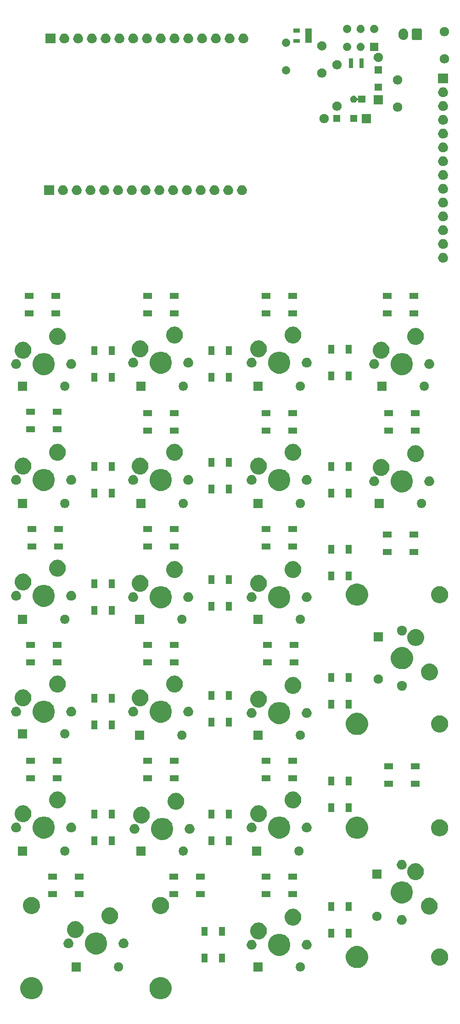
<source format=gts>
G04 #@! TF.GenerationSoftware,KiCad,Pcbnew,(5.1.6)-1*
G04 #@! TF.CreationDate,2020-06-08T17:18:55+12:00*
G04 #@! TF.ProjectId,discipad-pcb,64697363-6970-4616-942d-7063622e6b69,rev?*
G04 #@! TF.SameCoordinates,Original*
G04 #@! TF.FileFunction,Soldermask,Top*
G04 #@! TF.FilePolarity,Negative*
%FSLAX46Y46*%
G04 Gerber Fmt 4.6, Leading zero omitted, Abs format (unit mm)*
G04 Created by KiCad (PCBNEW (5.1.6)-1) date 2020-06-08 17:18:55*
%MOMM*%
%LPD*%
G01*
G04 APERTURE LIST*
%ADD10C,0.100000*%
G04 APERTURE END LIST*
D10*
G36*
X32360967Y-175759177D02*
G01*
X32578967Y-175849476D01*
X32733116Y-175913326D01*
X33068041Y-176137116D01*
X33352870Y-176421945D01*
X33576660Y-176756870D01*
X33576660Y-176756871D01*
X33730809Y-177129019D01*
X33809393Y-177524087D01*
X33809393Y-177926899D01*
X33730809Y-178321967D01*
X33640510Y-178539967D01*
X33576660Y-178694116D01*
X33352870Y-179029041D01*
X33068041Y-179313870D01*
X32733116Y-179537660D01*
X32578967Y-179601510D01*
X32360967Y-179691809D01*
X31965899Y-179770393D01*
X31563087Y-179770393D01*
X31168019Y-179691809D01*
X30950019Y-179601510D01*
X30795870Y-179537660D01*
X30460945Y-179313870D01*
X30176116Y-179029041D01*
X29952326Y-178694116D01*
X29888476Y-178539967D01*
X29798177Y-178321967D01*
X29719593Y-177926899D01*
X29719593Y-177524087D01*
X29798177Y-177129019D01*
X29952326Y-176756871D01*
X29952326Y-176756870D01*
X30176116Y-176421945D01*
X30460945Y-176137116D01*
X30795870Y-175913326D01*
X30950019Y-175849476D01*
X31168019Y-175759177D01*
X31563087Y-175680593D01*
X31965899Y-175680593D01*
X32360967Y-175759177D01*
G37*
G36*
X8560967Y-175759177D02*
G01*
X8778967Y-175849476D01*
X8933116Y-175913326D01*
X9268041Y-176137116D01*
X9552870Y-176421945D01*
X9776660Y-176756870D01*
X9776660Y-176756871D01*
X9930809Y-177129019D01*
X10009393Y-177524087D01*
X10009393Y-177926899D01*
X9930809Y-178321967D01*
X9840510Y-178539967D01*
X9776660Y-178694116D01*
X9552870Y-179029041D01*
X9268041Y-179313870D01*
X8933116Y-179537660D01*
X8778967Y-179601510D01*
X8560967Y-179691809D01*
X8165899Y-179770393D01*
X7763087Y-179770393D01*
X7368019Y-179691809D01*
X7150019Y-179601510D01*
X6995870Y-179537660D01*
X6660945Y-179313870D01*
X6376116Y-179029041D01*
X6152326Y-178694116D01*
X6088476Y-178539967D01*
X5998177Y-178321967D01*
X5919593Y-177926899D01*
X5919593Y-177524087D01*
X5998177Y-177129019D01*
X6152326Y-176756871D01*
X6152326Y-176756870D01*
X6376116Y-176421945D01*
X6660945Y-176137116D01*
X6995870Y-175913326D01*
X7150019Y-175849476D01*
X7368019Y-175759177D01*
X7763087Y-175680593D01*
X8165899Y-175680593D01*
X8560967Y-175759177D01*
G37*
G36*
X50597493Y-174639493D02*
G01*
X48895493Y-174639493D01*
X48895493Y-172937493D01*
X50597493Y-172937493D01*
X50597493Y-174639493D01*
G37*
G36*
X24266721Y-172970196D02*
G01*
X24421593Y-173034346D01*
X24560974Y-173127478D01*
X24679508Y-173246012D01*
X24772640Y-173385393D01*
X24836790Y-173540265D01*
X24869493Y-173704677D01*
X24869493Y-173872309D01*
X24836790Y-174036721D01*
X24772640Y-174191593D01*
X24679508Y-174330974D01*
X24560974Y-174449508D01*
X24421593Y-174542640D01*
X24266721Y-174606790D01*
X24102309Y-174639493D01*
X23934677Y-174639493D01*
X23770265Y-174606790D01*
X23615393Y-174542640D01*
X23476012Y-174449508D01*
X23357478Y-174330974D01*
X23264346Y-174191593D01*
X23200196Y-174036721D01*
X23167493Y-173872309D01*
X23167493Y-173704677D01*
X23200196Y-173540265D01*
X23264346Y-173385393D01*
X23357478Y-173246012D01*
X23476012Y-173127478D01*
X23615393Y-173034346D01*
X23770265Y-172970196D01*
X23934677Y-172937493D01*
X24102309Y-172937493D01*
X24266721Y-172970196D01*
G37*
G36*
X17069493Y-174639493D02*
G01*
X15367493Y-174639493D01*
X15367493Y-172937493D01*
X17069493Y-172937493D01*
X17069493Y-174639493D01*
G37*
G36*
X57794721Y-172970196D02*
G01*
X57949593Y-173034346D01*
X58088974Y-173127478D01*
X58207508Y-173246012D01*
X58300640Y-173385393D01*
X58364790Y-173540265D01*
X58397493Y-173704677D01*
X58397493Y-173872309D01*
X58364790Y-174036721D01*
X58300640Y-174191593D01*
X58207508Y-174330974D01*
X58088974Y-174449508D01*
X57949593Y-174542640D01*
X57794721Y-174606790D01*
X57630309Y-174639493D01*
X57462677Y-174639493D01*
X57298265Y-174606790D01*
X57143393Y-174542640D01*
X57004012Y-174449508D01*
X56885478Y-174330974D01*
X56792346Y-174191593D01*
X56728196Y-174036721D01*
X56695493Y-173872309D01*
X56695493Y-173704677D01*
X56728196Y-173540265D01*
X56792346Y-173385393D01*
X56885478Y-173246012D01*
X57004012Y-173127478D01*
X57143393Y-173034346D01*
X57298265Y-172970196D01*
X57462677Y-172937493D01*
X57630309Y-172937493D01*
X57794721Y-172970196D01*
G37*
G36*
X68593967Y-170006177D02*
G01*
X68740729Y-170066968D01*
X68966116Y-170160326D01*
X69301041Y-170384116D01*
X69585870Y-170668945D01*
X69809660Y-171003870D01*
X69873510Y-171158019D01*
X69963809Y-171376019D01*
X70042393Y-171771087D01*
X70042393Y-172173899D01*
X69963809Y-172568967D01*
X69901856Y-172718534D01*
X69809660Y-172941116D01*
X69585870Y-173276041D01*
X69301041Y-173560870D01*
X68966116Y-173784660D01*
X68811967Y-173848510D01*
X68593967Y-173938809D01*
X68198899Y-174017393D01*
X67796087Y-174017393D01*
X67401019Y-173938809D01*
X67183019Y-173848510D01*
X67028870Y-173784660D01*
X66693945Y-173560870D01*
X66409116Y-173276041D01*
X66185326Y-172941116D01*
X66093130Y-172718534D01*
X66031177Y-172568967D01*
X65952593Y-172173899D01*
X65952593Y-171771087D01*
X66031177Y-171376019D01*
X66121476Y-171158019D01*
X66185326Y-171003870D01*
X66409116Y-170668945D01*
X66693945Y-170384116D01*
X67028870Y-170160326D01*
X67254257Y-170066968D01*
X67401019Y-170006177D01*
X67796087Y-169927593D01*
X68198899Y-169927593D01*
X68593967Y-170006177D01*
G37*
G36*
X83531131Y-170425045D02*
G01*
X83696904Y-170458019D01*
X83815630Y-170507197D01*
X83983534Y-170576745D01*
X84057837Y-170626393D01*
X84241497Y-170749110D01*
X84460876Y-170968489D01*
X84500667Y-171028041D01*
X84633241Y-171226452D01*
X84656523Y-171282660D01*
X84751967Y-171513082D01*
X84756657Y-171536660D01*
X84812493Y-171817368D01*
X84812493Y-172127618D01*
X84751967Y-172431903D01*
X84633241Y-172718534D01*
X84633240Y-172718535D01*
X84460876Y-172976497D01*
X84241497Y-173195876D01*
X84121521Y-173276041D01*
X83983534Y-173368241D01*
X83815630Y-173437789D01*
X83696904Y-173486967D01*
X83544760Y-173517230D01*
X83392618Y-173547493D01*
X83082368Y-173547493D01*
X82930226Y-173517230D01*
X82778082Y-173486967D01*
X82659356Y-173437789D01*
X82491452Y-173368241D01*
X82353465Y-173276041D01*
X82233489Y-173195876D01*
X82014110Y-172976497D01*
X81841746Y-172718535D01*
X81841745Y-172718534D01*
X81723019Y-172431903D01*
X81662493Y-172127618D01*
X81662493Y-171817368D01*
X81718329Y-171536660D01*
X81723019Y-171513082D01*
X81818463Y-171282660D01*
X81841745Y-171226452D01*
X81974319Y-171028041D01*
X82014110Y-170968489D01*
X82233489Y-170749110D01*
X82417149Y-170626393D01*
X82491452Y-170576745D01*
X82659356Y-170507197D01*
X82778082Y-170458019D01*
X82943855Y-170425045D01*
X83082368Y-170397493D01*
X83392618Y-170397493D01*
X83531131Y-170425045D01*
G37*
G36*
X43605493Y-172975493D02*
G01*
X42503493Y-172975493D01*
X42503493Y-171373493D01*
X43605493Y-171373493D01*
X43605493Y-172975493D01*
G37*
G36*
X40405493Y-172975493D02*
G01*
X39303493Y-172975493D01*
X39303493Y-171373493D01*
X40405493Y-171373493D01*
X40405493Y-172975493D01*
G37*
G36*
X54242967Y-167758177D02*
G01*
X54460967Y-167848476D01*
X54615116Y-167912326D01*
X54950041Y-168136116D01*
X55234870Y-168420945D01*
X55458660Y-168755870D01*
X55522510Y-168910019D01*
X55612809Y-169128019D01*
X55691393Y-169523087D01*
X55691393Y-169925899D01*
X55612809Y-170320967D01*
X55563870Y-170439115D01*
X55458660Y-170693116D01*
X55234870Y-171028041D01*
X54950041Y-171312870D01*
X54615116Y-171536660D01*
X54460967Y-171600510D01*
X54242967Y-171690809D01*
X53847899Y-171769393D01*
X53445087Y-171769393D01*
X53050019Y-171690809D01*
X52832019Y-171600510D01*
X52677870Y-171536660D01*
X52342945Y-171312870D01*
X52058116Y-171028041D01*
X51834326Y-170693116D01*
X51729116Y-170439115D01*
X51680177Y-170320967D01*
X51601593Y-169925899D01*
X51601593Y-169523087D01*
X51680177Y-169128019D01*
X51770476Y-168910019D01*
X51834326Y-168755870D01*
X52058116Y-168420945D01*
X52342945Y-168136116D01*
X52677870Y-167912326D01*
X52832019Y-167848476D01*
X53050019Y-167758177D01*
X53445087Y-167679593D01*
X53847899Y-167679593D01*
X54242967Y-167758177D01*
G37*
G36*
X20460967Y-167504177D02*
G01*
X20678967Y-167594476D01*
X20833116Y-167658326D01*
X21168041Y-167882116D01*
X21452870Y-168166945D01*
X21676660Y-168501870D01*
X21740510Y-168656019D01*
X21830809Y-168874019D01*
X21909393Y-169269087D01*
X21909393Y-169671899D01*
X21830809Y-170066967D01*
X21746815Y-170269746D01*
X21676660Y-170439116D01*
X21452870Y-170774041D01*
X21168041Y-171058870D01*
X20833116Y-171282660D01*
X20760182Y-171312870D01*
X20460967Y-171436809D01*
X20065899Y-171515393D01*
X19663087Y-171515393D01*
X19268019Y-171436809D01*
X18968804Y-171312870D01*
X18895870Y-171282660D01*
X18560945Y-171058870D01*
X18276116Y-170774041D01*
X18052326Y-170439116D01*
X17982171Y-170269746D01*
X17898177Y-170066967D01*
X17819593Y-169671899D01*
X17819593Y-169269087D01*
X17898177Y-168874019D01*
X17988476Y-168656019D01*
X18052326Y-168501870D01*
X18276116Y-168166945D01*
X18560945Y-167882116D01*
X18895870Y-167658326D01*
X19050019Y-167594476D01*
X19268019Y-167504177D01*
X19663087Y-167425593D01*
X20065899Y-167425593D01*
X20460967Y-167504177D01*
G37*
G36*
X58902445Y-168839922D02*
G01*
X58989568Y-168857252D01*
X59098991Y-168902577D01*
X59153704Y-168925240D01*
X59300426Y-169023276D01*
X59301421Y-169023941D01*
X59427045Y-169149565D01*
X59427047Y-169149568D01*
X59525746Y-169297282D01*
X59525746Y-169297283D01*
X59593734Y-169461418D01*
X59628393Y-169635664D01*
X59628393Y-169813322D01*
X59593734Y-169987568D01*
X59586025Y-170006178D01*
X59525746Y-170151704D01*
X59512821Y-170171047D01*
X59427045Y-170299421D01*
X59301421Y-170425045D01*
X59301418Y-170425047D01*
X59153704Y-170523746D01*
X59098991Y-170546409D01*
X58989568Y-170591734D01*
X58902445Y-170609064D01*
X58815324Y-170626393D01*
X58637662Y-170626393D01*
X58550541Y-170609064D01*
X58463418Y-170591734D01*
X58353995Y-170546409D01*
X58299282Y-170523746D01*
X58151568Y-170425047D01*
X58151565Y-170425045D01*
X58025941Y-170299421D01*
X57940165Y-170171047D01*
X57927240Y-170151704D01*
X57866961Y-170006178D01*
X57859252Y-169987568D01*
X57824593Y-169813322D01*
X57824593Y-169635664D01*
X57859252Y-169461418D01*
X57927240Y-169297283D01*
X57927240Y-169297282D01*
X58025939Y-169149568D01*
X58025941Y-169149565D01*
X58151565Y-169023941D01*
X58152560Y-169023276D01*
X58299282Y-168925240D01*
X58353995Y-168902577D01*
X58463418Y-168857252D01*
X58550541Y-168839922D01*
X58637662Y-168822593D01*
X58815324Y-168822593D01*
X58902445Y-168839922D01*
G37*
G36*
X48742445Y-168839922D02*
G01*
X48829568Y-168857252D01*
X48938991Y-168902577D01*
X48993704Y-168925240D01*
X49140426Y-169023276D01*
X49141421Y-169023941D01*
X49267045Y-169149565D01*
X49267047Y-169149568D01*
X49365746Y-169297282D01*
X49365746Y-169297283D01*
X49433734Y-169461418D01*
X49468393Y-169635664D01*
X49468393Y-169813322D01*
X49433734Y-169987568D01*
X49426025Y-170006178D01*
X49365746Y-170151704D01*
X49352821Y-170171047D01*
X49267045Y-170299421D01*
X49141421Y-170425045D01*
X49141418Y-170425047D01*
X48993704Y-170523746D01*
X48938991Y-170546409D01*
X48829568Y-170591734D01*
X48742445Y-170609064D01*
X48655324Y-170626393D01*
X48477662Y-170626393D01*
X48390541Y-170609064D01*
X48303418Y-170591734D01*
X48193995Y-170546409D01*
X48139282Y-170523746D01*
X47991568Y-170425047D01*
X47991565Y-170425045D01*
X47865941Y-170299421D01*
X47780165Y-170171047D01*
X47767240Y-170151704D01*
X47706961Y-170006178D01*
X47699252Y-169987568D01*
X47664593Y-169813322D01*
X47664593Y-169635664D01*
X47699252Y-169461418D01*
X47767240Y-169297283D01*
X47767240Y-169297282D01*
X47865939Y-169149568D01*
X47865941Y-169149565D01*
X47991565Y-169023941D01*
X47992560Y-169023276D01*
X48139282Y-168925240D01*
X48193995Y-168902577D01*
X48303418Y-168857252D01*
X48390541Y-168839922D01*
X48477662Y-168822593D01*
X48655324Y-168822593D01*
X48742445Y-168839922D01*
G37*
G36*
X25120445Y-168585922D02*
G01*
X25207568Y-168603252D01*
X25316991Y-168648577D01*
X25371704Y-168671240D01*
X25498362Y-168755870D01*
X25519421Y-168769941D01*
X25645045Y-168895565D01*
X25645047Y-168895568D01*
X25743746Y-169043282D01*
X25743746Y-169043283D01*
X25811734Y-169207418D01*
X25846393Y-169381664D01*
X25846393Y-169559322D01*
X25811734Y-169733568D01*
X25778698Y-169813322D01*
X25743746Y-169897704D01*
X25683702Y-169987566D01*
X25645045Y-170045421D01*
X25519421Y-170171045D01*
X25519418Y-170171047D01*
X25371704Y-170269746D01*
X25316991Y-170292409D01*
X25207568Y-170337734D01*
X25120445Y-170355064D01*
X25033324Y-170372393D01*
X24855662Y-170372393D01*
X24768541Y-170355064D01*
X24681418Y-170337734D01*
X24571995Y-170292409D01*
X24517282Y-170269746D01*
X24369568Y-170171047D01*
X24369565Y-170171045D01*
X24243941Y-170045421D01*
X24205284Y-169987566D01*
X24145240Y-169897704D01*
X24110288Y-169813322D01*
X24077252Y-169733568D01*
X24042593Y-169559322D01*
X24042593Y-169381664D01*
X24077252Y-169207418D01*
X24145240Y-169043283D01*
X24145240Y-169043282D01*
X24243939Y-168895568D01*
X24243941Y-168895565D01*
X24369565Y-168769941D01*
X24390624Y-168755870D01*
X24517282Y-168671240D01*
X24571995Y-168648577D01*
X24681418Y-168603252D01*
X24768541Y-168585922D01*
X24855662Y-168568593D01*
X25033324Y-168568593D01*
X25120445Y-168585922D01*
G37*
G36*
X14960445Y-168585922D02*
G01*
X15047568Y-168603252D01*
X15156991Y-168648577D01*
X15211704Y-168671240D01*
X15338362Y-168755870D01*
X15359421Y-168769941D01*
X15485045Y-168895565D01*
X15485047Y-168895568D01*
X15583746Y-169043282D01*
X15583746Y-169043283D01*
X15651734Y-169207418D01*
X15686393Y-169381664D01*
X15686393Y-169559322D01*
X15651734Y-169733568D01*
X15618698Y-169813322D01*
X15583746Y-169897704D01*
X15523702Y-169987566D01*
X15485045Y-170045421D01*
X15359421Y-170171045D01*
X15359418Y-170171047D01*
X15211704Y-170269746D01*
X15156991Y-170292409D01*
X15047568Y-170337734D01*
X14960445Y-170355064D01*
X14873324Y-170372393D01*
X14695662Y-170372393D01*
X14608541Y-170355064D01*
X14521418Y-170337734D01*
X14411995Y-170292409D01*
X14357282Y-170269746D01*
X14209568Y-170171047D01*
X14209565Y-170171045D01*
X14083941Y-170045421D01*
X14045284Y-169987566D01*
X13985240Y-169897704D01*
X13950288Y-169813322D01*
X13917252Y-169733568D01*
X13882593Y-169559322D01*
X13882593Y-169381664D01*
X13917252Y-169207418D01*
X13985240Y-169043283D01*
X13985240Y-169043282D01*
X14083939Y-168895568D01*
X14083941Y-168895565D01*
X14209565Y-168769941D01*
X14230624Y-168755870D01*
X14357282Y-168671240D01*
X14411995Y-168648577D01*
X14521418Y-168603252D01*
X14608541Y-168585922D01*
X14695662Y-168568593D01*
X14873324Y-168568593D01*
X14960445Y-168585922D01*
G37*
G36*
X50139078Y-165663295D02*
G01*
X50288903Y-165693097D01*
X50571167Y-165810014D01*
X50825198Y-165979752D01*
X51041234Y-166195788D01*
X51210972Y-166449819D01*
X51327889Y-166732083D01*
X51387493Y-167031733D01*
X51387493Y-167337253D01*
X51327889Y-167636903D01*
X51210972Y-167919167D01*
X51041234Y-168173198D01*
X50825198Y-168389234D01*
X50571167Y-168558972D01*
X50288903Y-168675889D01*
X50139078Y-168705691D01*
X49989254Y-168735493D01*
X49683732Y-168735493D01*
X49533908Y-168705691D01*
X49384083Y-168675889D01*
X49101819Y-168558972D01*
X48847788Y-168389234D01*
X48631752Y-168173198D01*
X48462014Y-167919167D01*
X48345097Y-167636903D01*
X48285493Y-167337253D01*
X48285493Y-167031733D01*
X48345097Y-166732083D01*
X48462014Y-166449819D01*
X48631752Y-166195788D01*
X48847788Y-165979752D01*
X49101819Y-165810014D01*
X49384083Y-165693097D01*
X49533908Y-165663295D01*
X49683732Y-165633493D01*
X49989254Y-165633493D01*
X50139078Y-165663295D01*
G37*
G36*
X16357078Y-165409295D02*
G01*
X16506903Y-165439097D01*
X16789167Y-165556014D01*
X17043198Y-165725752D01*
X17259234Y-165941788D01*
X17428972Y-166195819D01*
X17545889Y-166478083D01*
X17605493Y-166777733D01*
X17605493Y-167083253D01*
X17545889Y-167382903D01*
X17428972Y-167665167D01*
X17259234Y-167919198D01*
X17043198Y-168135234D01*
X16789167Y-168304972D01*
X16506903Y-168421889D01*
X16357078Y-168451691D01*
X16207254Y-168481493D01*
X15901732Y-168481493D01*
X15751908Y-168451691D01*
X15602083Y-168421889D01*
X15319819Y-168304972D01*
X15065788Y-168135234D01*
X14849752Y-167919198D01*
X14680014Y-167665167D01*
X14563097Y-167382903D01*
X14503493Y-167083253D01*
X14503493Y-166777733D01*
X14563097Y-166478083D01*
X14680014Y-166195819D01*
X14849752Y-165941788D01*
X15065788Y-165725752D01*
X15319819Y-165556014D01*
X15602083Y-165439097D01*
X15751908Y-165409295D01*
X15901732Y-165379493D01*
X16207254Y-165379493D01*
X16357078Y-165409295D01*
G37*
G36*
X63773493Y-168403493D02*
G01*
X62671493Y-168403493D01*
X62671493Y-166801493D01*
X63773493Y-166801493D01*
X63773493Y-168403493D01*
G37*
G36*
X66973493Y-168403493D02*
G01*
X65871493Y-168403493D01*
X65871493Y-166801493D01*
X66973493Y-166801493D01*
X66973493Y-168403493D01*
G37*
G36*
X40405493Y-168075493D02*
G01*
X39303493Y-168075493D01*
X39303493Y-166473493D01*
X40405493Y-166473493D01*
X40405493Y-168075493D01*
G37*
G36*
X43605493Y-168075493D02*
G01*
X42503493Y-168075493D01*
X42503493Y-166473493D01*
X43605493Y-166473493D01*
X43605493Y-168075493D01*
G37*
G36*
X56489078Y-163123295D02*
G01*
X56638903Y-163153097D01*
X56921167Y-163270014D01*
X57175198Y-163439752D01*
X57391234Y-163655788D01*
X57560972Y-163909819D01*
X57677889Y-164192083D01*
X57677889Y-164192084D01*
X57729578Y-164451939D01*
X57737493Y-164491733D01*
X57737493Y-164797253D01*
X57677889Y-165096903D01*
X57560972Y-165379167D01*
X57391234Y-165633198D01*
X57175198Y-165849234D01*
X56921167Y-166018972D01*
X56638903Y-166135889D01*
X56489078Y-166165691D01*
X56339254Y-166195493D01*
X56033732Y-166195493D01*
X55883908Y-166165691D01*
X55734083Y-166135889D01*
X55451819Y-166018972D01*
X55197788Y-165849234D01*
X54981752Y-165633198D01*
X54812014Y-165379167D01*
X54695097Y-165096903D01*
X54635493Y-164797253D01*
X54635493Y-164491733D01*
X54643409Y-164451939D01*
X54695097Y-164192084D01*
X54695097Y-164192083D01*
X54812014Y-163909819D01*
X54981752Y-163655788D01*
X55197788Y-163439752D01*
X55451819Y-163270014D01*
X55734083Y-163153097D01*
X55883908Y-163123295D01*
X56033732Y-163093493D01*
X56339254Y-163093493D01*
X56489078Y-163123295D01*
G37*
G36*
X76428445Y-164267922D02*
G01*
X76515568Y-164285252D01*
X76624991Y-164330577D01*
X76679704Y-164353240D01*
X76826426Y-164451276D01*
X76827421Y-164451941D01*
X76953045Y-164577565D01*
X76953047Y-164577568D01*
X77051746Y-164725282D01*
X77051746Y-164725283D01*
X77119734Y-164889418D01*
X77119734Y-164889420D01*
X77146300Y-165022974D01*
X77154393Y-165063664D01*
X77154393Y-165241322D01*
X77119734Y-165415568D01*
X77074409Y-165524991D01*
X77051746Y-165579704D01*
X77015805Y-165633493D01*
X76953045Y-165727421D01*
X76827421Y-165853045D01*
X76827418Y-165853047D01*
X76679704Y-165951746D01*
X76624991Y-165974409D01*
X76515568Y-166019734D01*
X76428445Y-166037063D01*
X76341324Y-166054393D01*
X76163662Y-166054393D01*
X76076541Y-166037063D01*
X75989418Y-166019734D01*
X75879995Y-165974409D01*
X75825282Y-165951746D01*
X75677568Y-165853047D01*
X75677565Y-165853045D01*
X75551941Y-165727421D01*
X75489181Y-165633493D01*
X75453240Y-165579704D01*
X75430577Y-165524991D01*
X75385252Y-165415568D01*
X75350593Y-165241322D01*
X75350593Y-165063664D01*
X75358687Y-165022974D01*
X75385252Y-164889420D01*
X75385252Y-164889418D01*
X75453240Y-164725283D01*
X75453240Y-164725282D01*
X75551939Y-164577568D01*
X75551941Y-164577565D01*
X75677565Y-164451941D01*
X75678560Y-164451276D01*
X75825282Y-164353240D01*
X75879995Y-164330577D01*
X75989418Y-164285252D01*
X76076541Y-164267922D01*
X76163662Y-164250593D01*
X76341324Y-164250593D01*
X76428445Y-164267922D01*
G37*
G36*
X22707078Y-162869295D02*
G01*
X22856903Y-162899097D01*
X23139167Y-163016014D01*
X23393198Y-163185752D01*
X23609234Y-163401788D01*
X23778972Y-163655819D01*
X23895889Y-163938083D01*
X23908198Y-163999967D01*
X23954406Y-164232265D01*
X23955493Y-164237733D01*
X23955493Y-164543253D01*
X23895889Y-164842903D01*
X23778972Y-165125167D01*
X23609234Y-165379198D01*
X23393198Y-165595234D01*
X23139167Y-165764972D01*
X22856903Y-165881889D01*
X22707078Y-165911691D01*
X22557254Y-165941493D01*
X22251732Y-165941493D01*
X22101908Y-165911691D01*
X21952083Y-165881889D01*
X21669819Y-165764972D01*
X21415788Y-165595234D01*
X21199752Y-165379198D01*
X21030014Y-165125167D01*
X20913097Y-164842903D01*
X20853493Y-164543253D01*
X20853493Y-164237733D01*
X20854581Y-164232265D01*
X20900788Y-163999967D01*
X20913097Y-163938083D01*
X21030014Y-163655819D01*
X21199752Y-163401788D01*
X21415788Y-163185752D01*
X21669819Y-163016014D01*
X21952083Y-162899097D01*
X22101908Y-162869295D01*
X22251732Y-162839493D01*
X22557254Y-162839493D01*
X22707078Y-162869295D01*
G37*
G36*
X71928721Y-163662196D02*
G01*
X72083593Y-163726346D01*
X72222974Y-163819478D01*
X72341508Y-163938012D01*
X72434640Y-164077393D01*
X72498790Y-164232265D01*
X72531493Y-164396677D01*
X72531493Y-164564309D01*
X72498790Y-164728721D01*
X72434640Y-164883593D01*
X72341508Y-165022974D01*
X72222974Y-165141508D01*
X72083593Y-165234640D01*
X71928721Y-165298790D01*
X71764309Y-165331493D01*
X71596677Y-165331493D01*
X71432265Y-165298790D01*
X71277393Y-165234640D01*
X71138012Y-165141508D01*
X71019478Y-165022974D01*
X70926346Y-164883593D01*
X70862196Y-164728721D01*
X70829493Y-164564309D01*
X70829493Y-164396677D01*
X70862196Y-164232265D01*
X70926346Y-164077393D01*
X71019478Y-163938012D01*
X71138012Y-163819478D01*
X71277393Y-163726346D01*
X71432265Y-163662196D01*
X71596677Y-163629493D01*
X71764309Y-163629493D01*
X71928721Y-163662196D01*
G37*
G36*
X81627286Y-161089745D02*
G01*
X81784903Y-161121097D01*
X82067167Y-161238014D01*
X82321198Y-161407752D01*
X82537234Y-161623788D01*
X82706972Y-161877819D01*
X82823889Y-162160083D01*
X82883493Y-162459733D01*
X82883493Y-162765253D01*
X82823889Y-163064903D01*
X82706972Y-163347167D01*
X82537234Y-163601198D01*
X82321198Y-163817234D01*
X82067167Y-163986972D01*
X81784903Y-164103889D01*
X81635078Y-164133691D01*
X81485254Y-164163493D01*
X81179732Y-164163493D01*
X81029908Y-164133691D01*
X80880083Y-164103889D01*
X80597819Y-163986972D01*
X80343788Y-163817234D01*
X80127752Y-163601198D01*
X79958014Y-163347167D01*
X79841097Y-163064903D01*
X79781493Y-162765253D01*
X79781493Y-162459733D01*
X79841097Y-162160083D01*
X79958014Y-161877819D01*
X80127752Y-161623788D01*
X80343788Y-161407752D01*
X80597819Y-161238014D01*
X80880083Y-161121097D01*
X81037700Y-161089745D01*
X81179732Y-161061493D01*
X81485254Y-161061493D01*
X81627286Y-161089745D01*
G37*
G36*
X32071760Y-160940756D02*
G01*
X32223904Y-160971019D01*
X32342630Y-161020197D01*
X32510534Y-161089745D01*
X32596132Y-161146940D01*
X32768497Y-161262110D01*
X32987876Y-161481489D01*
X33082957Y-161623788D01*
X33160241Y-161739452D01*
X33217554Y-161877819D01*
X33278967Y-162026082D01*
X33339493Y-162330369D01*
X33339493Y-162640617D01*
X33288079Y-162899097D01*
X33278967Y-162944903D01*
X33160241Y-163231534D01*
X33160240Y-163231535D01*
X32987876Y-163489497D01*
X32768497Y-163708876D01*
X32606329Y-163817233D01*
X32510534Y-163881241D01*
X32373302Y-163938084D01*
X32223904Y-163999967D01*
X31919618Y-164060493D01*
X31609368Y-164060493D01*
X31305082Y-163999967D01*
X31155684Y-163938084D01*
X31018452Y-163881241D01*
X30922657Y-163817233D01*
X30760489Y-163708876D01*
X30541110Y-163489497D01*
X30368746Y-163231535D01*
X30368745Y-163231534D01*
X30250019Y-162944903D01*
X30240908Y-162899097D01*
X30189493Y-162640617D01*
X30189493Y-162330369D01*
X30250019Y-162026082D01*
X30311432Y-161877819D01*
X30368745Y-161739452D01*
X30446029Y-161623788D01*
X30541110Y-161481489D01*
X30760489Y-161262110D01*
X30932854Y-161146940D01*
X31018452Y-161089745D01*
X31186356Y-161020197D01*
X31305082Y-160971019D01*
X31457226Y-160940756D01*
X31609368Y-160910493D01*
X31919618Y-160910493D01*
X32071760Y-160940756D01*
G37*
G36*
X8271760Y-160940756D02*
G01*
X8423904Y-160971019D01*
X8542630Y-161020197D01*
X8710534Y-161089745D01*
X8796132Y-161146940D01*
X8968497Y-161262110D01*
X9187876Y-161481489D01*
X9282957Y-161623788D01*
X9360241Y-161739452D01*
X9417554Y-161877819D01*
X9478967Y-162026082D01*
X9539493Y-162330369D01*
X9539493Y-162640617D01*
X9488079Y-162899097D01*
X9478967Y-162944903D01*
X9360241Y-163231534D01*
X9360240Y-163231535D01*
X9187876Y-163489497D01*
X8968497Y-163708876D01*
X8806329Y-163817233D01*
X8710534Y-163881241D01*
X8573302Y-163938084D01*
X8423904Y-163999967D01*
X8119618Y-164060493D01*
X7809368Y-164060493D01*
X7505082Y-163999967D01*
X7355684Y-163938084D01*
X7218452Y-163881241D01*
X7122657Y-163817233D01*
X6960489Y-163708876D01*
X6741110Y-163489497D01*
X6568746Y-163231535D01*
X6568745Y-163231534D01*
X6450019Y-162944903D01*
X6440908Y-162899097D01*
X6389493Y-162640617D01*
X6389493Y-162330369D01*
X6450019Y-162026082D01*
X6511432Y-161877819D01*
X6568745Y-161739452D01*
X6646029Y-161623788D01*
X6741110Y-161481489D01*
X6960489Y-161262110D01*
X7132854Y-161146940D01*
X7218452Y-161089745D01*
X7386356Y-161020197D01*
X7505082Y-160971019D01*
X7657226Y-160940756D01*
X7809368Y-160910493D01*
X8119618Y-160910493D01*
X8271760Y-160940756D01*
G37*
G36*
X66973493Y-163503493D02*
G01*
X65871493Y-163503493D01*
X65871493Y-161901493D01*
X66973493Y-161901493D01*
X66973493Y-163503493D01*
G37*
G36*
X63773493Y-163503493D02*
G01*
X62671493Y-163503493D01*
X62671493Y-161901493D01*
X63773493Y-161901493D01*
X63773493Y-163503493D01*
G37*
G36*
X76848967Y-158106177D02*
G01*
X77066967Y-158196476D01*
X77221116Y-158260326D01*
X77556041Y-158484116D01*
X77840870Y-158768945D01*
X78064660Y-159103870D01*
X78064660Y-159103871D01*
X78218809Y-159476019D01*
X78297393Y-159871087D01*
X78297393Y-160273899D01*
X78218809Y-160668967D01*
X78128510Y-160886967D01*
X78064660Y-161041116D01*
X77840870Y-161376041D01*
X77556041Y-161660870D01*
X77221116Y-161884660D01*
X77180477Y-161901493D01*
X76848967Y-162038809D01*
X76453899Y-162117393D01*
X76051087Y-162117393D01*
X75656019Y-162038809D01*
X75324509Y-161901493D01*
X75283870Y-161884660D01*
X74948945Y-161660870D01*
X74664116Y-161376041D01*
X74440326Y-161041116D01*
X74376476Y-160886967D01*
X74286177Y-160668967D01*
X74207593Y-160273899D01*
X74207593Y-159871087D01*
X74286177Y-159476019D01*
X74440326Y-159103871D01*
X74440326Y-159103870D01*
X74664116Y-158768945D01*
X74948945Y-158484116D01*
X75283870Y-158260326D01*
X75438019Y-158196476D01*
X75656019Y-158106177D01*
X76051087Y-158027593D01*
X76453899Y-158027593D01*
X76848967Y-158106177D01*
G37*
G36*
X39879493Y-160953493D02*
G01*
X38277493Y-160953493D01*
X38277493Y-159851493D01*
X39879493Y-159851493D01*
X39879493Y-160953493D01*
G37*
G36*
X34979493Y-160953493D02*
G01*
X33377493Y-160953493D01*
X33377493Y-159851493D01*
X34979493Y-159851493D01*
X34979493Y-160953493D01*
G37*
G36*
X56897493Y-160953493D02*
G01*
X55295493Y-160953493D01*
X55295493Y-159851493D01*
X56897493Y-159851493D01*
X56897493Y-160953493D01*
G37*
G36*
X12627493Y-160953493D02*
G01*
X11025493Y-160953493D01*
X11025493Y-159851493D01*
X12627493Y-159851493D01*
X12627493Y-160953493D01*
G37*
G36*
X17527493Y-160953493D02*
G01*
X15925493Y-160953493D01*
X15925493Y-159851493D01*
X17527493Y-159851493D01*
X17527493Y-160953493D01*
G37*
G36*
X51997493Y-160953493D02*
G01*
X50395493Y-160953493D01*
X50395493Y-159851493D01*
X51997493Y-159851493D01*
X51997493Y-160953493D01*
G37*
G36*
X79095078Y-154741295D02*
G01*
X79244903Y-154771097D01*
X79527167Y-154888014D01*
X79781198Y-155057752D01*
X79997234Y-155273788D01*
X80166972Y-155527819D01*
X80283889Y-155810083D01*
X80343493Y-156109733D01*
X80343493Y-156415253D01*
X80283889Y-156714903D01*
X80166972Y-156997167D01*
X79997234Y-157251198D01*
X79781198Y-157467234D01*
X79527167Y-157636972D01*
X79244903Y-157753889D01*
X79095078Y-157783691D01*
X78945254Y-157813493D01*
X78639732Y-157813493D01*
X78489908Y-157783691D01*
X78340083Y-157753889D01*
X78057819Y-157636972D01*
X77803788Y-157467234D01*
X77587752Y-157251198D01*
X77418014Y-156997167D01*
X77301097Y-156714903D01*
X77241493Y-156415253D01*
X77241493Y-156109733D01*
X77301097Y-155810083D01*
X77418014Y-155527819D01*
X77587752Y-155273788D01*
X77803788Y-155057752D01*
X78057819Y-154888014D01*
X78340083Y-154771097D01*
X78489908Y-154741295D01*
X78639732Y-154711493D01*
X78945254Y-154711493D01*
X79095078Y-154741295D01*
G37*
G36*
X56897493Y-157753493D02*
G01*
X55295493Y-157753493D01*
X55295493Y-156651493D01*
X56897493Y-156651493D01*
X56897493Y-157753493D01*
G37*
G36*
X51997493Y-157753493D02*
G01*
X50395493Y-157753493D01*
X50395493Y-156651493D01*
X51997493Y-156651493D01*
X51997493Y-157753493D01*
G37*
G36*
X39879493Y-157753493D02*
G01*
X38277493Y-157753493D01*
X38277493Y-156651493D01*
X39879493Y-156651493D01*
X39879493Y-157753493D01*
G37*
G36*
X34979493Y-157753493D02*
G01*
X33377493Y-157753493D01*
X33377493Y-156651493D01*
X34979493Y-156651493D01*
X34979493Y-157753493D01*
G37*
G36*
X17527493Y-157753493D02*
G01*
X15925493Y-157753493D01*
X15925493Y-156651493D01*
X17527493Y-156651493D01*
X17527493Y-157753493D01*
G37*
G36*
X12627493Y-157753493D02*
G01*
X11025493Y-157753493D01*
X11025493Y-156651493D01*
X12627493Y-156651493D01*
X12627493Y-157753493D01*
G37*
G36*
X72531493Y-157531493D02*
G01*
X70829493Y-157531493D01*
X70829493Y-155829493D01*
X72531493Y-155829493D01*
X72531493Y-157531493D01*
G37*
G36*
X76428445Y-154107922D02*
G01*
X76515568Y-154125252D01*
X76624991Y-154170577D01*
X76679704Y-154193240D01*
X76826426Y-154291276D01*
X76827421Y-154291941D01*
X76953045Y-154417565D01*
X76953047Y-154417568D01*
X77051746Y-154565282D01*
X77051746Y-154565283D01*
X77119734Y-154729418D01*
X77154393Y-154903664D01*
X77154393Y-155081322D01*
X77119734Y-155255568D01*
X77112186Y-155273789D01*
X77051746Y-155419704D01*
X76979506Y-155527819D01*
X76953045Y-155567421D01*
X76827421Y-155693045D01*
X76827418Y-155693047D01*
X76679704Y-155791746D01*
X76635434Y-155810083D01*
X76515568Y-155859734D01*
X76428445Y-155877064D01*
X76341324Y-155894393D01*
X76163662Y-155894393D01*
X76076541Y-155877064D01*
X75989418Y-155859734D01*
X75869552Y-155810083D01*
X75825282Y-155791746D01*
X75677568Y-155693047D01*
X75677565Y-155693045D01*
X75551941Y-155567421D01*
X75525480Y-155527819D01*
X75453240Y-155419704D01*
X75392800Y-155273789D01*
X75385252Y-155255568D01*
X75350593Y-155081322D01*
X75350593Y-154903664D01*
X75385252Y-154729418D01*
X75453240Y-154565283D01*
X75453240Y-154565282D01*
X75551939Y-154417568D01*
X75551941Y-154417565D01*
X75677565Y-154291941D01*
X75678560Y-154291276D01*
X75825282Y-154193240D01*
X75879995Y-154170577D01*
X75989418Y-154125252D01*
X76076541Y-154107922D01*
X76163662Y-154090593D01*
X76341324Y-154090593D01*
X76428445Y-154107922D01*
G37*
G36*
X7163493Y-153303493D02*
G01*
X5461493Y-153303493D01*
X5461493Y-151601493D01*
X7163493Y-151601493D01*
X7163493Y-153303493D01*
G37*
G36*
X14360721Y-151634196D02*
G01*
X14515593Y-151698346D01*
X14654974Y-151791478D01*
X14773508Y-151910012D01*
X14866640Y-152049393D01*
X14930790Y-152204265D01*
X14963493Y-152368677D01*
X14963493Y-152536309D01*
X14930790Y-152700721D01*
X14866640Y-152855593D01*
X14773508Y-152994974D01*
X14654974Y-153113508D01*
X14515593Y-153206640D01*
X14360721Y-153270790D01*
X14196309Y-153303493D01*
X14028677Y-153303493D01*
X13864265Y-153270790D01*
X13709393Y-153206640D01*
X13570012Y-153113508D01*
X13451478Y-152994974D01*
X13358346Y-152855593D01*
X13294196Y-152700721D01*
X13261493Y-152536309D01*
X13261493Y-152368677D01*
X13294196Y-152204265D01*
X13358346Y-152049393D01*
X13451478Y-151910012D01*
X13570012Y-151791478D01*
X13709393Y-151698346D01*
X13864265Y-151634196D01*
X14028677Y-151601493D01*
X14196309Y-151601493D01*
X14360721Y-151634196D01*
G37*
G36*
X29007493Y-153303493D02*
G01*
X27305493Y-153303493D01*
X27305493Y-151601493D01*
X29007493Y-151601493D01*
X29007493Y-153303493D01*
G37*
G36*
X57540721Y-151634196D02*
G01*
X57695593Y-151698346D01*
X57834974Y-151791478D01*
X57953508Y-151910012D01*
X58046640Y-152049393D01*
X58110790Y-152204265D01*
X58143493Y-152368677D01*
X58143493Y-152536309D01*
X58110790Y-152700721D01*
X58046640Y-152855593D01*
X57953508Y-152994974D01*
X57834974Y-153113508D01*
X57695593Y-153206640D01*
X57540721Y-153270790D01*
X57376309Y-153303493D01*
X57208677Y-153303493D01*
X57044265Y-153270790D01*
X56889393Y-153206640D01*
X56750012Y-153113508D01*
X56631478Y-152994974D01*
X56538346Y-152855593D01*
X56474196Y-152700721D01*
X56441493Y-152536309D01*
X56441493Y-152368677D01*
X56474196Y-152204265D01*
X56538346Y-152049393D01*
X56631478Y-151910012D01*
X56750012Y-151791478D01*
X56889393Y-151698346D01*
X57044265Y-151634196D01*
X57208677Y-151601493D01*
X57376309Y-151601493D01*
X57540721Y-151634196D01*
G37*
G36*
X36204721Y-151634196D02*
G01*
X36359593Y-151698346D01*
X36498974Y-151791478D01*
X36617508Y-151910012D01*
X36710640Y-152049393D01*
X36774790Y-152204265D01*
X36807493Y-152368677D01*
X36807493Y-152536309D01*
X36774790Y-152700721D01*
X36710640Y-152855593D01*
X36617508Y-152994974D01*
X36498974Y-153113508D01*
X36359593Y-153206640D01*
X36204721Y-153270790D01*
X36040309Y-153303493D01*
X35872677Y-153303493D01*
X35708265Y-153270790D01*
X35553393Y-153206640D01*
X35414012Y-153113508D01*
X35295478Y-152994974D01*
X35202346Y-152855593D01*
X35138196Y-152700721D01*
X35105493Y-152536309D01*
X35105493Y-152368677D01*
X35138196Y-152204265D01*
X35202346Y-152049393D01*
X35295478Y-151910012D01*
X35414012Y-151791478D01*
X35553393Y-151698346D01*
X35708265Y-151634196D01*
X35872677Y-151601493D01*
X36040309Y-151601493D01*
X36204721Y-151634196D01*
G37*
G36*
X50343493Y-153303493D02*
G01*
X48641493Y-153303493D01*
X48641493Y-151601493D01*
X50343493Y-151601493D01*
X50343493Y-153303493D01*
G37*
G36*
X20085493Y-151385493D02*
G01*
X18983493Y-151385493D01*
X18983493Y-149783493D01*
X20085493Y-149783493D01*
X20085493Y-151385493D01*
G37*
G36*
X41675493Y-151385493D02*
G01*
X40573493Y-151385493D01*
X40573493Y-149783493D01*
X41675493Y-149783493D01*
X41675493Y-151385493D01*
G37*
G36*
X23285493Y-151385493D02*
G01*
X22183493Y-151385493D01*
X22183493Y-149783493D01*
X23285493Y-149783493D01*
X23285493Y-151385493D01*
G37*
G36*
X44875493Y-151385493D02*
G01*
X43773493Y-151385493D01*
X43773493Y-149783493D01*
X44875493Y-149783493D01*
X44875493Y-151385493D01*
G37*
G36*
X32652967Y-146422177D02*
G01*
X32805825Y-146485493D01*
X33025116Y-146576326D01*
X33360041Y-146800116D01*
X33644870Y-147084945D01*
X33868660Y-147419870D01*
X33932510Y-147574019D01*
X34022809Y-147792019D01*
X34101393Y-148187087D01*
X34101393Y-148589899D01*
X34022809Y-148984967D01*
X33938815Y-149187746D01*
X33868660Y-149357116D01*
X33644870Y-149692041D01*
X33360041Y-149976870D01*
X33025116Y-150200660D01*
X32870967Y-150264510D01*
X32652967Y-150354809D01*
X32257899Y-150433393D01*
X31855087Y-150433393D01*
X31460019Y-150354809D01*
X31242019Y-150264510D01*
X31087870Y-150200660D01*
X30752945Y-149976870D01*
X30468116Y-149692041D01*
X30244326Y-149357116D01*
X30174171Y-149187746D01*
X30090177Y-148984967D01*
X30011593Y-148589899D01*
X30011593Y-148187087D01*
X30090177Y-147792019D01*
X30180476Y-147574019D01*
X30244326Y-147419870D01*
X30468116Y-147084945D01*
X30752945Y-146800116D01*
X31087870Y-146576326D01*
X31307161Y-146485493D01*
X31460019Y-146422177D01*
X31855087Y-146343593D01*
X32257899Y-146343593D01*
X32652967Y-146422177D01*
G37*
G36*
X68593967Y-146206177D02*
G01*
X68811967Y-146296476D01*
X68966116Y-146360326D01*
X69301041Y-146584116D01*
X69585870Y-146868945D01*
X69809660Y-147203870D01*
X69864075Y-147335240D01*
X69963809Y-147576019D01*
X70042393Y-147971087D01*
X70042393Y-148373899D01*
X69963809Y-148768967D01*
X69901856Y-148918534D01*
X69809660Y-149141116D01*
X69585870Y-149476041D01*
X69301041Y-149760870D01*
X68966116Y-149984660D01*
X68811967Y-150048510D01*
X68593967Y-150138809D01*
X68198899Y-150217393D01*
X67796087Y-150217393D01*
X67401019Y-150138809D01*
X67183019Y-150048510D01*
X67028870Y-149984660D01*
X66693945Y-149760870D01*
X66409116Y-149476041D01*
X66185326Y-149141116D01*
X66093130Y-148918534D01*
X66031177Y-148768967D01*
X65952593Y-148373899D01*
X65952593Y-147971087D01*
X66031177Y-147576019D01*
X66130911Y-147335240D01*
X66185326Y-147203870D01*
X66409116Y-146868945D01*
X66693945Y-146584116D01*
X67028870Y-146360326D01*
X67183019Y-146296476D01*
X67401019Y-146206177D01*
X67796087Y-146127593D01*
X68198899Y-146127593D01*
X68593967Y-146206177D01*
G37*
G36*
X10808967Y-146168177D02*
G01*
X10900709Y-146206178D01*
X11181116Y-146322326D01*
X11516041Y-146546116D01*
X11800870Y-146830945D01*
X12024660Y-147165870D01*
X12088510Y-147320019D01*
X12178809Y-147538019D01*
X12257393Y-147933087D01*
X12257393Y-148335899D01*
X12178809Y-148730967D01*
X12101116Y-148918534D01*
X12024660Y-149103116D01*
X11800870Y-149438041D01*
X11516041Y-149722870D01*
X11181116Y-149946660D01*
X11108182Y-149976870D01*
X10808967Y-150100809D01*
X10413899Y-150179393D01*
X10011087Y-150179393D01*
X9616019Y-150100809D01*
X9316804Y-149976870D01*
X9243870Y-149946660D01*
X8908945Y-149722870D01*
X8624116Y-149438041D01*
X8400326Y-149103116D01*
X8323870Y-148918534D01*
X8246177Y-148730967D01*
X8167593Y-148335899D01*
X8167593Y-147933087D01*
X8246177Y-147538019D01*
X8336476Y-147320019D01*
X8400326Y-147165870D01*
X8624116Y-146830945D01*
X8908945Y-146546116D01*
X9243870Y-146322326D01*
X9524277Y-146206178D01*
X9616019Y-146168177D01*
X10011087Y-146089593D01*
X10413899Y-146089593D01*
X10808967Y-146168177D01*
G37*
G36*
X54242967Y-146168177D02*
G01*
X54334709Y-146206178D01*
X54615116Y-146322326D01*
X54950041Y-146546116D01*
X55234870Y-146830945D01*
X55458660Y-147165870D01*
X55522510Y-147320019D01*
X55612809Y-147538019D01*
X55691393Y-147933087D01*
X55691393Y-148335899D01*
X55612809Y-148730967D01*
X55535116Y-148918534D01*
X55458660Y-149103116D01*
X55234870Y-149438041D01*
X54950041Y-149722870D01*
X54615116Y-149946660D01*
X54542182Y-149976870D01*
X54242967Y-150100809D01*
X53847899Y-150179393D01*
X53445087Y-150179393D01*
X53050019Y-150100809D01*
X52750804Y-149976870D01*
X52677870Y-149946660D01*
X52342945Y-149722870D01*
X52058116Y-149438041D01*
X51834326Y-149103116D01*
X51757870Y-148918534D01*
X51680177Y-148730967D01*
X51601593Y-148335899D01*
X51601593Y-147933087D01*
X51680177Y-147538019D01*
X51770476Y-147320019D01*
X51834326Y-147165870D01*
X52058116Y-146830945D01*
X52342945Y-146546116D01*
X52677870Y-146322326D01*
X52958277Y-146206178D01*
X53050019Y-146168177D01*
X53445087Y-146089593D01*
X53847899Y-146089593D01*
X54242967Y-146168177D01*
G37*
G36*
X83544760Y-146627756D02*
G01*
X83696904Y-146658019D01*
X83815630Y-146707197D01*
X83983534Y-146776745D01*
X84017191Y-146799234D01*
X84241497Y-146949110D01*
X84460876Y-147168489D01*
X84526867Y-147267252D01*
X84633241Y-147426452D01*
X84658152Y-147486593D01*
X84751967Y-147713082D01*
X84812493Y-148017369D01*
X84812493Y-148327617D01*
X84751967Y-148631904D01*
X84719858Y-148709421D01*
X84633241Y-148918534D01*
X84603250Y-148963418D01*
X84460876Y-149176497D01*
X84241497Y-149395876D01*
X84121521Y-149476041D01*
X83983534Y-149568241D01*
X83815630Y-149637789D01*
X83696904Y-149686967D01*
X83544760Y-149717230D01*
X83392618Y-149747493D01*
X83082368Y-149747493D01*
X82930226Y-149717230D01*
X82778082Y-149686967D01*
X82659356Y-149637789D01*
X82491452Y-149568241D01*
X82353465Y-149476041D01*
X82233489Y-149395876D01*
X82014110Y-149176497D01*
X81871736Y-148963418D01*
X81841745Y-148918534D01*
X81755128Y-148709421D01*
X81723019Y-148631904D01*
X81662493Y-148327617D01*
X81662493Y-148017369D01*
X81723019Y-147713082D01*
X81816834Y-147486593D01*
X81841745Y-147426452D01*
X81948119Y-147267252D01*
X82014110Y-147168489D01*
X82233489Y-146949110D01*
X82457795Y-146799234D01*
X82491452Y-146776745D01*
X82659356Y-146707197D01*
X82778082Y-146658019D01*
X82930226Y-146627756D01*
X83082368Y-146597493D01*
X83392618Y-146597493D01*
X83544760Y-146627756D01*
G37*
G36*
X27152445Y-147503923D02*
G01*
X27239568Y-147521252D01*
X27348991Y-147566577D01*
X27403704Y-147589240D01*
X27550426Y-147687276D01*
X27551421Y-147687941D01*
X27677045Y-147813565D01*
X27677047Y-147813568D01*
X27775746Y-147961282D01*
X27798409Y-148015995D01*
X27843734Y-148125418D01*
X27878393Y-148299664D01*
X27878393Y-148477322D01*
X27843734Y-148651568D01*
X27819771Y-148709418D01*
X27775746Y-148815704D01*
X27762821Y-148835047D01*
X27677045Y-148963421D01*
X27551421Y-149089045D01*
X27551418Y-149089047D01*
X27403704Y-149187746D01*
X27348991Y-149210409D01*
X27239568Y-149255734D01*
X27152445Y-149273064D01*
X27065324Y-149290393D01*
X26887662Y-149290393D01*
X26800541Y-149273064D01*
X26713418Y-149255734D01*
X26603995Y-149210409D01*
X26549282Y-149187746D01*
X26401568Y-149089047D01*
X26401565Y-149089045D01*
X26275941Y-148963421D01*
X26190165Y-148835047D01*
X26177240Y-148815704D01*
X26133215Y-148709418D01*
X26109252Y-148651568D01*
X26074593Y-148477322D01*
X26074593Y-148299664D01*
X26109252Y-148125418D01*
X26154577Y-148015995D01*
X26177240Y-147961282D01*
X26275939Y-147813568D01*
X26275941Y-147813565D01*
X26401565Y-147687941D01*
X26402560Y-147687276D01*
X26549282Y-147589240D01*
X26603995Y-147566577D01*
X26713418Y-147521252D01*
X26800541Y-147503923D01*
X26887662Y-147486593D01*
X27065324Y-147486593D01*
X27152445Y-147503923D01*
G37*
G36*
X37312445Y-147503923D02*
G01*
X37399568Y-147521252D01*
X37508991Y-147566577D01*
X37563704Y-147589240D01*
X37710426Y-147687276D01*
X37711421Y-147687941D01*
X37837045Y-147813565D01*
X37837047Y-147813568D01*
X37935746Y-147961282D01*
X37958409Y-148015995D01*
X38003734Y-148125418D01*
X38038393Y-148299664D01*
X38038393Y-148477322D01*
X38003734Y-148651568D01*
X37979771Y-148709418D01*
X37935746Y-148815704D01*
X37922821Y-148835047D01*
X37837045Y-148963421D01*
X37711421Y-149089045D01*
X37711418Y-149089047D01*
X37563704Y-149187746D01*
X37508991Y-149210409D01*
X37399568Y-149255734D01*
X37312445Y-149273064D01*
X37225324Y-149290393D01*
X37047662Y-149290393D01*
X36960541Y-149273064D01*
X36873418Y-149255734D01*
X36763995Y-149210409D01*
X36709282Y-149187746D01*
X36561568Y-149089047D01*
X36561565Y-149089045D01*
X36435941Y-148963421D01*
X36350165Y-148835047D01*
X36337240Y-148815704D01*
X36293215Y-148709418D01*
X36269252Y-148651568D01*
X36234593Y-148477322D01*
X36234593Y-148299664D01*
X36269252Y-148125418D01*
X36314577Y-148015995D01*
X36337240Y-147961282D01*
X36435939Y-147813568D01*
X36435941Y-147813565D01*
X36561565Y-147687941D01*
X36562560Y-147687276D01*
X36709282Y-147589240D01*
X36763995Y-147566577D01*
X36873418Y-147521252D01*
X36960541Y-147503923D01*
X37047662Y-147486593D01*
X37225324Y-147486593D01*
X37312445Y-147503923D01*
G37*
G36*
X58902445Y-147249923D02*
G01*
X58989568Y-147267252D01*
X59098991Y-147312577D01*
X59153704Y-147335240D01*
X59280362Y-147419870D01*
X59301421Y-147433941D01*
X59427045Y-147559565D01*
X59427047Y-147559568D01*
X59525746Y-147707282D01*
X59548409Y-147761995D01*
X59593734Y-147871418D01*
X59628393Y-148045664D01*
X59628393Y-148223322D01*
X59593734Y-148397568D01*
X59560698Y-148477322D01*
X59525746Y-148561704D01*
X59478840Y-148631904D01*
X59427045Y-148709421D01*
X59301421Y-148835045D01*
X59301418Y-148835047D01*
X59153704Y-148933746D01*
X59098991Y-148956409D01*
X58989568Y-149001734D01*
X58902445Y-149019064D01*
X58815324Y-149036393D01*
X58637662Y-149036393D01*
X58550541Y-149019064D01*
X58463418Y-149001734D01*
X58353995Y-148956409D01*
X58299282Y-148933746D01*
X58151568Y-148835047D01*
X58151565Y-148835045D01*
X58025941Y-148709421D01*
X57974146Y-148631904D01*
X57927240Y-148561704D01*
X57892288Y-148477322D01*
X57859252Y-148397568D01*
X57824593Y-148223322D01*
X57824593Y-148045664D01*
X57859252Y-147871418D01*
X57904577Y-147761995D01*
X57927240Y-147707282D01*
X58025939Y-147559568D01*
X58025941Y-147559565D01*
X58151565Y-147433941D01*
X58172624Y-147419870D01*
X58299282Y-147335240D01*
X58353995Y-147312577D01*
X58463418Y-147267252D01*
X58550541Y-147249923D01*
X58637662Y-147232593D01*
X58815324Y-147232593D01*
X58902445Y-147249923D01*
G37*
G36*
X48742445Y-147249923D02*
G01*
X48829568Y-147267252D01*
X48938991Y-147312577D01*
X48993704Y-147335240D01*
X49120362Y-147419870D01*
X49141421Y-147433941D01*
X49267045Y-147559565D01*
X49267047Y-147559568D01*
X49365746Y-147707282D01*
X49388409Y-147761995D01*
X49433734Y-147871418D01*
X49468393Y-148045664D01*
X49468393Y-148223322D01*
X49433734Y-148397568D01*
X49400698Y-148477322D01*
X49365746Y-148561704D01*
X49318840Y-148631904D01*
X49267045Y-148709421D01*
X49141421Y-148835045D01*
X49141418Y-148835047D01*
X48993704Y-148933746D01*
X48938991Y-148956409D01*
X48829568Y-149001734D01*
X48742445Y-149019064D01*
X48655324Y-149036393D01*
X48477662Y-149036393D01*
X48390541Y-149019064D01*
X48303418Y-149001734D01*
X48193995Y-148956409D01*
X48139282Y-148933746D01*
X47991568Y-148835047D01*
X47991565Y-148835045D01*
X47865941Y-148709421D01*
X47814146Y-148631904D01*
X47767240Y-148561704D01*
X47732288Y-148477322D01*
X47699252Y-148397568D01*
X47664593Y-148223322D01*
X47664593Y-148045664D01*
X47699252Y-147871418D01*
X47744577Y-147761995D01*
X47767240Y-147707282D01*
X47865939Y-147559568D01*
X47865941Y-147559565D01*
X47991565Y-147433941D01*
X48012624Y-147419870D01*
X48139282Y-147335240D01*
X48193995Y-147312577D01*
X48303418Y-147267252D01*
X48390541Y-147249923D01*
X48477662Y-147232593D01*
X48655324Y-147232593D01*
X48742445Y-147249923D01*
G37*
G36*
X15468445Y-147249923D02*
G01*
X15555568Y-147267252D01*
X15664991Y-147312577D01*
X15719704Y-147335240D01*
X15846362Y-147419870D01*
X15867421Y-147433941D01*
X15993045Y-147559565D01*
X15993047Y-147559568D01*
X16091746Y-147707282D01*
X16114409Y-147761995D01*
X16159734Y-147871418D01*
X16194393Y-148045664D01*
X16194393Y-148223322D01*
X16159734Y-148397568D01*
X16126698Y-148477322D01*
X16091746Y-148561704D01*
X16044840Y-148631904D01*
X15993045Y-148709421D01*
X15867421Y-148835045D01*
X15867418Y-148835047D01*
X15719704Y-148933746D01*
X15664991Y-148956409D01*
X15555568Y-149001734D01*
X15468445Y-149019064D01*
X15381324Y-149036393D01*
X15203662Y-149036393D01*
X15116541Y-149019064D01*
X15029418Y-149001734D01*
X14919995Y-148956409D01*
X14865282Y-148933746D01*
X14717568Y-148835047D01*
X14717565Y-148835045D01*
X14591941Y-148709421D01*
X14540146Y-148631904D01*
X14493240Y-148561704D01*
X14458288Y-148477322D01*
X14425252Y-148397568D01*
X14390593Y-148223322D01*
X14390593Y-148045664D01*
X14425252Y-147871418D01*
X14470577Y-147761995D01*
X14493240Y-147707282D01*
X14591939Y-147559568D01*
X14591941Y-147559565D01*
X14717565Y-147433941D01*
X14738624Y-147419870D01*
X14865282Y-147335240D01*
X14919995Y-147312577D01*
X15029418Y-147267252D01*
X15116541Y-147249923D01*
X15203662Y-147232593D01*
X15381324Y-147232593D01*
X15468445Y-147249923D01*
G37*
G36*
X5308445Y-147249923D02*
G01*
X5395568Y-147267252D01*
X5504991Y-147312577D01*
X5559704Y-147335240D01*
X5686362Y-147419870D01*
X5707421Y-147433941D01*
X5833045Y-147559565D01*
X5833047Y-147559568D01*
X5931746Y-147707282D01*
X5954409Y-147761995D01*
X5999734Y-147871418D01*
X6034393Y-148045664D01*
X6034393Y-148223322D01*
X5999734Y-148397568D01*
X5966698Y-148477322D01*
X5931746Y-148561704D01*
X5884840Y-148631904D01*
X5833045Y-148709421D01*
X5707421Y-148835045D01*
X5707418Y-148835047D01*
X5559704Y-148933746D01*
X5504991Y-148956409D01*
X5395568Y-149001734D01*
X5308445Y-149019064D01*
X5221324Y-149036393D01*
X5043662Y-149036393D01*
X4956541Y-149019064D01*
X4869418Y-149001734D01*
X4759995Y-148956409D01*
X4705282Y-148933746D01*
X4557568Y-148835047D01*
X4557565Y-148835045D01*
X4431941Y-148709421D01*
X4380146Y-148631904D01*
X4333240Y-148561704D01*
X4298288Y-148477322D01*
X4265252Y-148397568D01*
X4230593Y-148223322D01*
X4230593Y-148045664D01*
X4265252Y-147871418D01*
X4310577Y-147761995D01*
X4333240Y-147707282D01*
X4431939Y-147559568D01*
X4431941Y-147559565D01*
X4557565Y-147433941D01*
X4578624Y-147419870D01*
X4705282Y-147335240D01*
X4759995Y-147312577D01*
X4869418Y-147267252D01*
X4956541Y-147249923D01*
X5043662Y-147232593D01*
X5221324Y-147232593D01*
X5308445Y-147249923D01*
G37*
G36*
X28549078Y-144327295D02*
G01*
X28698903Y-144357097D01*
X28981167Y-144474014D01*
X29235198Y-144643752D01*
X29451234Y-144859788D01*
X29620972Y-145113819D01*
X29737889Y-145396083D01*
X29797493Y-145695733D01*
X29797493Y-146001253D01*
X29737889Y-146300903D01*
X29620972Y-146583167D01*
X29451234Y-146837198D01*
X29235198Y-147053234D01*
X28981167Y-147222972D01*
X28698903Y-147339889D01*
X28549078Y-147369691D01*
X28399254Y-147399493D01*
X28093732Y-147399493D01*
X27943908Y-147369691D01*
X27794083Y-147339889D01*
X27511819Y-147222972D01*
X27257788Y-147053234D01*
X27041752Y-146837198D01*
X26872014Y-146583167D01*
X26755097Y-146300903D01*
X26695493Y-146001253D01*
X26695493Y-145695733D01*
X26755097Y-145396083D01*
X26872014Y-145113819D01*
X27041752Y-144859788D01*
X27257788Y-144643752D01*
X27511819Y-144474014D01*
X27794083Y-144357097D01*
X27943908Y-144327295D01*
X28093732Y-144297493D01*
X28399254Y-144297493D01*
X28549078Y-144327295D01*
G37*
G36*
X50139078Y-144073295D02*
G01*
X50288903Y-144103097D01*
X50571167Y-144220014D01*
X50825198Y-144389752D01*
X51041234Y-144605788D01*
X51210972Y-144859819D01*
X51327889Y-145142083D01*
X51387493Y-145441733D01*
X51387493Y-145747253D01*
X51327889Y-146046903D01*
X51210972Y-146329167D01*
X51041234Y-146583198D01*
X50825198Y-146799234D01*
X50571167Y-146968972D01*
X50288903Y-147085889D01*
X50139078Y-147115691D01*
X49989254Y-147145493D01*
X49683732Y-147145493D01*
X49533908Y-147115691D01*
X49384083Y-147085889D01*
X49101819Y-146968972D01*
X48847788Y-146799234D01*
X48631752Y-146583198D01*
X48462014Y-146329167D01*
X48345097Y-146046903D01*
X48285493Y-145747253D01*
X48285493Y-145441733D01*
X48345097Y-145142083D01*
X48462014Y-144859819D01*
X48631752Y-144605788D01*
X48847788Y-144389752D01*
X49101819Y-144220014D01*
X49384083Y-144103097D01*
X49533908Y-144073295D01*
X49683732Y-144043493D01*
X49989254Y-144043493D01*
X50139078Y-144073295D01*
G37*
G36*
X6705078Y-144073295D02*
G01*
X6854903Y-144103097D01*
X7137167Y-144220014D01*
X7391198Y-144389752D01*
X7607234Y-144605788D01*
X7776972Y-144859819D01*
X7893889Y-145142083D01*
X7953493Y-145441733D01*
X7953493Y-145747253D01*
X7893889Y-146046903D01*
X7776972Y-146329167D01*
X7607234Y-146583198D01*
X7391198Y-146799234D01*
X7137167Y-146968972D01*
X6854903Y-147085889D01*
X6705078Y-147115691D01*
X6555254Y-147145493D01*
X6249732Y-147145493D01*
X6099908Y-147115691D01*
X5950083Y-147085889D01*
X5667819Y-146968972D01*
X5413788Y-146799234D01*
X5197752Y-146583198D01*
X5028014Y-146329167D01*
X4911097Y-146046903D01*
X4851493Y-145747253D01*
X4851493Y-145441733D01*
X4911097Y-145142083D01*
X5028014Y-144859819D01*
X5197752Y-144605788D01*
X5413788Y-144389752D01*
X5667819Y-144220014D01*
X5950083Y-144103097D01*
X6099908Y-144073295D01*
X6249732Y-144043493D01*
X6555254Y-144043493D01*
X6705078Y-144073295D01*
G37*
G36*
X44875493Y-146485493D02*
G01*
X43773493Y-146485493D01*
X43773493Y-144883493D01*
X44875493Y-144883493D01*
X44875493Y-146485493D01*
G37*
G36*
X41675493Y-146485493D02*
G01*
X40573493Y-146485493D01*
X40573493Y-144883493D01*
X41675493Y-144883493D01*
X41675493Y-146485493D01*
G37*
G36*
X20085493Y-146485493D02*
G01*
X18983493Y-146485493D01*
X18983493Y-144883493D01*
X20085493Y-144883493D01*
X20085493Y-146485493D01*
G37*
G36*
X23285493Y-146485493D02*
G01*
X22183493Y-146485493D01*
X22183493Y-144883493D01*
X23285493Y-144883493D01*
X23285493Y-146485493D01*
G37*
G36*
X63773493Y-145289493D02*
G01*
X62671493Y-145289493D01*
X62671493Y-143687493D01*
X63773493Y-143687493D01*
X63773493Y-145289493D01*
G37*
G36*
X66973493Y-145289493D02*
G01*
X65871493Y-145289493D01*
X65871493Y-143687493D01*
X66973493Y-143687493D01*
X66973493Y-145289493D01*
G37*
G36*
X34899078Y-141787295D02*
G01*
X35048903Y-141817097D01*
X35331167Y-141934014D01*
X35585198Y-142103752D01*
X35801234Y-142319788D01*
X35970972Y-142573819D01*
X36087889Y-142856083D01*
X36147493Y-143155733D01*
X36147493Y-143461253D01*
X36087889Y-143760903D01*
X35970972Y-144043167D01*
X35801234Y-144297198D01*
X35585198Y-144513234D01*
X35331167Y-144682972D01*
X35048903Y-144799889D01*
X34899078Y-144829691D01*
X34749254Y-144859493D01*
X34443732Y-144859493D01*
X34293908Y-144829691D01*
X34144083Y-144799889D01*
X33861819Y-144682972D01*
X33607788Y-144513234D01*
X33391752Y-144297198D01*
X33222014Y-144043167D01*
X33105097Y-143760903D01*
X33045493Y-143461253D01*
X33045493Y-143155733D01*
X33105097Y-142856083D01*
X33222014Y-142573819D01*
X33391752Y-142319788D01*
X33607788Y-142103752D01*
X33861819Y-141934014D01*
X34144083Y-141817097D01*
X34293908Y-141787295D01*
X34443732Y-141757493D01*
X34749254Y-141757493D01*
X34899078Y-141787295D01*
G37*
G36*
X56489078Y-141533295D02*
G01*
X56638903Y-141563097D01*
X56921167Y-141680014D01*
X57175198Y-141849752D01*
X57391234Y-142065788D01*
X57560972Y-142319819D01*
X57677889Y-142602083D01*
X57737493Y-142901733D01*
X57737493Y-143207253D01*
X57677889Y-143506903D01*
X57560972Y-143789167D01*
X57391234Y-144043198D01*
X57175198Y-144259234D01*
X56921167Y-144428972D01*
X56638903Y-144545889D01*
X56489078Y-144575691D01*
X56339254Y-144605493D01*
X56033732Y-144605493D01*
X55883908Y-144575691D01*
X55734083Y-144545889D01*
X55451819Y-144428972D01*
X55197788Y-144259234D01*
X54981752Y-144043198D01*
X54812014Y-143789167D01*
X54695097Y-143506903D01*
X54635493Y-143207253D01*
X54635493Y-142901733D01*
X54695097Y-142602083D01*
X54812014Y-142319819D01*
X54981752Y-142065788D01*
X55197788Y-141849752D01*
X55451819Y-141680014D01*
X55734083Y-141563097D01*
X55883908Y-141533295D01*
X56033732Y-141503493D01*
X56339254Y-141503493D01*
X56489078Y-141533295D01*
G37*
G36*
X13055078Y-141533295D02*
G01*
X13204903Y-141563097D01*
X13487167Y-141680014D01*
X13741198Y-141849752D01*
X13957234Y-142065788D01*
X14126972Y-142319819D01*
X14243889Y-142602083D01*
X14303493Y-142901733D01*
X14303493Y-143207253D01*
X14243889Y-143506903D01*
X14126972Y-143789167D01*
X13957234Y-144043198D01*
X13741198Y-144259234D01*
X13487167Y-144428972D01*
X13204903Y-144545889D01*
X13055078Y-144575691D01*
X12905254Y-144605493D01*
X12599732Y-144605493D01*
X12449908Y-144575691D01*
X12300083Y-144545889D01*
X12017819Y-144428972D01*
X11763788Y-144259234D01*
X11547752Y-144043198D01*
X11378014Y-143789167D01*
X11261097Y-143506903D01*
X11201493Y-143207253D01*
X11201493Y-142901733D01*
X11261097Y-142602083D01*
X11378014Y-142319819D01*
X11547752Y-142065788D01*
X11763788Y-141849752D01*
X12017819Y-141680014D01*
X12300083Y-141563097D01*
X12449908Y-141533295D01*
X12599732Y-141503493D01*
X12905254Y-141503493D01*
X13055078Y-141533295D01*
G37*
G36*
X79503493Y-140633493D02*
G01*
X77901493Y-140633493D01*
X77901493Y-139531493D01*
X79503493Y-139531493D01*
X79503493Y-140633493D01*
G37*
G36*
X74603493Y-140633493D02*
G01*
X73001493Y-140633493D01*
X73001493Y-139531493D01*
X74603493Y-139531493D01*
X74603493Y-140633493D01*
G37*
G36*
X63773493Y-140389493D02*
G01*
X62671493Y-140389493D01*
X62671493Y-138787493D01*
X63773493Y-138787493D01*
X63773493Y-140389493D01*
G37*
G36*
X66973493Y-140389493D02*
G01*
X65871493Y-140389493D01*
X65871493Y-138787493D01*
X66973493Y-138787493D01*
X66973493Y-140389493D01*
G37*
G36*
X30153493Y-139617493D02*
G01*
X28551493Y-139617493D01*
X28551493Y-138515493D01*
X30153493Y-138515493D01*
X30153493Y-139617493D01*
G37*
G36*
X35053493Y-139617493D02*
G01*
X33451493Y-139617493D01*
X33451493Y-138515493D01*
X35053493Y-138515493D01*
X35053493Y-139617493D01*
G37*
G36*
X13463493Y-139617493D02*
G01*
X11861493Y-139617493D01*
X11861493Y-138515493D01*
X13463493Y-138515493D01*
X13463493Y-139617493D01*
G37*
G36*
X51997493Y-139617493D02*
G01*
X50395493Y-139617493D01*
X50395493Y-138515493D01*
X51997493Y-138515493D01*
X51997493Y-139617493D01*
G37*
G36*
X8563493Y-139617493D02*
G01*
X6961493Y-139617493D01*
X6961493Y-138515493D01*
X8563493Y-138515493D01*
X8563493Y-139617493D01*
G37*
G36*
X56897493Y-139617493D02*
G01*
X55295493Y-139617493D01*
X55295493Y-138515493D01*
X56897493Y-138515493D01*
X56897493Y-139617493D01*
G37*
G36*
X79503493Y-137433493D02*
G01*
X77901493Y-137433493D01*
X77901493Y-136331493D01*
X79503493Y-136331493D01*
X79503493Y-137433493D01*
G37*
G36*
X74603493Y-137433493D02*
G01*
X73001493Y-137433493D01*
X73001493Y-136331493D01*
X74603493Y-136331493D01*
X74603493Y-137433493D01*
G37*
G36*
X8563493Y-136417493D02*
G01*
X6961493Y-136417493D01*
X6961493Y-135315493D01*
X8563493Y-135315493D01*
X8563493Y-136417493D01*
G37*
G36*
X13463493Y-136417493D02*
G01*
X11861493Y-136417493D01*
X11861493Y-135315493D01*
X13463493Y-135315493D01*
X13463493Y-136417493D01*
G37*
G36*
X30153493Y-136417493D02*
G01*
X28551493Y-136417493D01*
X28551493Y-135315493D01*
X30153493Y-135315493D01*
X30153493Y-136417493D01*
G37*
G36*
X35053493Y-136417493D02*
G01*
X33451493Y-136417493D01*
X33451493Y-135315493D01*
X35053493Y-135315493D01*
X35053493Y-136417493D01*
G37*
G36*
X51997493Y-136417493D02*
G01*
X50395493Y-136417493D01*
X50395493Y-135315493D01*
X51997493Y-135315493D01*
X51997493Y-136417493D01*
G37*
G36*
X56897493Y-136417493D02*
G01*
X55295493Y-136417493D01*
X55295493Y-135315493D01*
X56897493Y-135315493D01*
X56897493Y-136417493D01*
G37*
G36*
X28753493Y-131967493D02*
G01*
X27051493Y-131967493D01*
X27051493Y-130265493D01*
X28753493Y-130265493D01*
X28753493Y-131967493D01*
G37*
G36*
X50597493Y-131967493D02*
G01*
X48895493Y-131967493D01*
X48895493Y-130265493D01*
X50597493Y-130265493D01*
X50597493Y-131967493D01*
G37*
G36*
X35950721Y-130298196D02*
G01*
X36105593Y-130362346D01*
X36244974Y-130455478D01*
X36363508Y-130574012D01*
X36456640Y-130713393D01*
X36520790Y-130868265D01*
X36553493Y-131032677D01*
X36553493Y-131200309D01*
X36520790Y-131364721D01*
X36456640Y-131519593D01*
X36363508Y-131658974D01*
X36244974Y-131777508D01*
X36105593Y-131870640D01*
X35950721Y-131934790D01*
X35786309Y-131967493D01*
X35618677Y-131967493D01*
X35454265Y-131934790D01*
X35299393Y-131870640D01*
X35160012Y-131777508D01*
X35041478Y-131658974D01*
X34948346Y-131519593D01*
X34884196Y-131364721D01*
X34851493Y-131200309D01*
X34851493Y-131032677D01*
X34884196Y-130868265D01*
X34948346Y-130713393D01*
X35041478Y-130574012D01*
X35160012Y-130455478D01*
X35299393Y-130362346D01*
X35454265Y-130298196D01*
X35618677Y-130265493D01*
X35786309Y-130265493D01*
X35950721Y-130298196D01*
G37*
G36*
X57794721Y-130298196D02*
G01*
X57949593Y-130362346D01*
X58088974Y-130455478D01*
X58207508Y-130574012D01*
X58300640Y-130713393D01*
X58364790Y-130868265D01*
X58397493Y-131032677D01*
X58397493Y-131200309D01*
X58364790Y-131364721D01*
X58300640Y-131519593D01*
X58207508Y-131658974D01*
X58088974Y-131777508D01*
X57949593Y-131870640D01*
X57794721Y-131934790D01*
X57630309Y-131967493D01*
X57462677Y-131967493D01*
X57298265Y-131934790D01*
X57143393Y-131870640D01*
X57004012Y-131777508D01*
X56885478Y-131658974D01*
X56792346Y-131519593D01*
X56728196Y-131364721D01*
X56695493Y-131200309D01*
X56695493Y-131032677D01*
X56728196Y-130868265D01*
X56792346Y-130713393D01*
X56885478Y-130574012D01*
X57004012Y-130455478D01*
X57143393Y-130362346D01*
X57298265Y-130298196D01*
X57462677Y-130265493D01*
X57630309Y-130265493D01*
X57794721Y-130298196D01*
G37*
G36*
X7163493Y-131713493D02*
G01*
X5461493Y-131713493D01*
X5461493Y-130011493D01*
X7163493Y-130011493D01*
X7163493Y-131713493D01*
G37*
G36*
X14360721Y-130044196D02*
G01*
X14515593Y-130108346D01*
X14654974Y-130201478D01*
X14773508Y-130320012D01*
X14866640Y-130459393D01*
X14930790Y-130614265D01*
X14963493Y-130778677D01*
X14963493Y-130946309D01*
X14930790Y-131110721D01*
X14866640Y-131265593D01*
X14773508Y-131404974D01*
X14654974Y-131523508D01*
X14515593Y-131616640D01*
X14360721Y-131680790D01*
X14196309Y-131713493D01*
X14028677Y-131713493D01*
X13864265Y-131680790D01*
X13709393Y-131616640D01*
X13570012Y-131523508D01*
X13451478Y-131404974D01*
X13358346Y-131265593D01*
X13294196Y-131110721D01*
X13261493Y-130946309D01*
X13261493Y-130778677D01*
X13294196Y-130614265D01*
X13358346Y-130459393D01*
X13451478Y-130320012D01*
X13570012Y-130201478D01*
X13709393Y-130108346D01*
X13864265Y-130044196D01*
X14028677Y-130011493D01*
X14196309Y-130011493D01*
X14360721Y-130044196D01*
G37*
G36*
X68593967Y-127080177D02*
G01*
X68811967Y-127170476D01*
X68966116Y-127234326D01*
X69301041Y-127458116D01*
X69585870Y-127742945D01*
X69809660Y-128077870D01*
X69809660Y-128077871D01*
X69963809Y-128450019D01*
X70042393Y-128845087D01*
X70042393Y-129247899D01*
X69963809Y-129642967D01*
X69901856Y-129792534D01*
X69809660Y-130015116D01*
X69585870Y-130350041D01*
X69301041Y-130634870D01*
X68966116Y-130858660D01*
X68942927Y-130868265D01*
X68593967Y-131012809D01*
X68198899Y-131091393D01*
X67796087Y-131091393D01*
X67401019Y-131012809D01*
X67052059Y-130868265D01*
X67028870Y-130858660D01*
X66693945Y-130634870D01*
X66409116Y-130350041D01*
X66185326Y-130015116D01*
X66093130Y-129792534D01*
X66031177Y-129642967D01*
X65952593Y-129247899D01*
X65952593Y-128845087D01*
X66031177Y-128450019D01*
X66185326Y-128077871D01*
X66185326Y-128077870D01*
X66409116Y-127742945D01*
X66693945Y-127458116D01*
X67028870Y-127234326D01*
X67183019Y-127170476D01*
X67401019Y-127080177D01*
X67796087Y-127001593D01*
X68198899Y-127001593D01*
X68593967Y-127080177D01*
G37*
G36*
X83531131Y-127499045D02*
G01*
X83696904Y-127532019D01*
X83815630Y-127581197D01*
X83983534Y-127650745D01*
X84057837Y-127700393D01*
X84241497Y-127823110D01*
X84460876Y-128042489D01*
X84500667Y-128102041D01*
X84633241Y-128300452D01*
X84751967Y-128587083D01*
X84812493Y-128891368D01*
X84812493Y-129201618D01*
X84751967Y-129505903D01*
X84633241Y-129792534D01*
X84633240Y-129792535D01*
X84460876Y-130050497D01*
X84241497Y-130269876D01*
X84121521Y-130350041D01*
X83983534Y-130442241D01*
X83815630Y-130511789D01*
X83696904Y-130560967D01*
X83544760Y-130591230D01*
X83392618Y-130621493D01*
X83082368Y-130621493D01*
X82930226Y-130591230D01*
X82778082Y-130560967D01*
X82659356Y-130511789D01*
X82491452Y-130442241D01*
X82353465Y-130350041D01*
X82233489Y-130269876D01*
X82014110Y-130050497D01*
X81841746Y-129792535D01*
X81841745Y-129792534D01*
X81723019Y-129505903D01*
X81662493Y-129201618D01*
X81662493Y-128891368D01*
X81723019Y-128587083D01*
X81841745Y-128300452D01*
X81974319Y-128102041D01*
X82014110Y-128042489D01*
X82233489Y-127823110D01*
X82417149Y-127700393D01*
X82491452Y-127650745D01*
X82659356Y-127581197D01*
X82778082Y-127532019D01*
X82943855Y-127499045D01*
X83082368Y-127471493D01*
X83392618Y-127471493D01*
X83531131Y-127499045D01*
G37*
G36*
X23285493Y-130049493D02*
G01*
X22183493Y-130049493D01*
X22183493Y-128447493D01*
X23285493Y-128447493D01*
X23285493Y-130049493D01*
G37*
G36*
X20085493Y-130049493D02*
G01*
X18983493Y-130049493D01*
X18983493Y-128447493D01*
X20085493Y-128447493D01*
X20085493Y-130049493D01*
G37*
G36*
X44875493Y-129541493D02*
G01*
X43773493Y-129541493D01*
X43773493Y-127939493D01*
X44875493Y-127939493D01*
X44875493Y-129541493D01*
G37*
G36*
X41675493Y-129541493D02*
G01*
X40573493Y-129541493D01*
X40573493Y-127939493D01*
X41675493Y-127939493D01*
X41675493Y-129541493D01*
G37*
G36*
X54242967Y-125086177D02*
G01*
X54395825Y-125149493D01*
X54615116Y-125240326D01*
X54950041Y-125464116D01*
X55234870Y-125748945D01*
X55458660Y-126083870D01*
X55522510Y-126238019D01*
X55612809Y-126456019D01*
X55691393Y-126851087D01*
X55691393Y-127253899D01*
X55612809Y-127648967D01*
X55563870Y-127767115D01*
X55458660Y-128021116D01*
X55234870Y-128356041D01*
X54950041Y-128640870D01*
X54615116Y-128864660D01*
X54550634Y-128891369D01*
X54242967Y-129018809D01*
X53847899Y-129097393D01*
X53445087Y-129097393D01*
X53050019Y-129018809D01*
X52742352Y-128891369D01*
X52677870Y-128864660D01*
X52342945Y-128640870D01*
X52058116Y-128356041D01*
X51834326Y-128021116D01*
X51729116Y-127767115D01*
X51680177Y-127648967D01*
X51601593Y-127253899D01*
X51601593Y-126851087D01*
X51680177Y-126456019D01*
X51770476Y-126238019D01*
X51834326Y-126083870D01*
X52058116Y-125748945D01*
X52342945Y-125464116D01*
X52677870Y-125240326D01*
X52897161Y-125149493D01*
X53050019Y-125086177D01*
X53445087Y-125007593D01*
X53847899Y-125007593D01*
X54242967Y-125086177D01*
G37*
G36*
X10808967Y-124832177D02*
G01*
X11026967Y-124922476D01*
X11181116Y-124986326D01*
X11516041Y-125210116D01*
X11800870Y-125494945D01*
X12024660Y-125829870D01*
X12088510Y-125984019D01*
X12178809Y-126202019D01*
X12257393Y-126597087D01*
X12257393Y-126999899D01*
X12178809Y-127394967D01*
X12122040Y-127532019D01*
X12024660Y-127767116D01*
X11800870Y-128102041D01*
X11516041Y-128386870D01*
X11181116Y-128610660D01*
X11108182Y-128640870D01*
X10808967Y-128764809D01*
X10413899Y-128843393D01*
X10011087Y-128843393D01*
X9616019Y-128764809D01*
X9316804Y-128640870D01*
X9243870Y-128610660D01*
X8908945Y-128386870D01*
X8624116Y-128102041D01*
X8400326Y-127767116D01*
X8302946Y-127532019D01*
X8246177Y-127394967D01*
X8167593Y-126999899D01*
X8167593Y-126597087D01*
X8246177Y-126202019D01*
X8336476Y-125984019D01*
X8400326Y-125829870D01*
X8624116Y-125494945D01*
X8908945Y-125210116D01*
X9243870Y-124986326D01*
X9398019Y-124922476D01*
X9616019Y-124832177D01*
X10011087Y-124753593D01*
X10413899Y-124753593D01*
X10808967Y-124832177D01*
G37*
G36*
X32398967Y-124832177D02*
G01*
X32616967Y-124922476D01*
X32771116Y-124986326D01*
X33106041Y-125210116D01*
X33390870Y-125494945D01*
X33614660Y-125829870D01*
X33678510Y-125984019D01*
X33768809Y-126202019D01*
X33847393Y-126597087D01*
X33847393Y-126999899D01*
X33768809Y-127394967D01*
X33712040Y-127532019D01*
X33614660Y-127767116D01*
X33390870Y-128102041D01*
X33106041Y-128386870D01*
X32771116Y-128610660D01*
X32698182Y-128640870D01*
X32398967Y-128764809D01*
X32003899Y-128843393D01*
X31601087Y-128843393D01*
X31206019Y-128764809D01*
X30906804Y-128640870D01*
X30833870Y-128610660D01*
X30498945Y-128386870D01*
X30214116Y-128102041D01*
X29990326Y-127767116D01*
X29892946Y-127532019D01*
X29836177Y-127394967D01*
X29757593Y-126999899D01*
X29757593Y-126597087D01*
X29836177Y-126202019D01*
X29926476Y-125984019D01*
X29990326Y-125829870D01*
X30214116Y-125494945D01*
X30498945Y-125210116D01*
X30833870Y-124986326D01*
X30988019Y-124922476D01*
X31206019Y-124832177D01*
X31601087Y-124753593D01*
X32003899Y-124753593D01*
X32398967Y-124832177D01*
G37*
G36*
X48742445Y-126167922D02*
G01*
X48829568Y-126185252D01*
X48938991Y-126230577D01*
X48993704Y-126253240D01*
X49140426Y-126351276D01*
X49141421Y-126351941D01*
X49267045Y-126477565D01*
X49267047Y-126477568D01*
X49365746Y-126625282D01*
X49365746Y-126625283D01*
X49433734Y-126789418D01*
X49468393Y-126963664D01*
X49468393Y-127141322D01*
X49433734Y-127315568D01*
X49409771Y-127373418D01*
X49365746Y-127479704D01*
X49352821Y-127499047D01*
X49267045Y-127627421D01*
X49141421Y-127753045D01*
X49141418Y-127753047D01*
X48993704Y-127851746D01*
X48938991Y-127874409D01*
X48829568Y-127919734D01*
X48742445Y-127937064D01*
X48655324Y-127954393D01*
X48477662Y-127954393D01*
X48390541Y-127937064D01*
X48303418Y-127919734D01*
X48193995Y-127874409D01*
X48139282Y-127851746D01*
X47991568Y-127753047D01*
X47991565Y-127753045D01*
X47865941Y-127627421D01*
X47780165Y-127499047D01*
X47767240Y-127479704D01*
X47723215Y-127373418D01*
X47699252Y-127315568D01*
X47664593Y-127141322D01*
X47664593Y-126963664D01*
X47699252Y-126789418D01*
X47767240Y-126625283D01*
X47767240Y-126625282D01*
X47865939Y-126477568D01*
X47865941Y-126477565D01*
X47991565Y-126351941D01*
X47992560Y-126351276D01*
X48139282Y-126253240D01*
X48193995Y-126230577D01*
X48303418Y-126185252D01*
X48390541Y-126167922D01*
X48477662Y-126150593D01*
X48655324Y-126150593D01*
X48742445Y-126167922D01*
G37*
G36*
X58902445Y-126167922D02*
G01*
X58989568Y-126185252D01*
X59098991Y-126230577D01*
X59153704Y-126253240D01*
X59300426Y-126351276D01*
X59301421Y-126351941D01*
X59427045Y-126477565D01*
X59427047Y-126477568D01*
X59525746Y-126625282D01*
X59525746Y-126625283D01*
X59593734Y-126789418D01*
X59628393Y-126963664D01*
X59628393Y-127141322D01*
X59593734Y-127315568D01*
X59569771Y-127373418D01*
X59525746Y-127479704D01*
X59512821Y-127499047D01*
X59427045Y-127627421D01*
X59301421Y-127753045D01*
X59301418Y-127753047D01*
X59153704Y-127851746D01*
X59098991Y-127874409D01*
X58989568Y-127919734D01*
X58902445Y-127937064D01*
X58815324Y-127954393D01*
X58637662Y-127954393D01*
X58550541Y-127937064D01*
X58463418Y-127919734D01*
X58353995Y-127874409D01*
X58299282Y-127851746D01*
X58151568Y-127753047D01*
X58151565Y-127753045D01*
X58025941Y-127627421D01*
X57940165Y-127499047D01*
X57927240Y-127479704D01*
X57883215Y-127373418D01*
X57859252Y-127315568D01*
X57824593Y-127141322D01*
X57824593Y-126963664D01*
X57859252Y-126789418D01*
X57927240Y-126625283D01*
X57927240Y-126625282D01*
X58025939Y-126477568D01*
X58025941Y-126477565D01*
X58151565Y-126351941D01*
X58152560Y-126351276D01*
X58299282Y-126253240D01*
X58353995Y-126230577D01*
X58463418Y-126185252D01*
X58550541Y-126167922D01*
X58637662Y-126150593D01*
X58815324Y-126150593D01*
X58902445Y-126167922D01*
G37*
G36*
X37058445Y-125913922D02*
G01*
X37145568Y-125931252D01*
X37254991Y-125976577D01*
X37309704Y-125999240D01*
X37436362Y-126083870D01*
X37457421Y-126097941D01*
X37583045Y-126223565D01*
X37583047Y-126223568D01*
X37681746Y-126371282D01*
X37681746Y-126371283D01*
X37749734Y-126535418D01*
X37784393Y-126709664D01*
X37784393Y-126887322D01*
X37749734Y-127061568D01*
X37742025Y-127080178D01*
X37681746Y-127225704D01*
X37621702Y-127315566D01*
X37583045Y-127373421D01*
X37457421Y-127499045D01*
X37457418Y-127499047D01*
X37309704Y-127597746D01*
X37254991Y-127620409D01*
X37145568Y-127665734D01*
X37058445Y-127683064D01*
X36971324Y-127700393D01*
X36793662Y-127700393D01*
X36706541Y-127683064D01*
X36619418Y-127665734D01*
X36509995Y-127620409D01*
X36455282Y-127597746D01*
X36307568Y-127499047D01*
X36307565Y-127499045D01*
X36181941Y-127373421D01*
X36143284Y-127315566D01*
X36083240Y-127225704D01*
X36022961Y-127080178D01*
X36015252Y-127061568D01*
X35980593Y-126887322D01*
X35980593Y-126709664D01*
X36015252Y-126535418D01*
X36083240Y-126371283D01*
X36083240Y-126371282D01*
X36181939Y-126223568D01*
X36181941Y-126223565D01*
X36307565Y-126097941D01*
X36328624Y-126083870D01*
X36455282Y-125999240D01*
X36509995Y-125976577D01*
X36619418Y-125931252D01*
X36706541Y-125913922D01*
X36793662Y-125896593D01*
X36971324Y-125896593D01*
X37058445Y-125913922D01*
G37*
G36*
X26898445Y-125913922D02*
G01*
X26985568Y-125931252D01*
X27094991Y-125976577D01*
X27149704Y-125999240D01*
X27276362Y-126083870D01*
X27297421Y-126097941D01*
X27423045Y-126223565D01*
X27423047Y-126223568D01*
X27521746Y-126371282D01*
X27521746Y-126371283D01*
X27589734Y-126535418D01*
X27624393Y-126709664D01*
X27624393Y-126887322D01*
X27589734Y-127061568D01*
X27582025Y-127080178D01*
X27521746Y-127225704D01*
X27461702Y-127315566D01*
X27423045Y-127373421D01*
X27297421Y-127499045D01*
X27297418Y-127499047D01*
X27149704Y-127597746D01*
X27094991Y-127620409D01*
X26985568Y-127665734D01*
X26898445Y-127683064D01*
X26811324Y-127700393D01*
X26633662Y-127700393D01*
X26546541Y-127683064D01*
X26459418Y-127665734D01*
X26349995Y-127620409D01*
X26295282Y-127597746D01*
X26147568Y-127499047D01*
X26147565Y-127499045D01*
X26021941Y-127373421D01*
X25983284Y-127315566D01*
X25923240Y-127225704D01*
X25862961Y-127080178D01*
X25855252Y-127061568D01*
X25820593Y-126887322D01*
X25820593Y-126709664D01*
X25855252Y-126535418D01*
X25923240Y-126371283D01*
X25923240Y-126371282D01*
X26021939Y-126223568D01*
X26021941Y-126223565D01*
X26147565Y-126097941D01*
X26168624Y-126083870D01*
X26295282Y-125999240D01*
X26349995Y-125976577D01*
X26459418Y-125931252D01*
X26546541Y-125913922D01*
X26633662Y-125896593D01*
X26811324Y-125896593D01*
X26898445Y-125913922D01*
G37*
G36*
X15468445Y-125913922D02*
G01*
X15555568Y-125931252D01*
X15664991Y-125976577D01*
X15719704Y-125999240D01*
X15846362Y-126083870D01*
X15867421Y-126097941D01*
X15993045Y-126223565D01*
X15993047Y-126223568D01*
X16091746Y-126371282D01*
X16091746Y-126371283D01*
X16159734Y-126535418D01*
X16194393Y-126709664D01*
X16194393Y-126887322D01*
X16159734Y-127061568D01*
X16152025Y-127080178D01*
X16091746Y-127225704D01*
X16031702Y-127315566D01*
X15993045Y-127373421D01*
X15867421Y-127499045D01*
X15867418Y-127499047D01*
X15719704Y-127597746D01*
X15664991Y-127620409D01*
X15555568Y-127665734D01*
X15468445Y-127683064D01*
X15381324Y-127700393D01*
X15203662Y-127700393D01*
X15116541Y-127683064D01*
X15029418Y-127665734D01*
X14919995Y-127620409D01*
X14865282Y-127597746D01*
X14717568Y-127499047D01*
X14717565Y-127499045D01*
X14591941Y-127373421D01*
X14553284Y-127315566D01*
X14493240Y-127225704D01*
X14432961Y-127080178D01*
X14425252Y-127061568D01*
X14390593Y-126887322D01*
X14390593Y-126709664D01*
X14425252Y-126535418D01*
X14493240Y-126371283D01*
X14493240Y-126371282D01*
X14591939Y-126223568D01*
X14591941Y-126223565D01*
X14717565Y-126097941D01*
X14738624Y-126083870D01*
X14865282Y-125999240D01*
X14919995Y-125976577D01*
X15029418Y-125931252D01*
X15116541Y-125913922D01*
X15203662Y-125896593D01*
X15381324Y-125896593D01*
X15468445Y-125913922D01*
G37*
G36*
X5308445Y-125913922D02*
G01*
X5395568Y-125931252D01*
X5504991Y-125976577D01*
X5559704Y-125999240D01*
X5686362Y-126083870D01*
X5707421Y-126097941D01*
X5833045Y-126223565D01*
X5833047Y-126223568D01*
X5931746Y-126371282D01*
X5931746Y-126371283D01*
X5999734Y-126535418D01*
X6034393Y-126709664D01*
X6034393Y-126887322D01*
X5999734Y-127061568D01*
X5992025Y-127080178D01*
X5931746Y-127225704D01*
X5871702Y-127315566D01*
X5833045Y-127373421D01*
X5707421Y-127499045D01*
X5707418Y-127499047D01*
X5559704Y-127597746D01*
X5504991Y-127620409D01*
X5395568Y-127665734D01*
X5308445Y-127683064D01*
X5221324Y-127700393D01*
X5043662Y-127700393D01*
X4956541Y-127683064D01*
X4869418Y-127665734D01*
X4759995Y-127620409D01*
X4705282Y-127597746D01*
X4557568Y-127499047D01*
X4557565Y-127499045D01*
X4431941Y-127373421D01*
X4393284Y-127315566D01*
X4333240Y-127225704D01*
X4272961Y-127080178D01*
X4265252Y-127061568D01*
X4230593Y-126887322D01*
X4230593Y-126709664D01*
X4265252Y-126535418D01*
X4333240Y-126371283D01*
X4333240Y-126371282D01*
X4431939Y-126223568D01*
X4431941Y-126223565D01*
X4557565Y-126097941D01*
X4578624Y-126083870D01*
X4705282Y-125999240D01*
X4759995Y-125976577D01*
X4869418Y-125931252D01*
X4956541Y-125913922D01*
X5043662Y-125896593D01*
X5221324Y-125896593D01*
X5308445Y-125913922D01*
G37*
G36*
X66973493Y-126239493D02*
G01*
X65871493Y-126239493D01*
X65871493Y-124637493D01*
X66973493Y-124637493D01*
X66973493Y-126239493D01*
G37*
G36*
X63773493Y-126239493D02*
G01*
X62671493Y-126239493D01*
X62671493Y-124637493D01*
X63773493Y-124637493D01*
X63773493Y-126239493D01*
G37*
G36*
X50139078Y-122991295D02*
G01*
X50288903Y-123021097D01*
X50571167Y-123138014D01*
X50825198Y-123307752D01*
X51041234Y-123523788D01*
X51210972Y-123777819D01*
X51327889Y-124060083D01*
X51387493Y-124359733D01*
X51387493Y-124665253D01*
X51327889Y-124964903D01*
X51210972Y-125247167D01*
X51041234Y-125501198D01*
X50825198Y-125717234D01*
X50571167Y-125886972D01*
X50288903Y-126003889D01*
X50139078Y-126033691D01*
X49989254Y-126063493D01*
X49683732Y-126063493D01*
X49533908Y-126033691D01*
X49384083Y-126003889D01*
X49101819Y-125886972D01*
X48847788Y-125717234D01*
X48631752Y-125501198D01*
X48462014Y-125247167D01*
X48345097Y-124964903D01*
X48285493Y-124665253D01*
X48285493Y-124359733D01*
X48345097Y-124060083D01*
X48462014Y-123777819D01*
X48631752Y-123523788D01*
X48847788Y-123307752D01*
X49101819Y-123138014D01*
X49384083Y-123021097D01*
X49533908Y-122991295D01*
X49683732Y-122961493D01*
X49989254Y-122961493D01*
X50139078Y-122991295D01*
G37*
G36*
X6705078Y-122737295D02*
G01*
X6854903Y-122767097D01*
X7137167Y-122884014D01*
X7391198Y-123053752D01*
X7607234Y-123269788D01*
X7776972Y-123523819D01*
X7893889Y-123806083D01*
X7953493Y-124105733D01*
X7953493Y-124411253D01*
X7893889Y-124710903D01*
X7776972Y-124993167D01*
X7607234Y-125247198D01*
X7391198Y-125463234D01*
X7137167Y-125632972D01*
X6854903Y-125749889D01*
X6705078Y-125779691D01*
X6555254Y-125809493D01*
X6249732Y-125809493D01*
X6099908Y-125779691D01*
X5950083Y-125749889D01*
X5667819Y-125632972D01*
X5413788Y-125463234D01*
X5197752Y-125247198D01*
X5028014Y-124993167D01*
X4911097Y-124710903D01*
X4851493Y-124411253D01*
X4851493Y-124105733D01*
X4911097Y-123806083D01*
X5028014Y-123523819D01*
X5197752Y-123269788D01*
X5413788Y-123053752D01*
X5667819Y-122884014D01*
X5950083Y-122767097D01*
X6099908Y-122737295D01*
X6249732Y-122707493D01*
X6555254Y-122707493D01*
X6705078Y-122737295D01*
G37*
G36*
X28295078Y-122737295D02*
G01*
X28444903Y-122767097D01*
X28727167Y-122884014D01*
X28981198Y-123053752D01*
X29197234Y-123269788D01*
X29366972Y-123523819D01*
X29483889Y-123806083D01*
X29543493Y-124105733D01*
X29543493Y-124411253D01*
X29483889Y-124710903D01*
X29366972Y-124993167D01*
X29197234Y-125247198D01*
X28981198Y-125463234D01*
X28727167Y-125632972D01*
X28444903Y-125749889D01*
X28295078Y-125779691D01*
X28145254Y-125809493D01*
X27839732Y-125809493D01*
X27689908Y-125779691D01*
X27540083Y-125749889D01*
X27257819Y-125632972D01*
X27003788Y-125463234D01*
X26787752Y-125247198D01*
X26618014Y-124993167D01*
X26501097Y-124710903D01*
X26441493Y-124411253D01*
X26441493Y-124105733D01*
X26501097Y-123806083D01*
X26618014Y-123523819D01*
X26787752Y-123269788D01*
X27003788Y-123053752D01*
X27257819Y-122884014D01*
X27540083Y-122767097D01*
X27689908Y-122737295D01*
X27839732Y-122707493D01*
X28145254Y-122707493D01*
X28295078Y-122737295D01*
G37*
G36*
X23285493Y-125149493D02*
G01*
X22183493Y-125149493D01*
X22183493Y-123547493D01*
X23285493Y-123547493D01*
X23285493Y-125149493D01*
G37*
G36*
X20085493Y-125149493D02*
G01*
X18983493Y-125149493D01*
X18983493Y-123547493D01*
X20085493Y-123547493D01*
X20085493Y-125149493D01*
G37*
G36*
X41675493Y-124641493D02*
G01*
X40573493Y-124641493D01*
X40573493Y-123039493D01*
X41675493Y-123039493D01*
X41675493Y-124641493D01*
G37*
G36*
X44875493Y-124641493D02*
G01*
X43773493Y-124641493D01*
X43773493Y-123039493D01*
X44875493Y-123039493D01*
X44875493Y-124641493D01*
G37*
G36*
X56489078Y-120451295D02*
G01*
X56638903Y-120481097D01*
X56921167Y-120598014D01*
X57175198Y-120767752D01*
X57391234Y-120983788D01*
X57560972Y-121237819D01*
X57677889Y-121520083D01*
X57737493Y-121819733D01*
X57737493Y-122125253D01*
X57677889Y-122424903D01*
X57560972Y-122707167D01*
X57391234Y-122961198D01*
X57175198Y-123177234D01*
X56921167Y-123346972D01*
X56638903Y-123463889D01*
X56489078Y-123493691D01*
X56339254Y-123523493D01*
X56033732Y-123523493D01*
X55883908Y-123493691D01*
X55734083Y-123463889D01*
X55451819Y-123346972D01*
X55197788Y-123177234D01*
X54981752Y-122961198D01*
X54812014Y-122707167D01*
X54695097Y-122424903D01*
X54635493Y-122125253D01*
X54635493Y-121819733D01*
X54695097Y-121520083D01*
X54812014Y-121237819D01*
X54981752Y-120983788D01*
X55197788Y-120767752D01*
X55451819Y-120598014D01*
X55734083Y-120481097D01*
X55883908Y-120451295D01*
X56033732Y-120421493D01*
X56339254Y-120421493D01*
X56489078Y-120451295D01*
G37*
G36*
X13055078Y-120197295D02*
G01*
X13204903Y-120227097D01*
X13487167Y-120344014D01*
X13741198Y-120513752D01*
X13957234Y-120729788D01*
X14126972Y-120983819D01*
X14243889Y-121266083D01*
X14243889Y-121266084D01*
X14303493Y-121565732D01*
X14303493Y-121871254D01*
X14273691Y-122021078D01*
X14243889Y-122170903D01*
X14126972Y-122453167D01*
X13957234Y-122707198D01*
X13741198Y-122923234D01*
X13487167Y-123092972D01*
X13204903Y-123209889D01*
X13055078Y-123239691D01*
X12905254Y-123269493D01*
X12599732Y-123269493D01*
X12449908Y-123239691D01*
X12300083Y-123209889D01*
X12017819Y-123092972D01*
X11763788Y-122923234D01*
X11547752Y-122707198D01*
X11378014Y-122453167D01*
X11261097Y-122170903D01*
X11231295Y-122021078D01*
X11201493Y-121871254D01*
X11201493Y-121565732D01*
X11261097Y-121266084D01*
X11261097Y-121266083D01*
X11378014Y-120983819D01*
X11547752Y-120729788D01*
X11763788Y-120513752D01*
X12017819Y-120344014D01*
X12300083Y-120227097D01*
X12449908Y-120197295D01*
X12599732Y-120167493D01*
X12905254Y-120167493D01*
X13055078Y-120197295D01*
G37*
G36*
X34645078Y-120197295D02*
G01*
X34794903Y-120227097D01*
X35077167Y-120344014D01*
X35331198Y-120513752D01*
X35547234Y-120729788D01*
X35716972Y-120983819D01*
X35833889Y-121266083D01*
X35833889Y-121266084D01*
X35893493Y-121565732D01*
X35893493Y-121871254D01*
X35863691Y-122021078D01*
X35833889Y-122170903D01*
X35716972Y-122453167D01*
X35547234Y-122707198D01*
X35331198Y-122923234D01*
X35077167Y-123092972D01*
X34794903Y-123209889D01*
X34645078Y-123239691D01*
X34495254Y-123269493D01*
X34189732Y-123269493D01*
X34039908Y-123239691D01*
X33890083Y-123209889D01*
X33607819Y-123092972D01*
X33353788Y-122923234D01*
X33137752Y-122707198D01*
X32968014Y-122453167D01*
X32851097Y-122170903D01*
X32821295Y-122021078D01*
X32791493Y-121871254D01*
X32791493Y-121565732D01*
X32851097Y-121266084D01*
X32851097Y-121266083D01*
X32968014Y-120983819D01*
X33137752Y-120729788D01*
X33353788Y-120513752D01*
X33607819Y-120344014D01*
X33890083Y-120227097D01*
X34039908Y-120197295D01*
X34189732Y-120167493D01*
X34495254Y-120167493D01*
X34645078Y-120197295D01*
G37*
G36*
X76464445Y-121134923D02*
G01*
X76551568Y-121152252D01*
X76656201Y-121195593D01*
X76715704Y-121220240D01*
X76862426Y-121318276D01*
X76863421Y-121318941D01*
X76989045Y-121444565D01*
X76989047Y-121444568D01*
X77087746Y-121592282D01*
X77087746Y-121592283D01*
X77155734Y-121756418D01*
X77155734Y-121756420D01*
X77190393Y-121930662D01*
X77190393Y-122108324D01*
X77187025Y-122125254D01*
X77155734Y-122282568D01*
X77110409Y-122391991D01*
X77087746Y-122446704D01*
X76989710Y-122593426D01*
X76989045Y-122594421D01*
X76863421Y-122720045D01*
X76863418Y-122720047D01*
X76715704Y-122818746D01*
X76660991Y-122841409D01*
X76551568Y-122886734D01*
X76464445Y-122904063D01*
X76377324Y-122921393D01*
X76199662Y-122921393D01*
X76112541Y-122904063D01*
X76025418Y-122886734D01*
X75915995Y-122841409D01*
X75861282Y-122818746D01*
X75713568Y-122720047D01*
X75713565Y-122720045D01*
X75587941Y-122594421D01*
X75587276Y-122593426D01*
X75489240Y-122446704D01*
X75466577Y-122391991D01*
X75421252Y-122282568D01*
X75389961Y-122125254D01*
X75386593Y-122108324D01*
X75386593Y-121930662D01*
X75421252Y-121756420D01*
X75421252Y-121756418D01*
X75489240Y-121592283D01*
X75489240Y-121592282D01*
X75587939Y-121444568D01*
X75587941Y-121444565D01*
X75713565Y-121318941D01*
X75714560Y-121318276D01*
X75861282Y-121220240D01*
X75920785Y-121195593D01*
X76025418Y-121152252D01*
X76112541Y-121134923D01*
X76199662Y-121117593D01*
X76377324Y-121117593D01*
X76464445Y-121134923D01*
G37*
G36*
X72182721Y-119974196D02*
G01*
X72337593Y-120038346D01*
X72476974Y-120131478D01*
X72595508Y-120250012D01*
X72688640Y-120389393D01*
X72752790Y-120544265D01*
X72785493Y-120708677D01*
X72785493Y-120876309D01*
X72752790Y-121040721D01*
X72688640Y-121195593D01*
X72595508Y-121334974D01*
X72476974Y-121453508D01*
X72337593Y-121546640D01*
X72182721Y-121610790D01*
X72018309Y-121643493D01*
X71850677Y-121643493D01*
X71686265Y-121610790D01*
X71531393Y-121546640D01*
X71392012Y-121453508D01*
X71273478Y-121334974D01*
X71180346Y-121195593D01*
X71116196Y-121040721D01*
X71083493Y-120876309D01*
X71083493Y-120708677D01*
X71116196Y-120544265D01*
X71180346Y-120389393D01*
X71273478Y-120250012D01*
X71392012Y-120131478D01*
X71531393Y-120038346D01*
X71686265Y-119974196D01*
X71850677Y-119941493D01*
X72018309Y-119941493D01*
X72182721Y-119974196D01*
G37*
G36*
X63773493Y-121339493D02*
G01*
X62671493Y-121339493D01*
X62671493Y-119737493D01*
X63773493Y-119737493D01*
X63773493Y-121339493D01*
G37*
G36*
X66973493Y-121339493D02*
G01*
X65871493Y-121339493D01*
X65871493Y-119737493D01*
X66973493Y-119737493D01*
X66973493Y-121339493D01*
G37*
G36*
X81671078Y-117958295D02*
G01*
X81820903Y-117988097D01*
X82103167Y-118105014D01*
X82357198Y-118274752D01*
X82573234Y-118490788D01*
X82742972Y-118744819D01*
X82842206Y-118984393D01*
X82859889Y-119027084D01*
X82919493Y-119326732D01*
X82919493Y-119632254D01*
X82889691Y-119782078D01*
X82859889Y-119931903D01*
X82742972Y-120214167D01*
X82573234Y-120468198D01*
X82357198Y-120684234D01*
X82103167Y-120853972D01*
X81820903Y-120970889D01*
X81756055Y-120983788D01*
X81521254Y-121030493D01*
X81215732Y-121030493D01*
X80980931Y-120983788D01*
X80916083Y-120970889D01*
X80633819Y-120853972D01*
X80379788Y-120684234D01*
X80163752Y-120468198D01*
X79994014Y-120214167D01*
X79877097Y-119931903D01*
X79847295Y-119782078D01*
X79817493Y-119632254D01*
X79817493Y-119326732D01*
X79877097Y-119027084D01*
X79894780Y-118984393D01*
X79994014Y-118744819D01*
X80163752Y-118490788D01*
X80379788Y-118274752D01*
X80633819Y-118105014D01*
X80916083Y-117988097D01*
X81065908Y-117958295D01*
X81215732Y-117928493D01*
X81521254Y-117928493D01*
X81671078Y-117958295D01*
G37*
G36*
X76884967Y-114973177D02*
G01*
X77102967Y-115063476D01*
X77257116Y-115127326D01*
X77592041Y-115351116D01*
X77876870Y-115635945D01*
X78100660Y-115970870D01*
X78100660Y-115970871D01*
X78254809Y-116343019D01*
X78333393Y-116738087D01*
X78333393Y-117140899D01*
X78254809Y-117535967D01*
X78164510Y-117753967D01*
X78100660Y-117908116D01*
X77876870Y-118243041D01*
X77592041Y-118527870D01*
X77257116Y-118751660D01*
X77102967Y-118815510D01*
X76884967Y-118905809D01*
X76489899Y-118984393D01*
X76087087Y-118984393D01*
X75692019Y-118905809D01*
X75474019Y-118815510D01*
X75319870Y-118751660D01*
X74984945Y-118527870D01*
X74700116Y-118243041D01*
X74476326Y-117908116D01*
X74412476Y-117753967D01*
X74322177Y-117535967D01*
X74243593Y-117140899D01*
X74243593Y-116738087D01*
X74322177Y-116343019D01*
X74476326Y-115970871D01*
X74476326Y-115970870D01*
X74700116Y-115635945D01*
X74984945Y-115351116D01*
X75319870Y-115127326D01*
X75474019Y-115063476D01*
X75692019Y-114973177D01*
X76087087Y-114894593D01*
X76489899Y-114894593D01*
X76884967Y-114973177D01*
G37*
G36*
X30153493Y-118281493D02*
G01*
X28551493Y-118281493D01*
X28551493Y-117179493D01*
X30153493Y-117179493D01*
X30153493Y-118281493D01*
G37*
G36*
X13463493Y-118281493D02*
G01*
X11861493Y-118281493D01*
X11861493Y-117179493D01*
X13463493Y-117179493D01*
X13463493Y-118281493D01*
G37*
G36*
X35053493Y-118281493D02*
G01*
X33451493Y-118281493D01*
X33451493Y-117179493D01*
X35053493Y-117179493D01*
X35053493Y-118281493D01*
G37*
G36*
X8563493Y-118281493D02*
G01*
X6961493Y-118281493D01*
X6961493Y-117179493D01*
X8563493Y-117179493D01*
X8563493Y-118281493D01*
G37*
G36*
X57151493Y-118281493D02*
G01*
X55549493Y-118281493D01*
X55549493Y-117179493D01*
X57151493Y-117179493D01*
X57151493Y-118281493D01*
G37*
G36*
X52251493Y-118281493D02*
G01*
X50649493Y-118281493D01*
X50649493Y-117179493D01*
X52251493Y-117179493D01*
X52251493Y-118281493D01*
G37*
G36*
X57151493Y-115081493D02*
G01*
X55549493Y-115081493D01*
X55549493Y-113979493D01*
X57151493Y-113979493D01*
X57151493Y-115081493D01*
G37*
G36*
X52251493Y-115081493D02*
G01*
X50649493Y-115081493D01*
X50649493Y-113979493D01*
X52251493Y-113979493D01*
X52251493Y-115081493D01*
G37*
G36*
X35053493Y-115081493D02*
G01*
X33451493Y-115081493D01*
X33451493Y-113979493D01*
X35053493Y-113979493D01*
X35053493Y-115081493D01*
G37*
G36*
X8563493Y-115081493D02*
G01*
X6961493Y-115081493D01*
X6961493Y-113979493D01*
X8563493Y-113979493D01*
X8563493Y-115081493D01*
G37*
G36*
X13463493Y-115081493D02*
G01*
X11861493Y-115081493D01*
X11861493Y-113979493D01*
X13463493Y-113979493D01*
X13463493Y-115081493D01*
G37*
G36*
X30153493Y-115081493D02*
G01*
X28551493Y-115081493D01*
X28551493Y-113979493D01*
X30153493Y-113979493D01*
X30153493Y-115081493D01*
G37*
G36*
X79131078Y-111608295D02*
G01*
X79280903Y-111638097D01*
X79563167Y-111755014D01*
X79817198Y-111924752D01*
X80033234Y-112140788D01*
X80202972Y-112394819D01*
X80319889Y-112677083D01*
X80379493Y-112976733D01*
X80379493Y-113282253D01*
X80319889Y-113581903D01*
X80202972Y-113864167D01*
X80033234Y-114118198D01*
X79817198Y-114334234D01*
X79563167Y-114503972D01*
X79280903Y-114620889D01*
X79131078Y-114650691D01*
X78981254Y-114680493D01*
X78675732Y-114680493D01*
X78525908Y-114650691D01*
X78376083Y-114620889D01*
X78093819Y-114503972D01*
X77839788Y-114334234D01*
X77623752Y-114118198D01*
X77454014Y-113864167D01*
X77337097Y-113581903D01*
X77277493Y-113282253D01*
X77277493Y-112976733D01*
X77337097Y-112677083D01*
X77454014Y-112394819D01*
X77623752Y-112140788D01*
X77839788Y-111924752D01*
X78093819Y-111755014D01*
X78376083Y-111638097D01*
X78525908Y-111608295D01*
X78675732Y-111578493D01*
X78981254Y-111578493D01*
X79131078Y-111608295D01*
G37*
G36*
X72785493Y-113843493D02*
G01*
X71083493Y-113843493D01*
X71083493Y-112141493D01*
X72785493Y-112141493D01*
X72785493Y-113843493D01*
G37*
G36*
X76464445Y-110974922D02*
G01*
X76551568Y-110992252D01*
X76660991Y-111037577D01*
X76715704Y-111060240D01*
X76862426Y-111158276D01*
X76863421Y-111158941D01*
X76989045Y-111284565D01*
X76989047Y-111284568D01*
X77087746Y-111432282D01*
X77087746Y-111432283D01*
X77155734Y-111596418D01*
X77190393Y-111770664D01*
X77190393Y-111948322D01*
X77155734Y-112122568D01*
X77110409Y-112231991D01*
X77087746Y-112286704D01*
X77015506Y-112394819D01*
X76989045Y-112434421D01*
X76863421Y-112560045D01*
X76863418Y-112560047D01*
X76715704Y-112658746D01*
X76671434Y-112677083D01*
X76551568Y-112726734D01*
X76464445Y-112744063D01*
X76377324Y-112761393D01*
X76199662Y-112761393D01*
X76112541Y-112744063D01*
X76025418Y-112726734D01*
X75905552Y-112677083D01*
X75861282Y-112658746D01*
X75713568Y-112560047D01*
X75713565Y-112560045D01*
X75587941Y-112434421D01*
X75561480Y-112394819D01*
X75489240Y-112286704D01*
X75466577Y-112231991D01*
X75421252Y-112122568D01*
X75386593Y-111948322D01*
X75386593Y-111770664D01*
X75421252Y-111596418D01*
X75489240Y-111432283D01*
X75489240Y-111432282D01*
X75587939Y-111284568D01*
X75587941Y-111284565D01*
X75713565Y-111158941D01*
X75714560Y-111158276D01*
X75861282Y-111060240D01*
X75915995Y-111037577D01*
X76025418Y-110992252D01*
X76112541Y-110974922D01*
X76199662Y-110957593D01*
X76377324Y-110957593D01*
X76464445Y-110974922D01*
G37*
G36*
X14360721Y-108962196D02*
G01*
X14515593Y-109026346D01*
X14654974Y-109119478D01*
X14773508Y-109238012D01*
X14866640Y-109377393D01*
X14930790Y-109532265D01*
X14963493Y-109696677D01*
X14963493Y-109864309D01*
X14930790Y-110028721D01*
X14866640Y-110183593D01*
X14773508Y-110322974D01*
X14654974Y-110441508D01*
X14515593Y-110534640D01*
X14360721Y-110598790D01*
X14196309Y-110631493D01*
X14028677Y-110631493D01*
X13864265Y-110598790D01*
X13709393Y-110534640D01*
X13570012Y-110441508D01*
X13451478Y-110322974D01*
X13358346Y-110183593D01*
X13294196Y-110028721D01*
X13261493Y-109864309D01*
X13261493Y-109696677D01*
X13294196Y-109532265D01*
X13358346Y-109377393D01*
X13451478Y-109238012D01*
X13570012Y-109119478D01*
X13709393Y-109026346D01*
X13864265Y-108962196D01*
X14028677Y-108929493D01*
X14196309Y-108929493D01*
X14360721Y-108962196D01*
G37*
G36*
X35950721Y-108962196D02*
G01*
X36105593Y-109026346D01*
X36244974Y-109119478D01*
X36363508Y-109238012D01*
X36456640Y-109377393D01*
X36520790Y-109532265D01*
X36553493Y-109696677D01*
X36553493Y-109864309D01*
X36520790Y-110028721D01*
X36456640Y-110183593D01*
X36363508Y-110322974D01*
X36244974Y-110441508D01*
X36105593Y-110534640D01*
X35950721Y-110598790D01*
X35786309Y-110631493D01*
X35618677Y-110631493D01*
X35454265Y-110598790D01*
X35299393Y-110534640D01*
X35160012Y-110441508D01*
X35041478Y-110322974D01*
X34948346Y-110183593D01*
X34884196Y-110028721D01*
X34851493Y-109864309D01*
X34851493Y-109696677D01*
X34884196Y-109532265D01*
X34948346Y-109377393D01*
X35041478Y-109238012D01*
X35160012Y-109119478D01*
X35299393Y-109026346D01*
X35454265Y-108962196D01*
X35618677Y-108929493D01*
X35786309Y-108929493D01*
X35950721Y-108962196D01*
G37*
G36*
X7163493Y-110631493D02*
G01*
X5461493Y-110631493D01*
X5461493Y-108929493D01*
X7163493Y-108929493D01*
X7163493Y-110631493D01*
G37*
G36*
X28753493Y-110631493D02*
G01*
X27051493Y-110631493D01*
X27051493Y-108929493D01*
X28753493Y-108929493D01*
X28753493Y-110631493D01*
G37*
G36*
X57794721Y-108962196D02*
G01*
X57949593Y-109026346D01*
X58088974Y-109119478D01*
X58207508Y-109238012D01*
X58300640Y-109377393D01*
X58364790Y-109532265D01*
X58397493Y-109696677D01*
X58397493Y-109864309D01*
X58364790Y-110028721D01*
X58300640Y-110183593D01*
X58207508Y-110322974D01*
X58088974Y-110441508D01*
X57949593Y-110534640D01*
X57794721Y-110598790D01*
X57630309Y-110631493D01*
X57462677Y-110631493D01*
X57298265Y-110598790D01*
X57143393Y-110534640D01*
X57004012Y-110441508D01*
X56885478Y-110322974D01*
X56792346Y-110183593D01*
X56728196Y-110028721D01*
X56695493Y-109864309D01*
X56695493Y-109696677D01*
X56728196Y-109532265D01*
X56792346Y-109377393D01*
X56885478Y-109238012D01*
X57004012Y-109119478D01*
X57143393Y-109026346D01*
X57298265Y-108962196D01*
X57462677Y-108929493D01*
X57630309Y-108929493D01*
X57794721Y-108962196D01*
G37*
G36*
X50597493Y-110631493D02*
G01*
X48895493Y-110631493D01*
X48895493Y-108929493D01*
X50597493Y-108929493D01*
X50597493Y-110631493D01*
G37*
G36*
X20085493Y-108967493D02*
G01*
X18983493Y-108967493D01*
X18983493Y-107365493D01*
X20085493Y-107365493D01*
X20085493Y-108967493D01*
G37*
G36*
X23285493Y-108967493D02*
G01*
X22183493Y-108967493D01*
X22183493Y-107365493D01*
X23285493Y-107365493D01*
X23285493Y-108967493D01*
G37*
G36*
X44875493Y-108205493D02*
G01*
X43773493Y-108205493D01*
X43773493Y-106603493D01*
X44875493Y-106603493D01*
X44875493Y-108205493D01*
G37*
G36*
X41675493Y-108205493D02*
G01*
X40573493Y-108205493D01*
X40573493Y-106603493D01*
X41675493Y-106603493D01*
X41675493Y-108205493D01*
G37*
G36*
X32398967Y-103750177D02*
G01*
X32616967Y-103840476D01*
X32771116Y-103904326D01*
X33106041Y-104128116D01*
X33390870Y-104412945D01*
X33614660Y-104747870D01*
X33678510Y-104902019D01*
X33768809Y-105120019D01*
X33847393Y-105515087D01*
X33847393Y-105917899D01*
X33768809Y-106312967D01*
X33719870Y-106431115D01*
X33614660Y-106685116D01*
X33390870Y-107020041D01*
X33106041Y-107304870D01*
X32771116Y-107528660D01*
X32616967Y-107592510D01*
X32398967Y-107682809D01*
X32003899Y-107761393D01*
X31601087Y-107761393D01*
X31206019Y-107682809D01*
X30988019Y-107592510D01*
X30833870Y-107528660D01*
X30498945Y-107304870D01*
X30214116Y-107020041D01*
X29990326Y-106685116D01*
X29885116Y-106431115D01*
X29836177Y-106312967D01*
X29757593Y-105917899D01*
X29757593Y-105515087D01*
X29836177Y-105120019D01*
X29926476Y-104902019D01*
X29990326Y-104747870D01*
X30214116Y-104412945D01*
X30498945Y-104128116D01*
X30833870Y-103904326D01*
X30988019Y-103840476D01*
X31206019Y-103750177D01*
X31601087Y-103671593D01*
X32003899Y-103671593D01*
X32398967Y-103750177D01*
G37*
G36*
X54242967Y-103750177D02*
G01*
X54460967Y-103840476D01*
X54615116Y-103904326D01*
X54950041Y-104128116D01*
X55234870Y-104412945D01*
X55458660Y-104747870D01*
X55522510Y-104902019D01*
X55612809Y-105120019D01*
X55691393Y-105515087D01*
X55691393Y-105917899D01*
X55612809Y-106312967D01*
X55563870Y-106431115D01*
X55458660Y-106685116D01*
X55234870Y-107020041D01*
X54950041Y-107304870D01*
X54615116Y-107528660D01*
X54460967Y-107592510D01*
X54242967Y-107682809D01*
X53847899Y-107761393D01*
X53445087Y-107761393D01*
X53050019Y-107682809D01*
X52832019Y-107592510D01*
X52677870Y-107528660D01*
X52342945Y-107304870D01*
X52058116Y-107020041D01*
X51834326Y-106685116D01*
X51729116Y-106431115D01*
X51680177Y-106312967D01*
X51601593Y-105917899D01*
X51601593Y-105515087D01*
X51680177Y-105120019D01*
X51770476Y-104902019D01*
X51834326Y-104747870D01*
X52058116Y-104412945D01*
X52342945Y-104128116D01*
X52677870Y-103904326D01*
X52832019Y-103840476D01*
X53050019Y-103750177D01*
X53445087Y-103671593D01*
X53847899Y-103671593D01*
X54242967Y-103750177D01*
G37*
G36*
X10808967Y-103496177D02*
G01*
X11026967Y-103586476D01*
X11181116Y-103650326D01*
X11516041Y-103874116D01*
X11800870Y-104158945D01*
X12024660Y-104493870D01*
X12088510Y-104648019D01*
X12178809Y-104866019D01*
X12257393Y-105261087D01*
X12257393Y-105663899D01*
X12178809Y-106058967D01*
X12094815Y-106261746D01*
X12024660Y-106431116D01*
X11800870Y-106766041D01*
X11516041Y-107050870D01*
X11181116Y-107274660D01*
X11108182Y-107304870D01*
X10808967Y-107428809D01*
X10413899Y-107507393D01*
X10011087Y-107507393D01*
X9616019Y-107428809D01*
X9316804Y-107304870D01*
X9243870Y-107274660D01*
X8908945Y-107050870D01*
X8624116Y-106766041D01*
X8400326Y-106431116D01*
X8330171Y-106261746D01*
X8246177Y-106058967D01*
X8167593Y-105663899D01*
X8167593Y-105261087D01*
X8246177Y-104866019D01*
X8336476Y-104648019D01*
X8400326Y-104493870D01*
X8624116Y-104158945D01*
X8908945Y-103874116D01*
X9243870Y-103650326D01*
X9398019Y-103586476D01*
X9616019Y-103496177D01*
X10011087Y-103417593D01*
X10413899Y-103417593D01*
X10808967Y-103496177D01*
G37*
G36*
X68593967Y-103280177D02*
G01*
X68712449Y-103329254D01*
X68966116Y-103434326D01*
X69301041Y-103658116D01*
X69585870Y-103942945D01*
X69809660Y-104277870D01*
X69865610Y-104412945D01*
X69963809Y-104650019D01*
X70042393Y-105045087D01*
X70042393Y-105447899D01*
X69963809Y-105842967D01*
X69932771Y-105917899D01*
X69809660Y-106215116D01*
X69585870Y-106550041D01*
X69301041Y-106834870D01*
X68966116Y-107058660D01*
X68811967Y-107122510D01*
X68593967Y-107212809D01*
X68198899Y-107291393D01*
X67796087Y-107291393D01*
X67401019Y-107212809D01*
X67183019Y-107122510D01*
X67028870Y-107058660D01*
X66693945Y-106834870D01*
X66409116Y-106550041D01*
X66185326Y-106215116D01*
X66062215Y-105917899D01*
X66031177Y-105842967D01*
X65952593Y-105447899D01*
X65952593Y-105045087D01*
X66031177Y-104650019D01*
X66129376Y-104412945D01*
X66185326Y-104277870D01*
X66409116Y-103942945D01*
X66693945Y-103658116D01*
X67028870Y-103434326D01*
X67282537Y-103329254D01*
X67401019Y-103280177D01*
X67796087Y-103201593D01*
X68198899Y-103201593D01*
X68593967Y-103280177D01*
G37*
G36*
X83696904Y-103732019D02*
G01*
X83815630Y-103781197D01*
X83983534Y-103850745D01*
X83983535Y-103850746D01*
X84241497Y-104023110D01*
X84460876Y-104242489D01*
X84484517Y-104277871D01*
X84633241Y-104500452D01*
X84654167Y-104550972D01*
X84751967Y-104787082D01*
X84812493Y-105091369D01*
X84812493Y-105401617D01*
X84751967Y-105705904D01*
X84710786Y-105805324D01*
X84633241Y-105992534D01*
X84633240Y-105992535D01*
X84460876Y-106250497D01*
X84241497Y-106469876D01*
X84121521Y-106550041D01*
X83983534Y-106642241D01*
X83880024Y-106685116D01*
X83696904Y-106760967D01*
X83392618Y-106821493D01*
X83082368Y-106821493D01*
X82778082Y-106760967D01*
X82594962Y-106685116D01*
X82491452Y-106642241D01*
X82353465Y-106550041D01*
X82233489Y-106469876D01*
X82014110Y-106250497D01*
X81841746Y-105992535D01*
X81841745Y-105992534D01*
X81764200Y-105805324D01*
X81723019Y-105705904D01*
X81662493Y-105401617D01*
X81662493Y-105091369D01*
X81723019Y-104787082D01*
X81820819Y-104550972D01*
X81841745Y-104500452D01*
X81990469Y-104277871D01*
X82014110Y-104242489D01*
X82233489Y-104023110D01*
X82491451Y-103850746D01*
X82491452Y-103850745D01*
X82659356Y-103781197D01*
X82778082Y-103732019D01*
X83082368Y-103671493D01*
X83392618Y-103671493D01*
X83696904Y-103732019D01*
G37*
G36*
X37058445Y-104831923D02*
G01*
X37145568Y-104849252D01*
X37254991Y-104894577D01*
X37309704Y-104917240D01*
X37456426Y-105015276D01*
X37457421Y-105015941D01*
X37583045Y-105141565D01*
X37583047Y-105141568D01*
X37681746Y-105289282D01*
X37681746Y-105289283D01*
X37749734Y-105453418D01*
X37784393Y-105627664D01*
X37784393Y-105805322D01*
X37749734Y-105979568D01*
X37725771Y-106037418D01*
X37681746Y-106143704D01*
X37668821Y-106163047D01*
X37583045Y-106291421D01*
X37457421Y-106417045D01*
X37457418Y-106417047D01*
X37309704Y-106515746D01*
X37254991Y-106538409D01*
X37145568Y-106583734D01*
X37058445Y-106601064D01*
X36971324Y-106618393D01*
X36793662Y-106618393D01*
X36706541Y-106601064D01*
X36619418Y-106583734D01*
X36509995Y-106538409D01*
X36455282Y-106515746D01*
X36307568Y-106417047D01*
X36307565Y-106417045D01*
X36181941Y-106291421D01*
X36096165Y-106163047D01*
X36083240Y-106143704D01*
X36039215Y-106037418D01*
X36015252Y-105979568D01*
X35980593Y-105805322D01*
X35980593Y-105627664D01*
X36015252Y-105453418D01*
X36083240Y-105289283D01*
X36083240Y-105289282D01*
X36181939Y-105141568D01*
X36181941Y-105141565D01*
X36307565Y-105015941D01*
X36308560Y-105015276D01*
X36455282Y-104917240D01*
X36509995Y-104894577D01*
X36619418Y-104849252D01*
X36706541Y-104831922D01*
X36793662Y-104814593D01*
X36971324Y-104814593D01*
X37058445Y-104831923D01*
G37*
G36*
X26898445Y-104831923D02*
G01*
X26985568Y-104849252D01*
X27094991Y-104894577D01*
X27149704Y-104917240D01*
X27296426Y-105015276D01*
X27297421Y-105015941D01*
X27423045Y-105141565D01*
X27423047Y-105141568D01*
X27521746Y-105289282D01*
X27521746Y-105289283D01*
X27589734Y-105453418D01*
X27624393Y-105627664D01*
X27624393Y-105805322D01*
X27589734Y-105979568D01*
X27565771Y-106037418D01*
X27521746Y-106143704D01*
X27508821Y-106163047D01*
X27423045Y-106291421D01*
X27297421Y-106417045D01*
X27297418Y-106417047D01*
X27149704Y-106515746D01*
X27094991Y-106538409D01*
X26985568Y-106583734D01*
X26898445Y-106601064D01*
X26811324Y-106618393D01*
X26633662Y-106618393D01*
X26546541Y-106601064D01*
X26459418Y-106583734D01*
X26349995Y-106538409D01*
X26295282Y-106515746D01*
X26147568Y-106417047D01*
X26147565Y-106417045D01*
X26021941Y-106291421D01*
X25936165Y-106163047D01*
X25923240Y-106143704D01*
X25879215Y-106037418D01*
X25855252Y-105979568D01*
X25820593Y-105805322D01*
X25820593Y-105627664D01*
X25855252Y-105453418D01*
X25923240Y-105289283D01*
X25923240Y-105289282D01*
X26021939Y-105141568D01*
X26021941Y-105141565D01*
X26147565Y-105015941D01*
X26148560Y-105015276D01*
X26295282Y-104917240D01*
X26349995Y-104894577D01*
X26459418Y-104849252D01*
X26546541Y-104831922D01*
X26633662Y-104814593D01*
X26811324Y-104814593D01*
X26898445Y-104831923D01*
G37*
G36*
X48742445Y-104831923D02*
G01*
X48829568Y-104849252D01*
X48938991Y-104894577D01*
X48993704Y-104917240D01*
X49140426Y-105015276D01*
X49141421Y-105015941D01*
X49267045Y-105141565D01*
X49267047Y-105141568D01*
X49365746Y-105289282D01*
X49365746Y-105289283D01*
X49433734Y-105453418D01*
X49468393Y-105627664D01*
X49468393Y-105805322D01*
X49433734Y-105979568D01*
X49409771Y-106037418D01*
X49365746Y-106143704D01*
X49352821Y-106163047D01*
X49267045Y-106291421D01*
X49141421Y-106417045D01*
X49141418Y-106417047D01*
X48993704Y-106515746D01*
X48938991Y-106538409D01*
X48829568Y-106583734D01*
X48742445Y-106601064D01*
X48655324Y-106618393D01*
X48477662Y-106618393D01*
X48390541Y-106601064D01*
X48303418Y-106583734D01*
X48193995Y-106538409D01*
X48139282Y-106515746D01*
X47991568Y-106417047D01*
X47991565Y-106417045D01*
X47865941Y-106291421D01*
X47780165Y-106163047D01*
X47767240Y-106143704D01*
X47723215Y-106037418D01*
X47699252Y-105979568D01*
X47664593Y-105805322D01*
X47664593Y-105627664D01*
X47699252Y-105453418D01*
X47767240Y-105289283D01*
X47767240Y-105289282D01*
X47865939Y-105141568D01*
X47865941Y-105141565D01*
X47991565Y-105015941D01*
X47992560Y-105015276D01*
X48139282Y-104917240D01*
X48193995Y-104894577D01*
X48303418Y-104849252D01*
X48390541Y-104831922D01*
X48477662Y-104814593D01*
X48655324Y-104814593D01*
X48742445Y-104831923D01*
G37*
G36*
X58902445Y-104831923D02*
G01*
X58989568Y-104849252D01*
X59098991Y-104894577D01*
X59153704Y-104917240D01*
X59300426Y-105015276D01*
X59301421Y-105015941D01*
X59427045Y-105141565D01*
X59427047Y-105141568D01*
X59525746Y-105289282D01*
X59525746Y-105289283D01*
X59593734Y-105453418D01*
X59628393Y-105627664D01*
X59628393Y-105805322D01*
X59593734Y-105979568D01*
X59569771Y-106037418D01*
X59525746Y-106143704D01*
X59512821Y-106163047D01*
X59427045Y-106291421D01*
X59301421Y-106417045D01*
X59301418Y-106417047D01*
X59153704Y-106515746D01*
X59098991Y-106538409D01*
X58989568Y-106583734D01*
X58902445Y-106601064D01*
X58815324Y-106618393D01*
X58637662Y-106618393D01*
X58550541Y-106601064D01*
X58463418Y-106583734D01*
X58353995Y-106538409D01*
X58299282Y-106515746D01*
X58151568Y-106417047D01*
X58151565Y-106417045D01*
X58025941Y-106291421D01*
X57940165Y-106163047D01*
X57927240Y-106143704D01*
X57883215Y-106037418D01*
X57859252Y-105979568D01*
X57824593Y-105805322D01*
X57824593Y-105627664D01*
X57859252Y-105453418D01*
X57927240Y-105289283D01*
X57927240Y-105289282D01*
X58025939Y-105141568D01*
X58025941Y-105141565D01*
X58151565Y-105015941D01*
X58152560Y-105015276D01*
X58299282Y-104917240D01*
X58353995Y-104894577D01*
X58463418Y-104849252D01*
X58550541Y-104831922D01*
X58637662Y-104814593D01*
X58815324Y-104814593D01*
X58902445Y-104831923D01*
G37*
G36*
X15468445Y-104577923D02*
G01*
X15555568Y-104595252D01*
X15664991Y-104640577D01*
X15719704Y-104663240D01*
X15846362Y-104747870D01*
X15867421Y-104761941D01*
X15993045Y-104887565D01*
X15993047Y-104887568D01*
X16091746Y-105035282D01*
X16114409Y-105089995D01*
X16159734Y-105199418D01*
X16194393Y-105373664D01*
X16194393Y-105551322D01*
X16159734Y-105725568D01*
X16126698Y-105805322D01*
X16091746Y-105889704D01*
X16031702Y-105979566D01*
X15993045Y-106037421D01*
X15867421Y-106163045D01*
X15867418Y-106163047D01*
X15719704Y-106261746D01*
X15664991Y-106284409D01*
X15555568Y-106329734D01*
X15468445Y-106347063D01*
X15381324Y-106364393D01*
X15203662Y-106364393D01*
X15116541Y-106347064D01*
X15029418Y-106329734D01*
X14919995Y-106284409D01*
X14865282Y-106261746D01*
X14717568Y-106163047D01*
X14717565Y-106163045D01*
X14591941Y-106037421D01*
X14553284Y-105979566D01*
X14493240Y-105889704D01*
X14458288Y-105805322D01*
X14425252Y-105725568D01*
X14390593Y-105551322D01*
X14390593Y-105373664D01*
X14425252Y-105199418D01*
X14470577Y-105089995D01*
X14493240Y-105035282D01*
X14591939Y-104887568D01*
X14591941Y-104887565D01*
X14717565Y-104761941D01*
X14738624Y-104747870D01*
X14865282Y-104663240D01*
X14919995Y-104640577D01*
X15029418Y-104595252D01*
X15116541Y-104577923D01*
X15203662Y-104560593D01*
X15381324Y-104560593D01*
X15468445Y-104577923D01*
G37*
G36*
X5308445Y-104577923D02*
G01*
X5395568Y-104595252D01*
X5504991Y-104640577D01*
X5559704Y-104663240D01*
X5686362Y-104747870D01*
X5707421Y-104761941D01*
X5833045Y-104887565D01*
X5833047Y-104887568D01*
X5931746Y-105035282D01*
X5954409Y-105089995D01*
X5999734Y-105199418D01*
X6034393Y-105373664D01*
X6034393Y-105551322D01*
X5999734Y-105725568D01*
X5966698Y-105805322D01*
X5931746Y-105889704D01*
X5871702Y-105979566D01*
X5833045Y-106037421D01*
X5707421Y-106163045D01*
X5707418Y-106163047D01*
X5559704Y-106261746D01*
X5504991Y-106284409D01*
X5395568Y-106329734D01*
X5308445Y-106347063D01*
X5221324Y-106364393D01*
X5043662Y-106364393D01*
X4956541Y-106347064D01*
X4869418Y-106329734D01*
X4759995Y-106284409D01*
X4705282Y-106261746D01*
X4557568Y-106163047D01*
X4557565Y-106163045D01*
X4431941Y-106037421D01*
X4393284Y-105979566D01*
X4333240Y-105889704D01*
X4298288Y-105805322D01*
X4265252Y-105725568D01*
X4230593Y-105551322D01*
X4230593Y-105373664D01*
X4265252Y-105199418D01*
X4310577Y-105089995D01*
X4333240Y-105035282D01*
X4431939Y-104887568D01*
X4431941Y-104887565D01*
X4557565Y-104761941D01*
X4578624Y-104747870D01*
X4705282Y-104663240D01*
X4759995Y-104640577D01*
X4869418Y-104595252D01*
X4956541Y-104577923D01*
X5043662Y-104560593D01*
X5221324Y-104560593D01*
X5308445Y-104577923D01*
G37*
G36*
X28295078Y-101655295D02*
G01*
X28444903Y-101685097D01*
X28727167Y-101802014D01*
X28981198Y-101971752D01*
X29197234Y-102187788D01*
X29366972Y-102441819D01*
X29483889Y-102724083D01*
X29543493Y-103023733D01*
X29543493Y-103329253D01*
X29483889Y-103628903D01*
X29366972Y-103911167D01*
X29197234Y-104165198D01*
X28981198Y-104381234D01*
X28727167Y-104550972D01*
X28444903Y-104667889D01*
X28295078Y-104697691D01*
X28145254Y-104727493D01*
X27839732Y-104727493D01*
X27689908Y-104697691D01*
X27540083Y-104667889D01*
X27257819Y-104550972D01*
X27003788Y-104381234D01*
X26787752Y-104165198D01*
X26618014Y-103911167D01*
X26501097Y-103628903D01*
X26441493Y-103329253D01*
X26441493Y-103023733D01*
X26501097Y-102724083D01*
X26618014Y-102441819D01*
X26787752Y-102187788D01*
X27003788Y-101971752D01*
X27257819Y-101802014D01*
X27540083Y-101685097D01*
X27689908Y-101655295D01*
X27839732Y-101625493D01*
X28145254Y-101625493D01*
X28295078Y-101655295D01*
G37*
G36*
X50139078Y-101655295D02*
G01*
X50288903Y-101685097D01*
X50571167Y-101802014D01*
X50825198Y-101971752D01*
X51041234Y-102187788D01*
X51210972Y-102441819D01*
X51327889Y-102724083D01*
X51387493Y-103023733D01*
X51387493Y-103329253D01*
X51327889Y-103628903D01*
X51210972Y-103911167D01*
X51041234Y-104165198D01*
X50825198Y-104381234D01*
X50571167Y-104550972D01*
X50288903Y-104667889D01*
X50139078Y-104697691D01*
X49989254Y-104727493D01*
X49683732Y-104727493D01*
X49533908Y-104697691D01*
X49384083Y-104667889D01*
X49101819Y-104550972D01*
X48847788Y-104381234D01*
X48631752Y-104165198D01*
X48462014Y-103911167D01*
X48345097Y-103628903D01*
X48285493Y-103329253D01*
X48285493Y-103023733D01*
X48345097Y-102724083D01*
X48462014Y-102441819D01*
X48631752Y-102187788D01*
X48847788Y-101971752D01*
X49101819Y-101802014D01*
X49384083Y-101685097D01*
X49533908Y-101655295D01*
X49683732Y-101625493D01*
X49989254Y-101625493D01*
X50139078Y-101655295D01*
G37*
G36*
X6705078Y-101401295D02*
G01*
X6854903Y-101431097D01*
X7137167Y-101548014D01*
X7391198Y-101717752D01*
X7607234Y-101933788D01*
X7776972Y-102187819D01*
X7893889Y-102470083D01*
X7953493Y-102769733D01*
X7953493Y-103075253D01*
X7893889Y-103374903D01*
X7776972Y-103657167D01*
X7607234Y-103911198D01*
X7391198Y-104127234D01*
X7137167Y-104296972D01*
X6854903Y-104413889D01*
X6705078Y-104443691D01*
X6555254Y-104473493D01*
X6249732Y-104473493D01*
X6099908Y-104443691D01*
X5950083Y-104413889D01*
X5667819Y-104296972D01*
X5413788Y-104127234D01*
X5197752Y-103911198D01*
X5028014Y-103657167D01*
X4911097Y-103374903D01*
X4851493Y-103075253D01*
X4851493Y-102769733D01*
X4911097Y-102470083D01*
X5028014Y-102187819D01*
X5197752Y-101933788D01*
X5413788Y-101717752D01*
X5667819Y-101548014D01*
X5950083Y-101431097D01*
X6099908Y-101401295D01*
X6249732Y-101371493D01*
X6555254Y-101371493D01*
X6705078Y-101401295D01*
G37*
G36*
X23285493Y-104067493D02*
G01*
X22183493Y-104067493D01*
X22183493Y-102465493D01*
X23285493Y-102465493D01*
X23285493Y-104067493D01*
G37*
G36*
X20085493Y-104067493D02*
G01*
X18983493Y-104067493D01*
X18983493Y-102465493D01*
X20085493Y-102465493D01*
X20085493Y-104067493D01*
G37*
G36*
X44875493Y-103305493D02*
G01*
X43773493Y-103305493D01*
X43773493Y-101703493D01*
X44875493Y-101703493D01*
X44875493Y-103305493D01*
G37*
G36*
X41675493Y-103305493D02*
G01*
X40573493Y-103305493D01*
X40573493Y-101703493D01*
X41675493Y-101703493D01*
X41675493Y-103305493D01*
G37*
G36*
X66973493Y-102617493D02*
G01*
X65871493Y-102617493D01*
X65871493Y-101015493D01*
X66973493Y-101015493D01*
X66973493Y-102617493D01*
G37*
G36*
X63773493Y-102617493D02*
G01*
X62671493Y-102617493D01*
X62671493Y-101015493D01*
X63773493Y-101015493D01*
X63773493Y-102617493D01*
G37*
G36*
X34645078Y-99115295D02*
G01*
X34794903Y-99145097D01*
X35077167Y-99262014D01*
X35331198Y-99431752D01*
X35547234Y-99647788D01*
X35716972Y-99901819D01*
X35833889Y-100184083D01*
X35893493Y-100483733D01*
X35893493Y-100789253D01*
X35833889Y-101088903D01*
X35716972Y-101371167D01*
X35547234Y-101625198D01*
X35331198Y-101841234D01*
X35077167Y-102010972D01*
X34794903Y-102127889D01*
X34645078Y-102157691D01*
X34495254Y-102187493D01*
X34189732Y-102187493D01*
X34039908Y-102157691D01*
X33890083Y-102127889D01*
X33607819Y-102010972D01*
X33353788Y-101841234D01*
X33137752Y-101625198D01*
X32968014Y-101371167D01*
X32851097Y-101088903D01*
X32791493Y-100789253D01*
X32791493Y-100483733D01*
X32851097Y-100184083D01*
X32968014Y-99901819D01*
X33137752Y-99647788D01*
X33353788Y-99431752D01*
X33607819Y-99262014D01*
X33890083Y-99145097D01*
X34039908Y-99115295D01*
X34189732Y-99085493D01*
X34495254Y-99085493D01*
X34645078Y-99115295D01*
G37*
G36*
X56489078Y-99115295D02*
G01*
X56638903Y-99145097D01*
X56921167Y-99262014D01*
X57175198Y-99431752D01*
X57391234Y-99647788D01*
X57560972Y-99901819D01*
X57677889Y-100184083D01*
X57737493Y-100483733D01*
X57737493Y-100789253D01*
X57677889Y-101088903D01*
X57560972Y-101371167D01*
X57391234Y-101625198D01*
X57175198Y-101841234D01*
X56921167Y-102010972D01*
X56638903Y-102127889D01*
X56489078Y-102157691D01*
X56339254Y-102187493D01*
X56033732Y-102187493D01*
X55883908Y-102157691D01*
X55734083Y-102127889D01*
X55451819Y-102010972D01*
X55197788Y-101841234D01*
X54981752Y-101625198D01*
X54812014Y-101371167D01*
X54695097Y-101088903D01*
X54635493Y-100789253D01*
X54635493Y-100483733D01*
X54695097Y-100184083D01*
X54812014Y-99901819D01*
X54981752Y-99647788D01*
X55197788Y-99431752D01*
X55451819Y-99262014D01*
X55734083Y-99145097D01*
X55883908Y-99115295D01*
X56033732Y-99085493D01*
X56339254Y-99085493D01*
X56489078Y-99115295D01*
G37*
G36*
X13055078Y-98861295D02*
G01*
X13204903Y-98891097D01*
X13487167Y-99008014D01*
X13741198Y-99177752D01*
X13957234Y-99393788D01*
X14126972Y-99647819D01*
X14243889Y-99930083D01*
X14303493Y-100229733D01*
X14303493Y-100535253D01*
X14243889Y-100834903D01*
X14126972Y-101117167D01*
X13957234Y-101371198D01*
X13741198Y-101587234D01*
X13487167Y-101756972D01*
X13204903Y-101873889D01*
X13055078Y-101903691D01*
X12905254Y-101933493D01*
X12599732Y-101933493D01*
X12449908Y-101903691D01*
X12300083Y-101873889D01*
X12017819Y-101756972D01*
X11763788Y-101587234D01*
X11547752Y-101371198D01*
X11378014Y-101117167D01*
X11261097Y-100834903D01*
X11201493Y-100535253D01*
X11201493Y-100229733D01*
X11261097Y-99930083D01*
X11378014Y-99647819D01*
X11547752Y-99393788D01*
X11763788Y-99177752D01*
X12017819Y-99008014D01*
X12300083Y-98891097D01*
X12449908Y-98861295D01*
X12599732Y-98831493D01*
X12905254Y-98831493D01*
X13055078Y-98861295D01*
G37*
G36*
X74349493Y-97961493D02*
G01*
X72747493Y-97961493D01*
X72747493Y-96859493D01*
X74349493Y-96859493D01*
X74349493Y-97961493D01*
G37*
G36*
X79249493Y-97961493D02*
G01*
X77647493Y-97961493D01*
X77647493Y-96859493D01*
X79249493Y-96859493D01*
X79249493Y-97961493D01*
G37*
G36*
X66973493Y-97717493D02*
G01*
X65871493Y-97717493D01*
X65871493Y-96115493D01*
X66973493Y-96115493D01*
X66973493Y-97717493D01*
G37*
G36*
X63773493Y-97717493D02*
G01*
X62671493Y-97717493D01*
X62671493Y-96115493D01*
X63773493Y-96115493D01*
X63773493Y-97717493D01*
G37*
G36*
X35053493Y-96945493D02*
G01*
X33451493Y-96945493D01*
X33451493Y-95843493D01*
X35053493Y-95843493D01*
X35053493Y-96945493D01*
G37*
G36*
X56897493Y-96945493D02*
G01*
X55295493Y-96945493D01*
X55295493Y-95843493D01*
X56897493Y-95843493D01*
X56897493Y-96945493D01*
G37*
G36*
X30153493Y-96945493D02*
G01*
X28551493Y-96945493D01*
X28551493Y-95843493D01*
X30153493Y-95843493D01*
X30153493Y-96945493D01*
G37*
G36*
X13717493Y-96945493D02*
G01*
X12115493Y-96945493D01*
X12115493Y-95843493D01*
X13717493Y-95843493D01*
X13717493Y-96945493D01*
G37*
G36*
X8817493Y-96945493D02*
G01*
X7215493Y-96945493D01*
X7215493Y-95843493D01*
X8817493Y-95843493D01*
X8817493Y-96945493D01*
G37*
G36*
X51997493Y-96945493D02*
G01*
X50395493Y-96945493D01*
X50395493Y-95843493D01*
X51997493Y-95843493D01*
X51997493Y-96945493D01*
G37*
G36*
X74349493Y-94761493D02*
G01*
X72747493Y-94761493D01*
X72747493Y-93659493D01*
X74349493Y-93659493D01*
X74349493Y-94761493D01*
G37*
G36*
X79249493Y-94761493D02*
G01*
X77647493Y-94761493D01*
X77647493Y-93659493D01*
X79249493Y-93659493D01*
X79249493Y-94761493D01*
G37*
G36*
X35053493Y-93745493D02*
G01*
X33451493Y-93745493D01*
X33451493Y-92643493D01*
X35053493Y-92643493D01*
X35053493Y-93745493D01*
G37*
G36*
X51997493Y-93745493D02*
G01*
X50395493Y-93745493D01*
X50395493Y-92643493D01*
X51997493Y-92643493D01*
X51997493Y-93745493D01*
G37*
G36*
X56897493Y-93745493D02*
G01*
X55295493Y-93745493D01*
X55295493Y-92643493D01*
X56897493Y-92643493D01*
X56897493Y-93745493D01*
G37*
G36*
X13717493Y-93745493D02*
G01*
X12115493Y-93745493D01*
X12115493Y-92643493D01*
X13717493Y-92643493D01*
X13717493Y-93745493D01*
G37*
G36*
X30153493Y-93745493D02*
G01*
X28551493Y-93745493D01*
X28551493Y-92643493D01*
X30153493Y-92643493D01*
X30153493Y-93745493D01*
G37*
G36*
X8817493Y-93745493D02*
G01*
X7215493Y-93745493D01*
X7215493Y-92643493D01*
X8817493Y-92643493D01*
X8817493Y-93745493D01*
G37*
G36*
X80146721Y-87626196D02*
G01*
X80301593Y-87690346D01*
X80440974Y-87783478D01*
X80559508Y-87902012D01*
X80652640Y-88041393D01*
X80716790Y-88196265D01*
X80749493Y-88360677D01*
X80749493Y-88528309D01*
X80716790Y-88692721D01*
X80652640Y-88847593D01*
X80559508Y-88986974D01*
X80440974Y-89105508D01*
X80301593Y-89198640D01*
X80146721Y-89262790D01*
X79982309Y-89295493D01*
X79814677Y-89295493D01*
X79650265Y-89262790D01*
X79495393Y-89198640D01*
X79356012Y-89105508D01*
X79237478Y-88986974D01*
X79144346Y-88847593D01*
X79080196Y-88692721D01*
X79047493Y-88528309D01*
X79047493Y-88360677D01*
X79080196Y-88196265D01*
X79144346Y-88041393D01*
X79237478Y-87902012D01*
X79356012Y-87783478D01*
X79495393Y-87690346D01*
X79650265Y-87626196D01*
X79814677Y-87593493D01*
X79982309Y-87593493D01*
X80146721Y-87626196D01*
G37*
G36*
X7163493Y-89295493D02*
G01*
X5461493Y-89295493D01*
X5461493Y-87593493D01*
X7163493Y-87593493D01*
X7163493Y-89295493D01*
G37*
G36*
X14360721Y-87626196D02*
G01*
X14515593Y-87690346D01*
X14654974Y-87783478D01*
X14773508Y-87902012D01*
X14866640Y-88041393D01*
X14930790Y-88196265D01*
X14963493Y-88360677D01*
X14963493Y-88528309D01*
X14930790Y-88692721D01*
X14866640Y-88847593D01*
X14773508Y-88986974D01*
X14654974Y-89105508D01*
X14515593Y-89198640D01*
X14360721Y-89262790D01*
X14196309Y-89295493D01*
X14028677Y-89295493D01*
X13864265Y-89262790D01*
X13709393Y-89198640D01*
X13570012Y-89105508D01*
X13451478Y-88986974D01*
X13358346Y-88847593D01*
X13294196Y-88692721D01*
X13261493Y-88528309D01*
X13261493Y-88360677D01*
X13294196Y-88196265D01*
X13358346Y-88041393D01*
X13451478Y-87902012D01*
X13570012Y-87783478D01*
X13709393Y-87690346D01*
X13864265Y-87626196D01*
X14028677Y-87593493D01*
X14196309Y-87593493D01*
X14360721Y-87626196D01*
G37*
G36*
X29007493Y-89295493D02*
G01*
X27305493Y-89295493D01*
X27305493Y-87593493D01*
X29007493Y-87593493D01*
X29007493Y-89295493D01*
G37*
G36*
X36204721Y-87626196D02*
G01*
X36359593Y-87690346D01*
X36498974Y-87783478D01*
X36617508Y-87902012D01*
X36710640Y-88041393D01*
X36774790Y-88196265D01*
X36807493Y-88360677D01*
X36807493Y-88528309D01*
X36774790Y-88692721D01*
X36710640Y-88847593D01*
X36617508Y-88986974D01*
X36498974Y-89105508D01*
X36359593Y-89198640D01*
X36204721Y-89262790D01*
X36040309Y-89295493D01*
X35872677Y-89295493D01*
X35708265Y-89262790D01*
X35553393Y-89198640D01*
X35414012Y-89105508D01*
X35295478Y-88986974D01*
X35202346Y-88847593D01*
X35138196Y-88692721D01*
X35105493Y-88528309D01*
X35105493Y-88360677D01*
X35138196Y-88196265D01*
X35202346Y-88041393D01*
X35295478Y-87902012D01*
X35414012Y-87783478D01*
X35553393Y-87690346D01*
X35708265Y-87626196D01*
X35872677Y-87593493D01*
X36040309Y-87593493D01*
X36204721Y-87626196D01*
G37*
G36*
X50597493Y-89295493D02*
G01*
X48895493Y-89295493D01*
X48895493Y-87593493D01*
X50597493Y-87593493D01*
X50597493Y-89295493D01*
G37*
G36*
X57794721Y-87626196D02*
G01*
X57949593Y-87690346D01*
X58088974Y-87783478D01*
X58207508Y-87902012D01*
X58300640Y-88041393D01*
X58364790Y-88196265D01*
X58397493Y-88360677D01*
X58397493Y-88528309D01*
X58364790Y-88692721D01*
X58300640Y-88847593D01*
X58207508Y-88986974D01*
X58088974Y-89105508D01*
X57949593Y-89198640D01*
X57794721Y-89262790D01*
X57630309Y-89295493D01*
X57462677Y-89295493D01*
X57298265Y-89262790D01*
X57143393Y-89198640D01*
X57004012Y-89105508D01*
X56885478Y-88986974D01*
X56792346Y-88847593D01*
X56728196Y-88692721D01*
X56695493Y-88528309D01*
X56695493Y-88360677D01*
X56728196Y-88196265D01*
X56792346Y-88041393D01*
X56885478Y-87902012D01*
X57004012Y-87783478D01*
X57143393Y-87690346D01*
X57298265Y-87626196D01*
X57462677Y-87593493D01*
X57630309Y-87593493D01*
X57794721Y-87626196D01*
G37*
G36*
X72949493Y-89295493D02*
G01*
X71247493Y-89295493D01*
X71247493Y-87593493D01*
X72949493Y-87593493D01*
X72949493Y-89295493D01*
G37*
G36*
X66973493Y-87377493D02*
G01*
X65871493Y-87377493D01*
X65871493Y-85775493D01*
X66973493Y-85775493D01*
X66973493Y-87377493D01*
G37*
G36*
X20085493Y-87377493D02*
G01*
X18983493Y-87377493D01*
X18983493Y-85775493D01*
X20085493Y-85775493D01*
X20085493Y-87377493D01*
G37*
G36*
X23285493Y-87377493D02*
G01*
X22183493Y-87377493D01*
X22183493Y-85775493D01*
X23285493Y-85775493D01*
X23285493Y-87377493D01*
G37*
G36*
X63773493Y-87377493D02*
G01*
X62671493Y-87377493D01*
X62671493Y-85775493D01*
X63773493Y-85775493D01*
X63773493Y-87377493D01*
G37*
G36*
X41675493Y-86615493D02*
G01*
X40573493Y-86615493D01*
X40573493Y-85013493D01*
X41675493Y-85013493D01*
X41675493Y-86615493D01*
G37*
G36*
X44875493Y-86615493D02*
G01*
X43773493Y-86615493D01*
X43773493Y-85013493D01*
X44875493Y-85013493D01*
X44875493Y-86615493D01*
G37*
G36*
X76848967Y-82414177D02*
G01*
X77001825Y-82477493D01*
X77221116Y-82568326D01*
X77556041Y-82792116D01*
X77840870Y-83076945D01*
X78064660Y-83411870D01*
X78128510Y-83566019D01*
X78218809Y-83784019D01*
X78297393Y-84179087D01*
X78297393Y-84581899D01*
X78218809Y-84976967D01*
X78169870Y-85095115D01*
X78064660Y-85349116D01*
X77840870Y-85684041D01*
X77556041Y-85968870D01*
X77221116Y-86192660D01*
X77066967Y-86256510D01*
X76848967Y-86346809D01*
X76453899Y-86425393D01*
X76051087Y-86425393D01*
X75656019Y-86346809D01*
X75438019Y-86256510D01*
X75283870Y-86192660D01*
X74948945Y-85968870D01*
X74664116Y-85684041D01*
X74440326Y-85349116D01*
X74335116Y-85095115D01*
X74286177Y-84976967D01*
X74207593Y-84581899D01*
X74207593Y-84179087D01*
X74286177Y-83784019D01*
X74376476Y-83566019D01*
X74440326Y-83411870D01*
X74664116Y-83076945D01*
X74948945Y-82792116D01*
X75283870Y-82568326D01*
X75503161Y-82477493D01*
X75656019Y-82414177D01*
X76051087Y-82335593D01*
X76453899Y-82335593D01*
X76848967Y-82414177D01*
G37*
G36*
X10808967Y-82160177D02*
G01*
X11026967Y-82250476D01*
X11181116Y-82314326D01*
X11516041Y-82538116D01*
X11800870Y-82822945D01*
X12024660Y-83157870D01*
X12088510Y-83312019D01*
X12178809Y-83530019D01*
X12257393Y-83925087D01*
X12257393Y-84327899D01*
X12178809Y-84722967D01*
X12094815Y-84925746D01*
X12024660Y-85095116D01*
X11800870Y-85430041D01*
X11516041Y-85714870D01*
X11181116Y-85938660D01*
X11108182Y-85968870D01*
X10808967Y-86092809D01*
X10413899Y-86171393D01*
X10011087Y-86171393D01*
X9616019Y-86092809D01*
X9316804Y-85968870D01*
X9243870Y-85938660D01*
X8908945Y-85714870D01*
X8624116Y-85430041D01*
X8400326Y-85095116D01*
X8330171Y-84925746D01*
X8246177Y-84722967D01*
X8167593Y-84327899D01*
X8167593Y-83925087D01*
X8246177Y-83530019D01*
X8336476Y-83312019D01*
X8400326Y-83157870D01*
X8624116Y-82822945D01*
X8908945Y-82538116D01*
X9243870Y-82314326D01*
X9398019Y-82250476D01*
X9616019Y-82160177D01*
X10011087Y-82081593D01*
X10413899Y-82081593D01*
X10808967Y-82160177D01*
G37*
G36*
X32398967Y-82160177D02*
G01*
X32616967Y-82250476D01*
X32771116Y-82314326D01*
X33106041Y-82538116D01*
X33390870Y-82822945D01*
X33614660Y-83157870D01*
X33678510Y-83312019D01*
X33768809Y-83530019D01*
X33847393Y-83925087D01*
X33847393Y-84327899D01*
X33768809Y-84722967D01*
X33684815Y-84925746D01*
X33614660Y-85095116D01*
X33390870Y-85430041D01*
X33106041Y-85714870D01*
X32771116Y-85938660D01*
X32698182Y-85968870D01*
X32398967Y-86092809D01*
X32003899Y-86171393D01*
X31601087Y-86171393D01*
X31206019Y-86092809D01*
X30906804Y-85968870D01*
X30833870Y-85938660D01*
X30498945Y-85714870D01*
X30214116Y-85430041D01*
X29990326Y-85095116D01*
X29920171Y-84925746D01*
X29836177Y-84722967D01*
X29757593Y-84327899D01*
X29757593Y-83925087D01*
X29836177Y-83530019D01*
X29926476Y-83312019D01*
X29990326Y-83157870D01*
X30214116Y-82822945D01*
X30498945Y-82538116D01*
X30833870Y-82314326D01*
X30988019Y-82250476D01*
X31206019Y-82160177D01*
X31601087Y-82081593D01*
X32003899Y-82081593D01*
X32398967Y-82160177D01*
G37*
G36*
X54242967Y-82160177D02*
G01*
X54460967Y-82250476D01*
X54615116Y-82314326D01*
X54950041Y-82538116D01*
X55234870Y-82822945D01*
X55458660Y-83157870D01*
X55522510Y-83312019D01*
X55612809Y-83530019D01*
X55691393Y-83925087D01*
X55691393Y-84327899D01*
X55612809Y-84722967D01*
X55528815Y-84925746D01*
X55458660Y-85095116D01*
X55234870Y-85430041D01*
X54950041Y-85714870D01*
X54615116Y-85938660D01*
X54542182Y-85968870D01*
X54242967Y-86092809D01*
X53847899Y-86171393D01*
X53445087Y-86171393D01*
X53050019Y-86092809D01*
X52750804Y-85968870D01*
X52677870Y-85938660D01*
X52342945Y-85714870D01*
X52058116Y-85430041D01*
X51834326Y-85095116D01*
X51764171Y-84925746D01*
X51680177Y-84722967D01*
X51601593Y-84327899D01*
X51601593Y-83925087D01*
X51680177Y-83530019D01*
X51770476Y-83312019D01*
X51834326Y-83157870D01*
X52058116Y-82822945D01*
X52342945Y-82538116D01*
X52677870Y-82314326D01*
X52832019Y-82250476D01*
X53050019Y-82160177D01*
X53445087Y-82081593D01*
X53847899Y-82081593D01*
X54242967Y-82160177D01*
G37*
G36*
X81508445Y-83495923D02*
G01*
X81595568Y-83513252D01*
X81704991Y-83558577D01*
X81759704Y-83581240D01*
X81906426Y-83679276D01*
X81907421Y-83679941D01*
X82033045Y-83805565D01*
X82033047Y-83805568D01*
X82131746Y-83953282D01*
X82131746Y-83953283D01*
X82199734Y-84117418D01*
X82234393Y-84291664D01*
X82234393Y-84469322D01*
X82199734Y-84643568D01*
X82175771Y-84701418D01*
X82131746Y-84807704D01*
X82118821Y-84827047D01*
X82033045Y-84955421D01*
X81907421Y-85081045D01*
X81907418Y-85081047D01*
X81759704Y-85179746D01*
X81704991Y-85202409D01*
X81595568Y-85247734D01*
X81508445Y-85265064D01*
X81421324Y-85282393D01*
X81243662Y-85282393D01*
X81156541Y-85265064D01*
X81069418Y-85247734D01*
X80959995Y-85202409D01*
X80905282Y-85179746D01*
X80757568Y-85081047D01*
X80757565Y-85081045D01*
X80631941Y-84955421D01*
X80546165Y-84827047D01*
X80533240Y-84807704D01*
X80489215Y-84701418D01*
X80465252Y-84643568D01*
X80430593Y-84469322D01*
X80430593Y-84291664D01*
X80465252Y-84117418D01*
X80533240Y-83953283D01*
X80533240Y-83953282D01*
X80631939Y-83805568D01*
X80631941Y-83805565D01*
X80757565Y-83679941D01*
X80758560Y-83679276D01*
X80905282Y-83581240D01*
X80959995Y-83558577D01*
X81069418Y-83513252D01*
X81156541Y-83495923D01*
X81243662Y-83478593D01*
X81421324Y-83478593D01*
X81508445Y-83495923D01*
G37*
G36*
X71348445Y-83495923D02*
G01*
X71435568Y-83513252D01*
X71544991Y-83558577D01*
X71599704Y-83581240D01*
X71746426Y-83679276D01*
X71747421Y-83679941D01*
X71873045Y-83805565D01*
X71873047Y-83805568D01*
X71971746Y-83953282D01*
X71971746Y-83953283D01*
X72039734Y-84117418D01*
X72074393Y-84291664D01*
X72074393Y-84469322D01*
X72039734Y-84643568D01*
X72015771Y-84701418D01*
X71971746Y-84807704D01*
X71958821Y-84827047D01*
X71873045Y-84955421D01*
X71747421Y-85081045D01*
X71747418Y-85081047D01*
X71599704Y-85179746D01*
X71544991Y-85202409D01*
X71435568Y-85247734D01*
X71348445Y-85265064D01*
X71261324Y-85282393D01*
X71083662Y-85282393D01*
X70996541Y-85265064D01*
X70909418Y-85247734D01*
X70799995Y-85202409D01*
X70745282Y-85179746D01*
X70597568Y-85081047D01*
X70597565Y-85081045D01*
X70471941Y-84955421D01*
X70386165Y-84827047D01*
X70373240Y-84807704D01*
X70329215Y-84701418D01*
X70305252Y-84643568D01*
X70270593Y-84469322D01*
X70270593Y-84291664D01*
X70305252Y-84117418D01*
X70373240Y-83953283D01*
X70373240Y-83953282D01*
X70471939Y-83805568D01*
X70471941Y-83805565D01*
X70597565Y-83679941D01*
X70598560Y-83679276D01*
X70745282Y-83581240D01*
X70799995Y-83558577D01*
X70909418Y-83513252D01*
X70996541Y-83495923D01*
X71083662Y-83478593D01*
X71261324Y-83478593D01*
X71348445Y-83495923D01*
G37*
G36*
X58902445Y-83241923D02*
G01*
X58989568Y-83259252D01*
X59098991Y-83304577D01*
X59153704Y-83327240D01*
X59280362Y-83411870D01*
X59301421Y-83425941D01*
X59427045Y-83551565D01*
X59427047Y-83551568D01*
X59525746Y-83699282D01*
X59525746Y-83699283D01*
X59593734Y-83863418D01*
X59628393Y-84037664D01*
X59628393Y-84215322D01*
X59593734Y-84389568D01*
X59560698Y-84469322D01*
X59525746Y-84553704D01*
X59465702Y-84643566D01*
X59427045Y-84701421D01*
X59301421Y-84827045D01*
X59301418Y-84827047D01*
X59153704Y-84925746D01*
X59098991Y-84948409D01*
X58989568Y-84993734D01*
X58902445Y-85011064D01*
X58815324Y-85028393D01*
X58637662Y-85028393D01*
X58550541Y-85011064D01*
X58463418Y-84993734D01*
X58353995Y-84948409D01*
X58299282Y-84925746D01*
X58151568Y-84827047D01*
X58151565Y-84827045D01*
X58025941Y-84701421D01*
X57987284Y-84643566D01*
X57927240Y-84553704D01*
X57892288Y-84469322D01*
X57859252Y-84389568D01*
X57824593Y-84215322D01*
X57824593Y-84037664D01*
X57859252Y-83863418D01*
X57927240Y-83699283D01*
X57927240Y-83699282D01*
X58025939Y-83551568D01*
X58025941Y-83551565D01*
X58151565Y-83425941D01*
X58172624Y-83411870D01*
X58299282Y-83327240D01*
X58353995Y-83304577D01*
X58463418Y-83259252D01*
X58550541Y-83241923D01*
X58637662Y-83224593D01*
X58815324Y-83224593D01*
X58902445Y-83241923D01*
G37*
G36*
X15468445Y-83241923D02*
G01*
X15555568Y-83259252D01*
X15664991Y-83304577D01*
X15719704Y-83327240D01*
X15846362Y-83411870D01*
X15867421Y-83425941D01*
X15993045Y-83551565D01*
X15993047Y-83551568D01*
X16091746Y-83699282D01*
X16091746Y-83699283D01*
X16159734Y-83863418D01*
X16194393Y-84037664D01*
X16194393Y-84215322D01*
X16159734Y-84389568D01*
X16126698Y-84469322D01*
X16091746Y-84553704D01*
X16031702Y-84643566D01*
X15993045Y-84701421D01*
X15867421Y-84827045D01*
X15867418Y-84827047D01*
X15719704Y-84925746D01*
X15664991Y-84948409D01*
X15555568Y-84993734D01*
X15468445Y-85011064D01*
X15381324Y-85028393D01*
X15203662Y-85028393D01*
X15116541Y-85011064D01*
X15029418Y-84993734D01*
X14919995Y-84948409D01*
X14865282Y-84925746D01*
X14717568Y-84827047D01*
X14717565Y-84827045D01*
X14591941Y-84701421D01*
X14553284Y-84643566D01*
X14493240Y-84553704D01*
X14458288Y-84469322D01*
X14425252Y-84389568D01*
X14390593Y-84215322D01*
X14390593Y-84037664D01*
X14425252Y-83863418D01*
X14493240Y-83699283D01*
X14493240Y-83699282D01*
X14591939Y-83551568D01*
X14591941Y-83551565D01*
X14717565Y-83425941D01*
X14738624Y-83411870D01*
X14865282Y-83327240D01*
X14919995Y-83304577D01*
X15029418Y-83259252D01*
X15116541Y-83241923D01*
X15203662Y-83224593D01*
X15381324Y-83224593D01*
X15468445Y-83241923D01*
G37*
G36*
X5308445Y-83241923D02*
G01*
X5395568Y-83259252D01*
X5504991Y-83304577D01*
X5559704Y-83327240D01*
X5686362Y-83411870D01*
X5707421Y-83425941D01*
X5833045Y-83551565D01*
X5833047Y-83551568D01*
X5931746Y-83699282D01*
X5931746Y-83699283D01*
X5999734Y-83863418D01*
X6034393Y-84037664D01*
X6034393Y-84215322D01*
X5999734Y-84389568D01*
X5966698Y-84469322D01*
X5931746Y-84553704D01*
X5871702Y-84643566D01*
X5833045Y-84701421D01*
X5707421Y-84827045D01*
X5707418Y-84827047D01*
X5559704Y-84925746D01*
X5504991Y-84948409D01*
X5395568Y-84993734D01*
X5308445Y-85011064D01*
X5221324Y-85028393D01*
X5043662Y-85028393D01*
X4956541Y-85011064D01*
X4869418Y-84993734D01*
X4759995Y-84948409D01*
X4705282Y-84925746D01*
X4557568Y-84827047D01*
X4557565Y-84827045D01*
X4431941Y-84701421D01*
X4393284Y-84643566D01*
X4333240Y-84553704D01*
X4298288Y-84469322D01*
X4265252Y-84389568D01*
X4230593Y-84215322D01*
X4230593Y-84037664D01*
X4265252Y-83863418D01*
X4333240Y-83699283D01*
X4333240Y-83699282D01*
X4431939Y-83551568D01*
X4431941Y-83551565D01*
X4557565Y-83425941D01*
X4578624Y-83411870D01*
X4705282Y-83327240D01*
X4759995Y-83304577D01*
X4869418Y-83259252D01*
X4956541Y-83241923D01*
X5043662Y-83224593D01*
X5221324Y-83224593D01*
X5308445Y-83241923D01*
G37*
G36*
X48742445Y-83241923D02*
G01*
X48829568Y-83259252D01*
X48938991Y-83304577D01*
X48993704Y-83327240D01*
X49120362Y-83411870D01*
X49141421Y-83425941D01*
X49267045Y-83551565D01*
X49267047Y-83551568D01*
X49365746Y-83699282D01*
X49365746Y-83699283D01*
X49433734Y-83863418D01*
X49468393Y-84037664D01*
X49468393Y-84215322D01*
X49433734Y-84389568D01*
X49400698Y-84469322D01*
X49365746Y-84553704D01*
X49305702Y-84643566D01*
X49267045Y-84701421D01*
X49141421Y-84827045D01*
X49141418Y-84827047D01*
X48993704Y-84925746D01*
X48938991Y-84948409D01*
X48829568Y-84993734D01*
X48742445Y-85011064D01*
X48655324Y-85028393D01*
X48477662Y-85028393D01*
X48390541Y-85011064D01*
X48303418Y-84993734D01*
X48193995Y-84948409D01*
X48139282Y-84925746D01*
X47991568Y-84827047D01*
X47991565Y-84827045D01*
X47865941Y-84701421D01*
X47827284Y-84643566D01*
X47767240Y-84553704D01*
X47732288Y-84469322D01*
X47699252Y-84389568D01*
X47664593Y-84215322D01*
X47664593Y-84037664D01*
X47699252Y-83863418D01*
X47767240Y-83699283D01*
X47767240Y-83699282D01*
X47865939Y-83551568D01*
X47865941Y-83551565D01*
X47991565Y-83425941D01*
X48012624Y-83411870D01*
X48139282Y-83327240D01*
X48193995Y-83304577D01*
X48303418Y-83259252D01*
X48390541Y-83241923D01*
X48477662Y-83224593D01*
X48655324Y-83224593D01*
X48742445Y-83241923D01*
G37*
G36*
X26898445Y-83241923D02*
G01*
X26985568Y-83259252D01*
X27094991Y-83304577D01*
X27149704Y-83327240D01*
X27276362Y-83411870D01*
X27297421Y-83425941D01*
X27423045Y-83551565D01*
X27423047Y-83551568D01*
X27521746Y-83699282D01*
X27521746Y-83699283D01*
X27589734Y-83863418D01*
X27624393Y-84037664D01*
X27624393Y-84215322D01*
X27589734Y-84389568D01*
X27556698Y-84469322D01*
X27521746Y-84553704D01*
X27461702Y-84643566D01*
X27423045Y-84701421D01*
X27297421Y-84827045D01*
X27297418Y-84827047D01*
X27149704Y-84925746D01*
X27094991Y-84948409D01*
X26985568Y-84993734D01*
X26898445Y-85011064D01*
X26811324Y-85028393D01*
X26633662Y-85028393D01*
X26546541Y-85011064D01*
X26459418Y-84993734D01*
X26349995Y-84948409D01*
X26295282Y-84925746D01*
X26147568Y-84827047D01*
X26147565Y-84827045D01*
X26021941Y-84701421D01*
X25983284Y-84643566D01*
X25923240Y-84553704D01*
X25888288Y-84469322D01*
X25855252Y-84389568D01*
X25820593Y-84215322D01*
X25820593Y-84037664D01*
X25855252Y-83863418D01*
X25923240Y-83699283D01*
X25923240Y-83699282D01*
X26021939Y-83551568D01*
X26021941Y-83551565D01*
X26147565Y-83425941D01*
X26168624Y-83411870D01*
X26295282Y-83327240D01*
X26349995Y-83304577D01*
X26459418Y-83259252D01*
X26546541Y-83241923D01*
X26633662Y-83224593D01*
X26811324Y-83224593D01*
X26898445Y-83241923D01*
G37*
G36*
X37058445Y-83241923D02*
G01*
X37145568Y-83259252D01*
X37254991Y-83304577D01*
X37309704Y-83327240D01*
X37436362Y-83411870D01*
X37457421Y-83425941D01*
X37583045Y-83551565D01*
X37583047Y-83551568D01*
X37681746Y-83699282D01*
X37681746Y-83699283D01*
X37749734Y-83863418D01*
X37784393Y-84037664D01*
X37784393Y-84215322D01*
X37749734Y-84389568D01*
X37716698Y-84469322D01*
X37681746Y-84553704D01*
X37621702Y-84643566D01*
X37583045Y-84701421D01*
X37457421Y-84827045D01*
X37457418Y-84827047D01*
X37309704Y-84925746D01*
X37254991Y-84948409D01*
X37145568Y-84993734D01*
X37058445Y-85011064D01*
X36971324Y-85028393D01*
X36793662Y-85028393D01*
X36706541Y-85011064D01*
X36619418Y-84993734D01*
X36509995Y-84948409D01*
X36455282Y-84925746D01*
X36307568Y-84827047D01*
X36307565Y-84827045D01*
X36181941Y-84701421D01*
X36143284Y-84643566D01*
X36083240Y-84553704D01*
X36048288Y-84469322D01*
X36015252Y-84389568D01*
X35980593Y-84215322D01*
X35980593Y-84037664D01*
X36015252Y-83863418D01*
X36083240Y-83699283D01*
X36083240Y-83699282D01*
X36181939Y-83551568D01*
X36181941Y-83551565D01*
X36307565Y-83425941D01*
X36328624Y-83411870D01*
X36455282Y-83327240D01*
X36509995Y-83304577D01*
X36619418Y-83259252D01*
X36706541Y-83241923D01*
X36793662Y-83224593D01*
X36971324Y-83224593D01*
X37058445Y-83241923D01*
G37*
G36*
X72745078Y-80319295D02*
G01*
X72894903Y-80349097D01*
X73177167Y-80466014D01*
X73431198Y-80635752D01*
X73647234Y-80851788D01*
X73816972Y-81105819D01*
X73933889Y-81388083D01*
X73993493Y-81687733D01*
X73993493Y-81993253D01*
X73933889Y-82292903D01*
X73816972Y-82575167D01*
X73647234Y-82829198D01*
X73431198Y-83045234D01*
X73177167Y-83214972D01*
X72894903Y-83331889D01*
X72745078Y-83361691D01*
X72595254Y-83391493D01*
X72289732Y-83391493D01*
X72139908Y-83361691D01*
X71990083Y-83331889D01*
X71707819Y-83214972D01*
X71453788Y-83045234D01*
X71237752Y-82829198D01*
X71068014Y-82575167D01*
X70951097Y-82292903D01*
X70891493Y-81993253D01*
X70891493Y-81687733D01*
X70951097Y-81388083D01*
X71068014Y-81105819D01*
X71237752Y-80851788D01*
X71453788Y-80635752D01*
X71707819Y-80466014D01*
X71990083Y-80349097D01*
X72139908Y-80319295D01*
X72289732Y-80289493D01*
X72595254Y-80289493D01*
X72745078Y-80319295D01*
G37*
G36*
X28295078Y-80065295D02*
G01*
X28444903Y-80095097D01*
X28727167Y-80212014D01*
X28981198Y-80381752D01*
X29197234Y-80597788D01*
X29366972Y-80851819D01*
X29483889Y-81134083D01*
X29543493Y-81433733D01*
X29543493Y-81739253D01*
X29483889Y-82038903D01*
X29366972Y-82321167D01*
X29197234Y-82575198D01*
X28981198Y-82791234D01*
X28727167Y-82960972D01*
X28444903Y-83077889D01*
X28295078Y-83107691D01*
X28145254Y-83137493D01*
X27839732Y-83137493D01*
X27689908Y-83107691D01*
X27540083Y-83077889D01*
X27257819Y-82960972D01*
X27003788Y-82791234D01*
X26787752Y-82575198D01*
X26618014Y-82321167D01*
X26501097Y-82038903D01*
X26441493Y-81739253D01*
X26441493Y-81433733D01*
X26501097Y-81134083D01*
X26618014Y-80851819D01*
X26787752Y-80597788D01*
X27003788Y-80381752D01*
X27257819Y-80212014D01*
X27540083Y-80095097D01*
X27689908Y-80065295D01*
X27839732Y-80035493D01*
X28145254Y-80035493D01*
X28295078Y-80065295D01*
G37*
G36*
X50139078Y-80065295D02*
G01*
X50288903Y-80095097D01*
X50571167Y-80212014D01*
X50825198Y-80381752D01*
X51041234Y-80597788D01*
X51210972Y-80851819D01*
X51327889Y-81134083D01*
X51387493Y-81433733D01*
X51387493Y-81739253D01*
X51327889Y-82038903D01*
X51210972Y-82321167D01*
X51041234Y-82575198D01*
X50825198Y-82791234D01*
X50571167Y-82960972D01*
X50288903Y-83077889D01*
X50139078Y-83107691D01*
X49989254Y-83137493D01*
X49683732Y-83137493D01*
X49533908Y-83107691D01*
X49384083Y-83077889D01*
X49101819Y-82960972D01*
X48847788Y-82791234D01*
X48631752Y-82575198D01*
X48462014Y-82321167D01*
X48345097Y-82038903D01*
X48285493Y-81739253D01*
X48285493Y-81433733D01*
X48345097Y-81134083D01*
X48462014Y-80851819D01*
X48631752Y-80597788D01*
X48847788Y-80381752D01*
X49101819Y-80212014D01*
X49384083Y-80095097D01*
X49533908Y-80065295D01*
X49683732Y-80035493D01*
X49989254Y-80035493D01*
X50139078Y-80065295D01*
G37*
G36*
X6705078Y-80065295D02*
G01*
X6854903Y-80095097D01*
X7137167Y-80212014D01*
X7391198Y-80381752D01*
X7607234Y-80597788D01*
X7776972Y-80851819D01*
X7893889Y-81134083D01*
X7953493Y-81433733D01*
X7953493Y-81739253D01*
X7893889Y-82038903D01*
X7776972Y-82321167D01*
X7607234Y-82575198D01*
X7391198Y-82791234D01*
X7137167Y-82960972D01*
X6854903Y-83077889D01*
X6705078Y-83107691D01*
X6555254Y-83137493D01*
X6249732Y-83137493D01*
X6099908Y-83107691D01*
X5950083Y-83077889D01*
X5667819Y-82960972D01*
X5413788Y-82791234D01*
X5197752Y-82575198D01*
X5028014Y-82321167D01*
X4911097Y-82038903D01*
X4851493Y-81739253D01*
X4851493Y-81433733D01*
X4911097Y-81134083D01*
X5028014Y-80851819D01*
X5197752Y-80597788D01*
X5413788Y-80381752D01*
X5667819Y-80212014D01*
X5950083Y-80095097D01*
X6099908Y-80065295D01*
X6249732Y-80035493D01*
X6555254Y-80035493D01*
X6705078Y-80065295D01*
G37*
G36*
X63773493Y-82477493D02*
G01*
X62671493Y-82477493D01*
X62671493Y-80875493D01*
X63773493Y-80875493D01*
X63773493Y-82477493D01*
G37*
G36*
X20085493Y-82477493D02*
G01*
X18983493Y-82477493D01*
X18983493Y-80875493D01*
X20085493Y-80875493D01*
X20085493Y-82477493D01*
G37*
G36*
X23285493Y-82477493D02*
G01*
X22183493Y-82477493D01*
X22183493Y-80875493D01*
X23285493Y-80875493D01*
X23285493Y-82477493D01*
G37*
G36*
X66973493Y-82477493D02*
G01*
X65871493Y-82477493D01*
X65871493Y-80875493D01*
X66973493Y-80875493D01*
X66973493Y-82477493D01*
G37*
G36*
X41675493Y-81715493D02*
G01*
X40573493Y-81715493D01*
X40573493Y-80113493D01*
X41675493Y-80113493D01*
X41675493Y-81715493D01*
G37*
G36*
X44875493Y-81715493D02*
G01*
X43773493Y-81715493D01*
X43773493Y-80113493D01*
X44875493Y-80113493D01*
X44875493Y-81715493D01*
G37*
G36*
X79095078Y-77779295D02*
G01*
X79244903Y-77809097D01*
X79527167Y-77926014D01*
X79781198Y-78095752D01*
X79997234Y-78311788D01*
X80166972Y-78565819D01*
X80283889Y-78848083D01*
X80343493Y-79147733D01*
X80343493Y-79453253D01*
X80283889Y-79752903D01*
X80166972Y-80035167D01*
X79997234Y-80289198D01*
X79781198Y-80505234D01*
X79527167Y-80674972D01*
X79244903Y-80791889D01*
X79095078Y-80821691D01*
X78945254Y-80851493D01*
X78639732Y-80851493D01*
X78489908Y-80821691D01*
X78340083Y-80791889D01*
X78057819Y-80674972D01*
X77803788Y-80505234D01*
X77587752Y-80289198D01*
X77418014Y-80035167D01*
X77301097Y-79752903D01*
X77241493Y-79453253D01*
X77241493Y-79147733D01*
X77301097Y-78848083D01*
X77418014Y-78565819D01*
X77587752Y-78311788D01*
X77803788Y-78095752D01*
X78057819Y-77926014D01*
X78340083Y-77809097D01*
X78489908Y-77779295D01*
X78639732Y-77749493D01*
X78945254Y-77749493D01*
X79095078Y-77779295D01*
G37*
G36*
X56489078Y-77525295D02*
G01*
X56638903Y-77555097D01*
X56921167Y-77672014D01*
X57175198Y-77841752D01*
X57391234Y-78057788D01*
X57560972Y-78311819D01*
X57677889Y-78594083D01*
X57737493Y-78893733D01*
X57737493Y-79199253D01*
X57677889Y-79498903D01*
X57560972Y-79781167D01*
X57391234Y-80035198D01*
X57175198Y-80251234D01*
X56921167Y-80420972D01*
X56638903Y-80537889D01*
X56489078Y-80567691D01*
X56339254Y-80597493D01*
X56033732Y-80597493D01*
X55883908Y-80567691D01*
X55734083Y-80537889D01*
X55451819Y-80420972D01*
X55197788Y-80251234D01*
X54981752Y-80035198D01*
X54812014Y-79781167D01*
X54695097Y-79498903D01*
X54635493Y-79199253D01*
X54635493Y-78893733D01*
X54695097Y-78594083D01*
X54812014Y-78311819D01*
X54981752Y-78057788D01*
X55197788Y-77841752D01*
X55451819Y-77672014D01*
X55734083Y-77555097D01*
X55883908Y-77525295D01*
X56033732Y-77495493D01*
X56339254Y-77495493D01*
X56489078Y-77525295D01*
G37*
G36*
X34645078Y-77525295D02*
G01*
X34794903Y-77555097D01*
X35077167Y-77672014D01*
X35331198Y-77841752D01*
X35547234Y-78057788D01*
X35716972Y-78311819D01*
X35833889Y-78594083D01*
X35893493Y-78893733D01*
X35893493Y-79199253D01*
X35833889Y-79498903D01*
X35716972Y-79781167D01*
X35547234Y-80035198D01*
X35331198Y-80251234D01*
X35077167Y-80420972D01*
X34794903Y-80537889D01*
X34645078Y-80567691D01*
X34495254Y-80597493D01*
X34189732Y-80597493D01*
X34039908Y-80567691D01*
X33890083Y-80537889D01*
X33607819Y-80420972D01*
X33353788Y-80251234D01*
X33137752Y-80035198D01*
X32968014Y-79781167D01*
X32851097Y-79498903D01*
X32791493Y-79199253D01*
X32791493Y-78893733D01*
X32851097Y-78594083D01*
X32968014Y-78311819D01*
X33137752Y-78057788D01*
X33353788Y-77841752D01*
X33607819Y-77672014D01*
X33890083Y-77555097D01*
X34039908Y-77525295D01*
X34189732Y-77495493D01*
X34495254Y-77495493D01*
X34645078Y-77525295D01*
G37*
G36*
X13055078Y-77525295D02*
G01*
X13204903Y-77555097D01*
X13487167Y-77672014D01*
X13741198Y-77841752D01*
X13957234Y-78057788D01*
X14126972Y-78311819D01*
X14243889Y-78594083D01*
X14303493Y-78893733D01*
X14303493Y-79199253D01*
X14243889Y-79498903D01*
X14126972Y-79781167D01*
X13957234Y-80035198D01*
X13741198Y-80251234D01*
X13487167Y-80420972D01*
X13204903Y-80537889D01*
X13055078Y-80567691D01*
X12905254Y-80597493D01*
X12599732Y-80597493D01*
X12449908Y-80567691D01*
X12300083Y-80537889D01*
X12017819Y-80420972D01*
X11763788Y-80251234D01*
X11547752Y-80035198D01*
X11378014Y-79781167D01*
X11261097Y-79498903D01*
X11201493Y-79199253D01*
X11201493Y-78893733D01*
X11261097Y-78594083D01*
X11378014Y-78311819D01*
X11547752Y-78057788D01*
X11763788Y-77841752D01*
X12017819Y-77672014D01*
X12300083Y-77555097D01*
X12449908Y-77525295D01*
X12599732Y-77495493D01*
X12905254Y-77495493D01*
X13055078Y-77525295D01*
G37*
G36*
X51997493Y-75609493D02*
G01*
X50395493Y-75609493D01*
X50395493Y-74507493D01*
X51997493Y-74507493D01*
X51997493Y-75609493D01*
G37*
G36*
X56897493Y-75609493D02*
G01*
X55295493Y-75609493D01*
X55295493Y-74507493D01*
X56897493Y-74507493D01*
X56897493Y-75609493D01*
G37*
G36*
X79503493Y-75609493D02*
G01*
X77901493Y-75609493D01*
X77901493Y-74507493D01*
X79503493Y-74507493D01*
X79503493Y-75609493D01*
G37*
G36*
X30153493Y-75609493D02*
G01*
X28551493Y-75609493D01*
X28551493Y-74507493D01*
X30153493Y-74507493D01*
X30153493Y-75609493D01*
G37*
G36*
X74603493Y-75609493D02*
G01*
X73001493Y-75609493D01*
X73001493Y-74507493D01*
X74603493Y-74507493D01*
X74603493Y-75609493D01*
G37*
G36*
X35053493Y-75609493D02*
G01*
X33451493Y-75609493D01*
X33451493Y-74507493D01*
X35053493Y-74507493D01*
X35053493Y-75609493D01*
G37*
G36*
X8563493Y-75355493D02*
G01*
X6961493Y-75355493D01*
X6961493Y-74253493D01*
X8563493Y-74253493D01*
X8563493Y-75355493D01*
G37*
G36*
X13463493Y-75355493D02*
G01*
X11861493Y-75355493D01*
X11861493Y-74253493D01*
X13463493Y-74253493D01*
X13463493Y-75355493D01*
G37*
G36*
X74603493Y-72409493D02*
G01*
X73001493Y-72409493D01*
X73001493Y-71307493D01*
X74603493Y-71307493D01*
X74603493Y-72409493D01*
G37*
G36*
X51997493Y-72409493D02*
G01*
X50395493Y-72409493D01*
X50395493Y-71307493D01*
X51997493Y-71307493D01*
X51997493Y-72409493D01*
G37*
G36*
X35053493Y-72409493D02*
G01*
X33451493Y-72409493D01*
X33451493Y-71307493D01*
X35053493Y-71307493D01*
X35053493Y-72409493D01*
G37*
G36*
X56897493Y-72409493D02*
G01*
X55295493Y-72409493D01*
X55295493Y-71307493D01*
X56897493Y-71307493D01*
X56897493Y-72409493D01*
G37*
G36*
X30153493Y-72409493D02*
G01*
X28551493Y-72409493D01*
X28551493Y-71307493D01*
X30153493Y-71307493D01*
X30153493Y-72409493D01*
G37*
G36*
X79503493Y-72409493D02*
G01*
X77901493Y-72409493D01*
X77901493Y-71307493D01*
X79503493Y-71307493D01*
X79503493Y-72409493D01*
G37*
G36*
X8563493Y-72155493D02*
G01*
X6961493Y-72155493D01*
X6961493Y-71053493D01*
X8563493Y-71053493D01*
X8563493Y-72155493D01*
G37*
G36*
X13463493Y-72155493D02*
G01*
X11861493Y-72155493D01*
X11861493Y-71053493D01*
X13463493Y-71053493D01*
X13463493Y-72155493D01*
G37*
G36*
X50597493Y-67705493D02*
G01*
X48895493Y-67705493D01*
X48895493Y-66003493D01*
X50597493Y-66003493D01*
X50597493Y-67705493D01*
G37*
G36*
X36204721Y-66036196D02*
G01*
X36359593Y-66100346D01*
X36498974Y-66193478D01*
X36617508Y-66312012D01*
X36710640Y-66451393D01*
X36774790Y-66606265D01*
X36807493Y-66770677D01*
X36807493Y-66938309D01*
X36774790Y-67102721D01*
X36710640Y-67257593D01*
X36617508Y-67396974D01*
X36498974Y-67515508D01*
X36359593Y-67608640D01*
X36204721Y-67672790D01*
X36040309Y-67705493D01*
X35872677Y-67705493D01*
X35708265Y-67672790D01*
X35553393Y-67608640D01*
X35414012Y-67515508D01*
X35295478Y-67396974D01*
X35202346Y-67257593D01*
X35138196Y-67102721D01*
X35105493Y-66938309D01*
X35105493Y-66770677D01*
X35138196Y-66606265D01*
X35202346Y-66451393D01*
X35295478Y-66312012D01*
X35414012Y-66193478D01*
X35553393Y-66100346D01*
X35708265Y-66036196D01*
X35872677Y-66003493D01*
X36040309Y-66003493D01*
X36204721Y-66036196D01*
G37*
G36*
X29007493Y-67705493D02*
G01*
X27305493Y-67705493D01*
X27305493Y-66003493D01*
X29007493Y-66003493D01*
X29007493Y-67705493D01*
G37*
G36*
X14360721Y-66036196D02*
G01*
X14515593Y-66100346D01*
X14654974Y-66193478D01*
X14773508Y-66312012D01*
X14866640Y-66451393D01*
X14930790Y-66606265D01*
X14963493Y-66770677D01*
X14963493Y-66938309D01*
X14930790Y-67102721D01*
X14866640Y-67257593D01*
X14773508Y-67396974D01*
X14654974Y-67515508D01*
X14515593Y-67608640D01*
X14360721Y-67672790D01*
X14196309Y-67705493D01*
X14028677Y-67705493D01*
X13864265Y-67672790D01*
X13709393Y-67608640D01*
X13570012Y-67515508D01*
X13451478Y-67396974D01*
X13358346Y-67257593D01*
X13294196Y-67102721D01*
X13261493Y-66938309D01*
X13261493Y-66770677D01*
X13294196Y-66606265D01*
X13358346Y-66451393D01*
X13451478Y-66312012D01*
X13570012Y-66193478D01*
X13709393Y-66100346D01*
X13864265Y-66036196D01*
X14028677Y-66003493D01*
X14196309Y-66003493D01*
X14360721Y-66036196D01*
G37*
G36*
X80654721Y-66036196D02*
G01*
X80809593Y-66100346D01*
X80948974Y-66193478D01*
X81067508Y-66312012D01*
X81160640Y-66451393D01*
X81224790Y-66606265D01*
X81257493Y-66770677D01*
X81257493Y-66938309D01*
X81224790Y-67102721D01*
X81160640Y-67257593D01*
X81067508Y-67396974D01*
X80948974Y-67515508D01*
X80809593Y-67608640D01*
X80654721Y-67672790D01*
X80490309Y-67705493D01*
X80322677Y-67705493D01*
X80158265Y-67672790D01*
X80003393Y-67608640D01*
X79864012Y-67515508D01*
X79745478Y-67396974D01*
X79652346Y-67257593D01*
X79588196Y-67102721D01*
X79555493Y-66938309D01*
X79555493Y-66770677D01*
X79588196Y-66606265D01*
X79652346Y-66451393D01*
X79745478Y-66312012D01*
X79864012Y-66193478D01*
X80003393Y-66100346D01*
X80158265Y-66036196D01*
X80322677Y-66003493D01*
X80490309Y-66003493D01*
X80654721Y-66036196D01*
G37*
G36*
X57794721Y-66036196D02*
G01*
X57949593Y-66100346D01*
X58088974Y-66193478D01*
X58207508Y-66312012D01*
X58300640Y-66451393D01*
X58364790Y-66606265D01*
X58397493Y-66770677D01*
X58397493Y-66938309D01*
X58364790Y-67102721D01*
X58300640Y-67257593D01*
X58207508Y-67396974D01*
X58088974Y-67515508D01*
X57949593Y-67608640D01*
X57794721Y-67672790D01*
X57630309Y-67705493D01*
X57462677Y-67705493D01*
X57298265Y-67672790D01*
X57143393Y-67608640D01*
X57004012Y-67515508D01*
X56885478Y-67396974D01*
X56792346Y-67257593D01*
X56728196Y-67102721D01*
X56695493Y-66938309D01*
X56695493Y-66770677D01*
X56728196Y-66606265D01*
X56792346Y-66451393D01*
X56885478Y-66312012D01*
X57004012Y-66193478D01*
X57143393Y-66100346D01*
X57298265Y-66036196D01*
X57462677Y-66003493D01*
X57630309Y-66003493D01*
X57794721Y-66036196D01*
G37*
G36*
X7163493Y-67705493D02*
G01*
X5461493Y-67705493D01*
X5461493Y-66003493D01*
X7163493Y-66003493D01*
X7163493Y-67705493D01*
G37*
G36*
X73457493Y-67705493D02*
G01*
X71755493Y-67705493D01*
X71755493Y-66003493D01*
X73457493Y-66003493D01*
X73457493Y-67705493D01*
G37*
G36*
X41675493Y-66041493D02*
G01*
X40573493Y-66041493D01*
X40573493Y-64439493D01*
X41675493Y-64439493D01*
X41675493Y-66041493D01*
G37*
G36*
X23285493Y-66041493D02*
G01*
X22183493Y-66041493D01*
X22183493Y-64439493D01*
X23285493Y-64439493D01*
X23285493Y-66041493D01*
G37*
G36*
X44875493Y-66041493D02*
G01*
X43773493Y-66041493D01*
X43773493Y-64439493D01*
X44875493Y-64439493D01*
X44875493Y-66041493D01*
G37*
G36*
X20085493Y-66041493D02*
G01*
X18983493Y-66041493D01*
X18983493Y-64439493D01*
X20085493Y-64439493D01*
X20085493Y-66041493D01*
G37*
G36*
X63773493Y-65787493D02*
G01*
X62671493Y-65787493D01*
X62671493Y-64185493D01*
X63773493Y-64185493D01*
X63773493Y-65787493D01*
G37*
G36*
X66973493Y-65787493D02*
G01*
X65871493Y-65787493D01*
X65871493Y-64185493D01*
X66973493Y-64185493D01*
X66973493Y-65787493D01*
G37*
G36*
X10808967Y-60824177D02*
G01*
X10961825Y-60887493D01*
X11181116Y-60978326D01*
X11516041Y-61202116D01*
X11800870Y-61486945D01*
X12024660Y-61821870D01*
X12088510Y-61976019D01*
X12178809Y-62194019D01*
X12257393Y-62589087D01*
X12257393Y-62991899D01*
X12178809Y-63386967D01*
X12129870Y-63505115D01*
X12024660Y-63759116D01*
X11800870Y-64094041D01*
X11516041Y-64378870D01*
X11181116Y-64602660D01*
X11026967Y-64666510D01*
X10808967Y-64756809D01*
X10413899Y-64835393D01*
X10011087Y-64835393D01*
X9616019Y-64756809D01*
X9398019Y-64666510D01*
X9243870Y-64602660D01*
X8908945Y-64378870D01*
X8624116Y-64094041D01*
X8400326Y-63759116D01*
X8295116Y-63505115D01*
X8246177Y-63386967D01*
X8167593Y-62991899D01*
X8167593Y-62589087D01*
X8246177Y-62194019D01*
X8336476Y-61976019D01*
X8400326Y-61821870D01*
X8624116Y-61486945D01*
X8908945Y-61202116D01*
X9243870Y-60978326D01*
X9463161Y-60887493D01*
X9616019Y-60824177D01*
X10011087Y-60745593D01*
X10413899Y-60745593D01*
X10808967Y-60824177D01*
G37*
G36*
X76848967Y-60824177D02*
G01*
X77001825Y-60887493D01*
X77221116Y-60978326D01*
X77556041Y-61202116D01*
X77840870Y-61486945D01*
X78064660Y-61821870D01*
X78128510Y-61976019D01*
X78218809Y-62194019D01*
X78297393Y-62589087D01*
X78297393Y-62991899D01*
X78218809Y-63386967D01*
X78169870Y-63505115D01*
X78064660Y-63759116D01*
X77840870Y-64094041D01*
X77556041Y-64378870D01*
X77221116Y-64602660D01*
X77066967Y-64666510D01*
X76848967Y-64756809D01*
X76453899Y-64835393D01*
X76051087Y-64835393D01*
X75656019Y-64756809D01*
X75438019Y-64666510D01*
X75283870Y-64602660D01*
X74948945Y-64378870D01*
X74664116Y-64094041D01*
X74440326Y-63759116D01*
X74335116Y-63505115D01*
X74286177Y-63386967D01*
X74207593Y-62991899D01*
X74207593Y-62589087D01*
X74286177Y-62194019D01*
X74376476Y-61976019D01*
X74440326Y-61821870D01*
X74664116Y-61486945D01*
X74948945Y-61202116D01*
X75283870Y-60978326D01*
X75503161Y-60887493D01*
X75656019Y-60824177D01*
X76051087Y-60745593D01*
X76453899Y-60745593D01*
X76848967Y-60824177D01*
G37*
G36*
X54242967Y-60570177D02*
G01*
X54460967Y-60660476D01*
X54615116Y-60724326D01*
X54950041Y-60948116D01*
X55234870Y-61232945D01*
X55458660Y-61567870D01*
X55522510Y-61722019D01*
X55612809Y-61940019D01*
X55691393Y-62335087D01*
X55691393Y-62737899D01*
X55612809Y-63132967D01*
X55528815Y-63335746D01*
X55458660Y-63505116D01*
X55234870Y-63840041D01*
X54950041Y-64124870D01*
X54615116Y-64348660D01*
X54542182Y-64378870D01*
X54242967Y-64502809D01*
X53847899Y-64581393D01*
X53445087Y-64581393D01*
X53050019Y-64502809D01*
X52750804Y-64378870D01*
X52677870Y-64348660D01*
X52342945Y-64124870D01*
X52058116Y-63840041D01*
X51834326Y-63505116D01*
X51764171Y-63335746D01*
X51680177Y-63132967D01*
X51601593Y-62737899D01*
X51601593Y-62335087D01*
X51680177Y-61940019D01*
X51770476Y-61722019D01*
X51834326Y-61567870D01*
X52058116Y-61232945D01*
X52342945Y-60948116D01*
X52677870Y-60724326D01*
X52832019Y-60660476D01*
X53050019Y-60570177D01*
X53445087Y-60491593D01*
X53847899Y-60491593D01*
X54242967Y-60570177D01*
G37*
G36*
X32398967Y-60570177D02*
G01*
X32616967Y-60660476D01*
X32771116Y-60724326D01*
X33106041Y-60948116D01*
X33390870Y-61232945D01*
X33614660Y-61567870D01*
X33678510Y-61722019D01*
X33768809Y-61940019D01*
X33847393Y-62335087D01*
X33847393Y-62737899D01*
X33768809Y-63132967D01*
X33684815Y-63335746D01*
X33614660Y-63505116D01*
X33390870Y-63840041D01*
X33106041Y-64124870D01*
X32771116Y-64348660D01*
X32698182Y-64378870D01*
X32398967Y-64502809D01*
X32003899Y-64581393D01*
X31601087Y-64581393D01*
X31206019Y-64502809D01*
X30906804Y-64378870D01*
X30833870Y-64348660D01*
X30498945Y-64124870D01*
X30214116Y-63840041D01*
X29990326Y-63505116D01*
X29920171Y-63335746D01*
X29836177Y-63132967D01*
X29757593Y-62737899D01*
X29757593Y-62335087D01*
X29836177Y-61940019D01*
X29926476Y-61722019D01*
X29990326Y-61567870D01*
X30214116Y-61232945D01*
X30498945Y-60948116D01*
X30833870Y-60724326D01*
X30988019Y-60660476D01*
X31206019Y-60570177D01*
X31601087Y-60491593D01*
X32003899Y-60491593D01*
X32398967Y-60570177D01*
G37*
G36*
X71348445Y-61905923D02*
G01*
X71435568Y-61923252D01*
X71544991Y-61968577D01*
X71599704Y-61991240D01*
X71746426Y-62089276D01*
X71747421Y-62089941D01*
X71873045Y-62215565D01*
X71873047Y-62215568D01*
X71971746Y-62363282D01*
X71971746Y-62363283D01*
X72039734Y-62527418D01*
X72074393Y-62701664D01*
X72074393Y-62879322D01*
X72039734Y-63053568D01*
X72015771Y-63111418D01*
X71971746Y-63217704D01*
X71958821Y-63237047D01*
X71873045Y-63365421D01*
X71747421Y-63491045D01*
X71747418Y-63491047D01*
X71599704Y-63589746D01*
X71544991Y-63612409D01*
X71435568Y-63657734D01*
X71348445Y-63675063D01*
X71261324Y-63692393D01*
X71083662Y-63692393D01*
X70996541Y-63675063D01*
X70909418Y-63657734D01*
X70799995Y-63612409D01*
X70745282Y-63589746D01*
X70597568Y-63491047D01*
X70597565Y-63491045D01*
X70471941Y-63365421D01*
X70386165Y-63237047D01*
X70373240Y-63217704D01*
X70329215Y-63111418D01*
X70305252Y-63053568D01*
X70270593Y-62879322D01*
X70270593Y-62701664D01*
X70305252Y-62527418D01*
X70373240Y-62363283D01*
X70373240Y-62363282D01*
X70471939Y-62215568D01*
X70471941Y-62215565D01*
X70597565Y-62089941D01*
X70598560Y-62089276D01*
X70745282Y-61991240D01*
X70799995Y-61968577D01*
X70909418Y-61923252D01*
X70996541Y-61905923D01*
X71083662Y-61888593D01*
X71261324Y-61888593D01*
X71348445Y-61905923D01*
G37*
G36*
X81508445Y-61905923D02*
G01*
X81595568Y-61923252D01*
X81704991Y-61968577D01*
X81759704Y-61991240D01*
X81906426Y-62089276D01*
X81907421Y-62089941D01*
X82033045Y-62215565D01*
X82033047Y-62215568D01*
X82131746Y-62363282D01*
X82131746Y-62363283D01*
X82199734Y-62527418D01*
X82234393Y-62701664D01*
X82234393Y-62879322D01*
X82199734Y-63053568D01*
X82175771Y-63111418D01*
X82131746Y-63217704D01*
X82118821Y-63237047D01*
X82033045Y-63365421D01*
X81907421Y-63491045D01*
X81907418Y-63491047D01*
X81759704Y-63589746D01*
X81704991Y-63612409D01*
X81595568Y-63657734D01*
X81508445Y-63675063D01*
X81421324Y-63692393D01*
X81243662Y-63692393D01*
X81156541Y-63675063D01*
X81069418Y-63657734D01*
X80959995Y-63612409D01*
X80905282Y-63589746D01*
X80757568Y-63491047D01*
X80757565Y-63491045D01*
X80631941Y-63365421D01*
X80546165Y-63237047D01*
X80533240Y-63217704D01*
X80489215Y-63111418D01*
X80465252Y-63053568D01*
X80430593Y-62879322D01*
X80430593Y-62701664D01*
X80465252Y-62527418D01*
X80533240Y-62363283D01*
X80533240Y-62363282D01*
X80631939Y-62215568D01*
X80631941Y-62215565D01*
X80757565Y-62089941D01*
X80758560Y-62089276D01*
X80905282Y-61991240D01*
X80959995Y-61968577D01*
X81069418Y-61923252D01*
X81156541Y-61905923D01*
X81243662Y-61888593D01*
X81421324Y-61888593D01*
X81508445Y-61905923D01*
G37*
G36*
X5308445Y-61905923D02*
G01*
X5395568Y-61923252D01*
X5504991Y-61968577D01*
X5559704Y-61991240D01*
X5706426Y-62089276D01*
X5707421Y-62089941D01*
X5833045Y-62215565D01*
X5833047Y-62215568D01*
X5931746Y-62363282D01*
X5931746Y-62363283D01*
X5999734Y-62527418D01*
X6034393Y-62701664D01*
X6034393Y-62879322D01*
X5999734Y-63053568D01*
X5975771Y-63111418D01*
X5931746Y-63217704D01*
X5918821Y-63237047D01*
X5833045Y-63365421D01*
X5707421Y-63491045D01*
X5707418Y-63491047D01*
X5559704Y-63589746D01*
X5504991Y-63612409D01*
X5395568Y-63657734D01*
X5308445Y-63675063D01*
X5221324Y-63692393D01*
X5043662Y-63692393D01*
X4956541Y-63675063D01*
X4869418Y-63657734D01*
X4759995Y-63612409D01*
X4705282Y-63589746D01*
X4557568Y-63491047D01*
X4557565Y-63491045D01*
X4431941Y-63365421D01*
X4346165Y-63237047D01*
X4333240Y-63217704D01*
X4289215Y-63111418D01*
X4265252Y-63053568D01*
X4230593Y-62879322D01*
X4230593Y-62701664D01*
X4265252Y-62527418D01*
X4333240Y-62363283D01*
X4333240Y-62363282D01*
X4431939Y-62215568D01*
X4431941Y-62215565D01*
X4557565Y-62089941D01*
X4558560Y-62089276D01*
X4705282Y-61991240D01*
X4759995Y-61968577D01*
X4869418Y-61923252D01*
X4956541Y-61905923D01*
X5043662Y-61888593D01*
X5221324Y-61888593D01*
X5308445Y-61905923D01*
G37*
G36*
X15468445Y-61905923D02*
G01*
X15555568Y-61923252D01*
X15664991Y-61968577D01*
X15719704Y-61991240D01*
X15866426Y-62089276D01*
X15867421Y-62089941D01*
X15993045Y-62215565D01*
X15993047Y-62215568D01*
X16091746Y-62363282D01*
X16091746Y-62363283D01*
X16159734Y-62527418D01*
X16194393Y-62701664D01*
X16194393Y-62879322D01*
X16159734Y-63053568D01*
X16135771Y-63111418D01*
X16091746Y-63217704D01*
X16078821Y-63237047D01*
X15993045Y-63365421D01*
X15867421Y-63491045D01*
X15867418Y-63491047D01*
X15719704Y-63589746D01*
X15664991Y-63612409D01*
X15555568Y-63657734D01*
X15468445Y-63675063D01*
X15381324Y-63692393D01*
X15203662Y-63692393D01*
X15116541Y-63675063D01*
X15029418Y-63657734D01*
X14919995Y-63612409D01*
X14865282Y-63589746D01*
X14717568Y-63491047D01*
X14717565Y-63491045D01*
X14591941Y-63365421D01*
X14506165Y-63237047D01*
X14493240Y-63217704D01*
X14449215Y-63111418D01*
X14425252Y-63053568D01*
X14390593Y-62879322D01*
X14390593Y-62701664D01*
X14425252Y-62527418D01*
X14493240Y-62363283D01*
X14493240Y-62363282D01*
X14591939Y-62215568D01*
X14591941Y-62215565D01*
X14717565Y-62089941D01*
X14718560Y-62089276D01*
X14865282Y-61991240D01*
X14919995Y-61968577D01*
X15029418Y-61923252D01*
X15116541Y-61905923D01*
X15203662Y-61888593D01*
X15381324Y-61888593D01*
X15468445Y-61905923D01*
G37*
G36*
X58902445Y-61651922D02*
G01*
X58989568Y-61669252D01*
X59098991Y-61714577D01*
X59153704Y-61737240D01*
X59280362Y-61821870D01*
X59301421Y-61835941D01*
X59427045Y-61961565D01*
X59427047Y-61961568D01*
X59525746Y-62109282D01*
X59525746Y-62109283D01*
X59593734Y-62273418D01*
X59628393Y-62447664D01*
X59628393Y-62625322D01*
X59593734Y-62799568D01*
X59560698Y-62879322D01*
X59525746Y-62963704D01*
X59465702Y-63053566D01*
X59427045Y-63111421D01*
X59301421Y-63237045D01*
X59301418Y-63237047D01*
X59153704Y-63335746D01*
X59098991Y-63358409D01*
X58989568Y-63403734D01*
X58902445Y-63421063D01*
X58815324Y-63438393D01*
X58637662Y-63438393D01*
X58550541Y-63421063D01*
X58463418Y-63403734D01*
X58353995Y-63358409D01*
X58299282Y-63335746D01*
X58151568Y-63237047D01*
X58151565Y-63237045D01*
X58025941Y-63111421D01*
X57987284Y-63053566D01*
X57927240Y-62963704D01*
X57892288Y-62879322D01*
X57859252Y-62799568D01*
X57824593Y-62625322D01*
X57824593Y-62447664D01*
X57859252Y-62273418D01*
X57927240Y-62109283D01*
X57927240Y-62109282D01*
X58025939Y-61961568D01*
X58025941Y-61961565D01*
X58151565Y-61835941D01*
X58172624Y-61821870D01*
X58299282Y-61737240D01*
X58353995Y-61714577D01*
X58463418Y-61669252D01*
X58550541Y-61651922D01*
X58637662Y-61634593D01*
X58815324Y-61634593D01*
X58902445Y-61651922D01*
G37*
G36*
X48742445Y-61651922D02*
G01*
X48829568Y-61669252D01*
X48938991Y-61714577D01*
X48993704Y-61737240D01*
X49120362Y-61821870D01*
X49141421Y-61835941D01*
X49267045Y-61961565D01*
X49267047Y-61961568D01*
X49365746Y-62109282D01*
X49365746Y-62109283D01*
X49433734Y-62273418D01*
X49468393Y-62447664D01*
X49468393Y-62625322D01*
X49433734Y-62799568D01*
X49400698Y-62879322D01*
X49365746Y-62963704D01*
X49305702Y-63053566D01*
X49267045Y-63111421D01*
X49141421Y-63237045D01*
X49141418Y-63237047D01*
X48993704Y-63335746D01*
X48938991Y-63358409D01*
X48829568Y-63403734D01*
X48742445Y-63421063D01*
X48655324Y-63438393D01*
X48477662Y-63438393D01*
X48390541Y-63421063D01*
X48303418Y-63403734D01*
X48193995Y-63358409D01*
X48139282Y-63335746D01*
X47991568Y-63237047D01*
X47991565Y-63237045D01*
X47865941Y-63111421D01*
X47827284Y-63053566D01*
X47767240Y-62963704D01*
X47732288Y-62879322D01*
X47699252Y-62799568D01*
X47664593Y-62625322D01*
X47664593Y-62447664D01*
X47699252Y-62273418D01*
X47767240Y-62109283D01*
X47767240Y-62109282D01*
X47865939Y-61961568D01*
X47865941Y-61961565D01*
X47991565Y-61835941D01*
X48012624Y-61821870D01*
X48139282Y-61737240D01*
X48193995Y-61714577D01*
X48303418Y-61669252D01*
X48390541Y-61651922D01*
X48477662Y-61634593D01*
X48655324Y-61634593D01*
X48742445Y-61651922D01*
G37*
G36*
X37058445Y-61651922D02*
G01*
X37145568Y-61669252D01*
X37254991Y-61714577D01*
X37309704Y-61737240D01*
X37436362Y-61821870D01*
X37457421Y-61835941D01*
X37583045Y-61961565D01*
X37583047Y-61961568D01*
X37681746Y-62109282D01*
X37681746Y-62109283D01*
X37749734Y-62273418D01*
X37784393Y-62447664D01*
X37784393Y-62625322D01*
X37749734Y-62799568D01*
X37716698Y-62879322D01*
X37681746Y-62963704D01*
X37621702Y-63053566D01*
X37583045Y-63111421D01*
X37457421Y-63237045D01*
X37457418Y-63237047D01*
X37309704Y-63335746D01*
X37254991Y-63358409D01*
X37145568Y-63403734D01*
X37058445Y-63421063D01*
X36971324Y-63438393D01*
X36793662Y-63438393D01*
X36706541Y-63421063D01*
X36619418Y-63403734D01*
X36509995Y-63358409D01*
X36455282Y-63335746D01*
X36307568Y-63237047D01*
X36307565Y-63237045D01*
X36181941Y-63111421D01*
X36143284Y-63053566D01*
X36083240Y-62963704D01*
X36048288Y-62879322D01*
X36015252Y-62799568D01*
X35980593Y-62625322D01*
X35980593Y-62447664D01*
X36015252Y-62273418D01*
X36083240Y-62109283D01*
X36083240Y-62109282D01*
X36181939Y-61961568D01*
X36181941Y-61961565D01*
X36307565Y-61835941D01*
X36328624Y-61821870D01*
X36455282Y-61737240D01*
X36509995Y-61714577D01*
X36619418Y-61669252D01*
X36706541Y-61651922D01*
X36793662Y-61634593D01*
X36971324Y-61634593D01*
X37058445Y-61651922D01*
G37*
G36*
X26898445Y-61651922D02*
G01*
X26985568Y-61669252D01*
X27094991Y-61714577D01*
X27149704Y-61737240D01*
X27276362Y-61821870D01*
X27297421Y-61835941D01*
X27423045Y-61961565D01*
X27423047Y-61961568D01*
X27521746Y-62109282D01*
X27521746Y-62109283D01*
X27589734Y-62273418D01*
X27624393Y-62447664D01*
X27624393Y-62625322D01*
X27589734Y-62799568D01*
X27556698Y-62879322D01*
X27521746Y-62963704D01*
X27461702Y-63053566D01*
X27423045Y-63111421D01*
X27297421Y-63237045D01*
X27297418Y-63237047D01*
X27149704Y-63335746D01*
X27094991Y-63358409D01*
X26985568Y-63403734D01*
X26898445Y-63421063D01*
X26811324Y-63438393D01*
X26633662Y-63438393D01*
X26546541Y-63421063D01*
X26459418Y-63403734D01*
X26349995Y-63358409D01*
X26295282Y-63335746D01*
X26147568Y-63237047D01*
X26147565Y-63237045D01*
X26021941Y-63111421D01*
X25983284Y-63053566D01*
X25923240Y-62963704D01*
X25888288Y-62879322D01*
X25855252Y-62799568D01*
X25820593Y-62625322D01*
X25820593Y-62447664D01*
X25855252Y-62273418D01*
X25923240Y-62109283D01*
X25923240Y-62109282D01*
X26021939Y-61961568D01*
X26021941Y-61961565D01*
X26147565Y-61835941D01*
X26168624Y-61821870D01*
X26295282Y-61737240D01*
X26349995Y-61714577D01*
X26459418Y-61669252D01*
X26546541Y-61651922D01*
X26633662Y-61634593D01*
X26811324Y-61634593D01*
X26898445Y-61651922D01*
G37*
G36*
X72745078Y-58729295D02*
G01*
X72894903Y-58759097D01*
X73177167Y-58876014D01*
X73431198Y-59045752D01*
X73647234Y-59261788D01*
X73816972Y-59515819D01*
X73933889Y-59798083D01*
X73993493Y-60097733D01*
X73993493Y-60403253D01*
X73933889Y-60702903D01*
X73816972Y-60985167D01*
X73647234Y-61239198D01*
X73431198Y-61455234D01*
X73177167Y-61624972D01*
X72894903Y-61741889D01*
X72745078Y-61771691D01*
X72595254Y-61801493D01*
X72289732Y-61801493D01*
X72139908Y-61771691D01*
X71990083Y-61741889D01*
X71707819Y-61624972D01*
X71453788Y-61455234D01*
X71237752Y-61239198D01*
X71068014Y-60985167D01*
X70951097Y-60702903D01*
X70891493Y-60403253D01*
X70891493Y-60097733D01*
X70951097Y-59798083D01*
X71068014Y-59515819D01*
X71237752Y-59261788D01*
X71453788Y-59045752D01*
X71707819Y-58876014D01*
X71990083Y-58759097D01*
X72139908Y-58729295D01*
X72289732Y-58699493D01*
X72595254Y-58699493D01*
X72745078Y-58729295D01*
G37*
G36*
X6705078Y-58729295D02*
G01*
X6854903Y-58759097D01*
X7137167Y-58876014D01*
X7391198Y-59045752D01*
X7607234Y-59261788D01*
X7776972Y-59515819D01*
X7893889Y-59798083D01*
X7953493Y-60097733D01*
X7953493Y-60403253D01*
X7893889Y-60702903D01*
X7776972Y-60985167D01*
X7607234Y-61239198D01*
X7391198Y-61455234D01*
X7137167Y-61624972D01*
X6854903Y-61741889D01*
X6705078Y-61771691D01*
X6555254Y-61801493D01*
X6249732Y-61801493D01*
X6099908Y-61771691D01*
X5950083Y-61741889D01*
X5667819Y-61624972D01*
X5413788Y-61455234D01*
X5197752Y-61239198D01*
X5028014Y-60985167D01*
X4911097Y-60702903D01*
X4851493Y-60403253D01*
X4851493Y-60097733D01*
X4911097Y-59798083D01*
X5028014Y-59515819D01*
X5197752Y-59261788D01*
X5413788Y-59045752D01*
X5667819Y-58876014D01*
X5950083Y-58759097D01*
X6099908Y-58729295D01*
X6249732Y-58699493D01*
X6555254Y-58699493D01*
X6705078Y-58729295D01*
G37*
G36*
X28295078Y-58475295D02*
G01*
X28444903Y-58505097D01*
X28727167Y-58622014D01*
X28981198Y-58791752D01*
X29197234Y-59007788D01*
X29366972Y-59261819D01*
X29483889Y-59544083D01*
X29543493Y-59843733D01*
X29543493Y-60149253D01*
X29483889Y-60448903D01*
X29366972Y-60731167D01*
X29197234Y-60985198D01*
X28981198Y-61201234D01*
X28727167Y-61370972D01*
X28444903Y-61487889D01*
X28295078Y-61517691D01*
X28145254Y-61547493D01*
X27839732Y-61547493D01*
X27689908Y-61517691D01*
X27540083Y-61487889D01*
X27257819Y-61370972D01*
X27003788Y-61201234D01*
X26787752Y-60985198D01*
X26618014Y-60731167D01*
X26501097Y-60448903D01*
X26441493Y-60149253D01*
X26441493Y-59843733D01*
X26501097Y-59544083D01*
X26618014Y-59261819D01*
X26787752Y-59007788D01*
X27003788Y-58791752D01*
X27257819Y-58622014D01*
X27540083Y-58505097D01*
X27689908Y-58475295D01*
X27839732Y-58445493D01*
X28145254Y-58445493D01*
X28295078Y-58475295D01*
G37*
G36*
X50139078Y-58475295D02*
G01*
X50288903Y-58505097D01*
X50571167Y-58622014D01*
X50825198Y-58791752D01*
X51041234Y-59007788D01*
X51210972Y-59261819D01*
X51327889Y-59544083D01*
X51387493Y-59843733D01*
X51387493Y-60149253D01*
X51327889Y-60448903D01*
X51210972Y-60731167D01*
X51041234Y-60985198D01*
X50825198Y-61201234D01*
X50571167Y-61370972D01*
X50288903Y-61487889D01*
X50139078Y-61517691D01*
X49989254Y-61547493D01*
X49683732Y-61547493D01*
X49533908Y-61517691D01*
X49384083Y-61487889D01*
X49101819Y-61370972D01*
X48847788Y-61201234D01*
X48631752Y-60985198D01*
X48462014Y-60731167D01*
X48345097Y-60448903D01*
X48285493Y-60149253D01*
X48285493Y-59843733D01*
X48345097Y-59544083D01*
X48462014Y-59261819D01*
X48631752Y-59007788D01*
X48847788Y-58791752D01*
X49101819Y-58622014D01*
X49384083Y-58505097D01*
X49533908Y-58475295D01*
X49683732Y-58445493D01*
X49989254Y-58445493D01*
X50139078Y-58475295D01*
G37*
G36*
X23285493Y-61141493D02*
G01*
X22183493Y-61141493D01*
X22183493Y-59539493D01*
X23285493Y-59539493D01*
X23285493Y-61141493D01*
G37*
G36*
X20085493Y-61141493D02*
G01*
X18983493Y-61141493D01*
X18983493Y-59539493D01*
X20085493Y-59539493D01*
X20085493Y-61141493D01*
G37*
G36*
X41675493Y-61141493D02*
G01*
X40573493Y-61141493D01*
X40573493Y-59539493D01*
X41675493Y-59539493D01*
X41675493Y-61141493D01*
G37*
G36*
X44875493Y-61141493D02*
G01*
X43773493Y-61141493D01*
X43773493Y-59539493D01*
X44875493Y-59539493D01*
X44875493Y-61141493D01*
G37*
G36*
X63773493Y-60887493D02*
G01*
X62671493Y-60887493D01*
X62671493Y-59285493D01*
X63773493Y-59285493D01*
X63773493Y-60887493D01*
G37*
G36*
X66973493Y-60887493D02*
G01*
X65871493Y-60887493D01*
X65871493Y-59285493D01*
X66973493Y-59285493D01*
X66973493Y-60887493D01*
G37*
G36*
X13055078Y-56189295D02*
G01*
X13204903Y-56219097D01*
X13487167Y-56336014D01*
X13741198Y-56505752D01*
X13957234Y-56721788D01*
X14126972Y-56975819D01*
X14243889Y-57258083D01*
X14303493Y-57557733D01*
X14303493Y-57863253D01*
X14243889Y-58162903D01*
X14126972Y-58445167D01*
X13957234Y-58699198D01*
X13741198Y-58915234D01*
X13487167Y-59084972D01*
X13204903Y-59201889D01*
X13055078Y-59231691D01*
X12905254Y-59261493D01*
X12599732Y-59261493D01*
X12449908Y-59231691D01*
X12300083Y-59201889D01*
X12017819Y-59084972D01*
X11763788Y-58915234D01*
X11547752Y-58699198D01*
X11378014Y-58445167D01*
X11261097Y-58162903D01*
X11201493Y-57863253D01*
X11201493Y-57557733D01*
X11261097Y-57258083D01*
X11378014Y-56975819D01*
X11547752Y-56721788D01*
X11763788Y-56505752D01*
X12017819Y-56336014D01*
X12300083Y-56219097D01*
X12449908Y-56189295D01*
X12599732Y-56159493D01*
X12905254Y-56159493D01*
X13055078Y-56189295D01*
G37*
G36*
X79095078Y-56189295D02*
G01*
X79244903Y-56219097D01*
X79527167Y-56336014D01*
X79781198Y-56505752D01*
X79997234Y-56721788D01*
X80166972Y-56975819D01*
X80283889Y-57258083D01*
X80343493Y-57557733D01*
X80343493Y-57863253D01*
X80283889Y-58162903D01*
X80166972Y-58445167D01*
X79997234Y-58699198D01*
X79781198Y-58915234D01*
X79527167Y-59084972D01*
X79244903Y-59201889D01*
X79095078Y-59231691D01*
X78945254Y-59261493D01*
X78639732Y-59261493D01*
X78489908Y-59231691D01*
X78340083Y-59201889D01*
X78057819Y-59084972D01*
X77803788Y-58915234D01*
X77587752Y-58699198D01*
X77418014Y-58445167D01*
X77301097Y-58162903D01*
X77241493Y-57863253D01*
X77241493Y-57557733D01*
X77301097Y-57258083D01*
X77418014Y-56975819D01*
X77587752Y-56721788D01*
X77803788Y-56505752D01*
X78057819Y-56336014D01*
X78340083Y-56219097D01*
X78489908Y-56189295D01*
X78639732Y-56159493D01*
X78945254Y-56159493D01*
X79095078Y-56189295D01*
G37*
G36*
X56489078Y-55935295D02*
G01*
X56638903Y-55965097D01*
X56921167Y-56082014D01*
X57175198Y-56251752D01*
X57391234Y-56467788D01*
X57560972Y-56721819D01*
X57677889Y-57004083D01*
X57737493Y-57303733D01*
X57737493Y-57609253D01*
X57677889Y-57908903D01*
X57560972Y-58191167D01*
X57391234Y-58445198D01*
X57175198Y-58661234D01*
X56921167Y-58830972D01*
X56638903Y-58947889D01*
X56489078Y-58977691D01*
X56339254Y-59007493D01*
X56033732Y-59007493D01*
X55883908Y-58977691D01*
X55734083Y-58947889D01*
X55451819Y-58830972D01*
X55197788Y-58661234D01*
X54981752Y-58445198D01*
X54812014Y-58191167D01*
X54695097Y-57908903D01*
X54635493Y-57609253D01*
X54635493Y-57303733D01*
X54695097Y-57004083D01*
X54812014Y-56721819D01*
X54981752Y-56467788D01*
X55197788Y-56251752D01*
X55451819Y-56082014D01*
X55734083Y-55965097D01*
X55883908Y-55935295D01*
X56033732Y-55905493D01*
X56339254Y-55905493D01*
X56489078Y-55935295D01*
G37*
G36*
X34645078Y-55935295D02*
G01*
X34794903Y-55965097D01*
X35077167Y-56082014D01*
X35331198Y-56251752D01*
X35547234Y-56467788D01*
X35716972Y-56721819D01*
X35833889Y-57004083D01*
X35893493Y-57303733D01*
X35893493Y-57609253D01*
X35833889Y-57908903D01*
X35716972Y-58191167D01*
X35547234Y-58445198D01*
X35331198Y-58661234D01*
X35077167Y-58830972D01*
X34794903Y-58947889D01*
X34645078Y-58977691D01*
X34495254Y-59007493D01*
X34189732Y-59007493D01*
X34039908Y-58977691D01*
X33890083Y-58947889D01*
X33607819Y-58830972D01*
X33353788Y-58661234D01*
X33137752Y-58445198D01*
X32968014Y-58191167D01*
X32851097Y-57908903D01*
X32791493Y-57609253D01*
X32791493Y-57303733D01*
X32851097Y-57004083D01*
X32968014Y-56721819D01*
X33137752Y-56467788D01*
X33353788Y-56251752D01*
X33607819Y-56082014D01*
X33890083Y-55965097D01*
X34039908Y-55935295D01*
X34189732Y-55905493D01*
X34495254Y-55905493D01*
X34645078Y-55935295D01*
G37*
G36*
X8309493Y-54019493D02*
G01*
X6707493Y-54019493D01*
X6707493Y-52917493D01*
X8309493Y-52917493D01*
X8309493Y-54019493D01*
G37*
G36*
X51997493Y-54019493D02*
G01*
X50395493Y-54019493D01*
X50395493Y-52917493D01*
X51997493Y-52917493D01*
X51997493Y-54019493D01*
G37*
G36*
X13209493Y-54019493D02*
G01*
X11607493Y-54019493D01*
X11607493Y-52917493D01*
X13209493Y-52917493D01*
X13209493Y-54019493D01*
G37*
G36*
X35053493Y-54019493D02*
G01*
X33451493Y-54019493D01*
X33451493Y-52917493D01*
X35053493Y-52917493D01*
X35053493Y-54019493D01*
G37*
G36*
X56897493Y-54019493D02*
G01*
X55295493Y-54019493D01*
X55295493Y-52917493D01*
X56897493Y-52917493D01*
X56897493Y-54019493D01*
G37*
G36*
X30153493Y-54019493D02*
G01*
X28551493Y-54019493D01*
X28551493Y-52917493D01*
X30153493Y-52917493D01*
X30153493Y-54019493D01*
G37*
G36*
X79249493Y-54019493D02*
G01*
X77647493Y-54019493D01*
X77647493Y-52917493D01*
X79249493Y-52917493D01*
X79249493Y-54019493D01*
G37*
G36*
X74349493Y-54019493D02*
G01*
X72747493Y-54019493D01*
X72747493Y-52917493D01*
X74349493Y-52917493D01*
X74349493Y-54019493D01*
G37*
G36*
X56897493Y-50819493D02*
G01*
X55295493Y-50819493D01*
X55295493Y-49717493D01*
X56897493Y-49717493D01*
X56897493Y-50819493D01*
G37*
G36*
X79249493Y-50819493D02*
G01*
X77647493Y-50819493D01*
X77647493Y-49717493D01*
X79249493Y-49717493D01*
X79249493Y-50819493D01*
G37*
G36*
X74349493Y-50819493D02*
G01*
X72747493Y-50819493D01*
X72747493Y-49717493D01*
X74349493Y-49717493D01*
X74349493Y-50819493D01*
G37*
G36*
X8309493Y-50819493D02*
G01*
X6707493Y-50819493D01*
X6707493Y-49717493D01*
X8309493Y-49717493D01*
X8309493Y-50819493D01*
G37*
G36*
X13209493Y-50819493D02*
G01*
X11607493Y-50819493D01*
X11607493Y-49717493D01*
X13209493Y-49717493D01*
X13209493Y-50819493D01*
G37*
G36*
X30153493Y-50819493D02*
G01*
X28551493Y-50819493D01*
X28551493Y-49717493D01*
X30153493Y-49717493D01*
X30153493Y-50819493D01*
G37*
G36*
X35053493Y-50819493D02*
G01*
X33451493Y-50819493D01*
X33451493Y-49717493D01*
X35053493Y-49717493D01*
X35053493Y-50819493D01*
G37*
G36*
X51997493Y-50819493D02*
G01*
X50395493Y-50819493D01*
X50395493Y-49717493D01*
X51997493Y-49717493D01*
X51997493Y-50819493D01*
G37*
G36*
X83986005Y-42336420D02*
G01*
X84135305Y-42366117D01*
X84299277Y-42434037D01*
X84446847Y-42532640D01*
X84572346Y-42658139D01*
X84670949Y-42805709D01*
X84738869Y-42969681D01*
X84773493Y-43143752D01*
X84773493Y-43321234D01*
X84738869Y-43495305D01*
X84670949Y-43659277D01*
X84572346Y-43806847D01*
X84446847Y-43932346D01*
X84299277Y-44030949D01*
X84135305Y-44098869D01*
X83986005Y-44128566D01*
X83961235Y-44133493D01*
X83783751Y-44133493D01*
X83758981Y-44128566D01*
X83609681Y-44098869D01*
X83445709Y-44030949D01*
X83298139Y-43932346D01*
X83172640Y-43806847D01*
X83074037Y-43659277D01*
X83006117Y-43495305D01*
X82971493Y-43321234D01*
X82971493Y-43143752D01*
X83006117Y-42969681D01*
X83074037Y-42805709D01*
X83172640Y-42658139D01*
X83298139Y-42532640D01*
X83445709Y-42434037D01*
X83609681Y-42366117D01*
X83758981Y-42336420D01*
X83783751Y-42331493D01*
X83961235Y-42331493D01*
X83986005Y-42336420D01*
G37*
G36*
X83986005Y-39796420D02*
G01*
X84135305Y-39826117D01*
X84299277Y-39894037D01*
X84446847Y-39992640D01*
X84572346Y-40118139D01*
X84670949Y-40265709D01*
X84738869Y-40429681D01*
X84773493Y-40603752D01*
X84773493Y-40781234D01*
X84738869Y-40955305D01*
X84670949Y-41119277D01*
X84572346Y-41266847D01*
X84446847Y-41392346D01*
X84299277Y-41490949D01*
X84135305Y-41558869D01*
X83986005Y-41588566D01*
X83961235Y-41593493D01*
X83783751Y-41593493D01*
X83758981Y-41588566D01*
X83609681Y-41558869D01*
X83445709Y-41490949D01*
X83298139Y-41392346D01*
X83172640Y-41266847D01*
X83074037Y-41119277D01*
X83006117Y-40955305D01*
X82971493Y-40781234D01*
X82971493Y-40603752D01*
X83006117Y-40429681D01*
X83074037Y-40265709D01*
X83172640Y-40118139D01*
X83298139Y-39992640D01*
X83445709Y-39894037D01*
X83609681Y-39826117D01*
X83758981Y-39796420D01*
X83783751Y-39791493D01*
X83961235Y-39791493D01*
X83986005Y-39796420D01*
G37*
G36*
X83986005Y-37256420D02*
G01*
X84135305Y-37286117D01*
X84299277Y-37354037D01*
X84446847Y-37452640D01*
X84572346Y-37578139D01*
X84670949Y-37725709D01*
X84738869Y-37889681D01*
X84773493Y-38063752D01*
X84773493Y-38241234D01*
X84738869Y-38415305D01*
X84670949Y-38579277D01*
X84572346Y-38726847D01*
X84446847Y-38852346D01*
X84299277Y-38950949D01*
X84135305Y-39018869D01*
X83986005Y-39048566D01*
X83961235Y-39053493D01*
X83783751Y-39053493D01*
X83758981Y-39048566D01*
X83609681Y-39018869D01*
X83445709Y-38950949D01*
X83298139Y-38852346D01*
X83172640Y-38726847D01*
X83074037Y-38579277D01*
X83006117Y-38415305D01*
X82971493Y-38241234D01*
X82971493Y-38063752D01*
X83006117Y-37889681D01*
X83074037Y-37725709D01*
X83172640Y-37578139D01*
X83298139Y-37452640D01*
X83445709Y-37354037D01*
X83609681Y-37286117D01*
X83758981Y-37256420D01*
X83783751Y-37251493D01*
X83961235Y-37251493D01*
X83986005Y-37256420D01*
G37*
G36*
X83986005Y-34716420D02*
G01*
X84135305Y-34746117D01*
X84299277Y-34814037D01*
X84446847Y-34912640D01*
X84572346Y-35038139D01*
X84670949Y-35185709D01*
X84738869Y-35349681D01*
X84773493Y-35523752D01*
X84773493Y-35701234D01*
X84738869Y-35875305D01*
X84670949Y-36039277D01*
X84572346Y-36186847D01*
X84446847Y-36312346D01*
X84299277Y-36410949D01*
X84135305Y-36478869D01*
X83986005Y-36508566D01*
X83961235Y-36513493D01*
X83783751Y-36513493D01*
X83758981Y-36508566D01*
X83609681Y-36478869D01*
X83445709Y-36410949D01*
X83298139Y-36312346D01*
X83172640Y-36186847D01*
X83074037Y-36039277D01*
X83006117Y-35875305D01*
X82971493Y-35701234D01*
X82971493Y-35523752D01*
X83006117Y-35349681D01*
X83074037Y-35185709D01*
X83172640Y-35038139D01*
X83298139Y-34912640D01*
X83445709Y-34814037D01*
X83609681Y-34746117D01*
X83758981Y-34716420D01*
X83783751Y-34711493D01*
X83961235Y-34711493D01*
X83986005Y-34716420D01*
G37*
G36*
X83986005Y-32176420D02*
G01*
X84135305Y-32206117D01*
X84299277Y-32274037D01*
X84446847Y-32372640D01*
X84572346Y-32498139D01*
X84670949Y-32645709D01*
X84738869Y-32809681D01*
X84773493Y-32983752D01*
X84773493Y-33161234D01*
X84738869Y-33335305D01*
X84670949Y-33499277D01*
X84572346Y-33646847D01*
X84446847Y-33772346D01*
X84299277Y-33870949D01*
X84135305Y-33938869D01*
X83986005Y-33968566D01*
X83961235Y-33973493D01*
X83783751Y-33973493D01*
X83758981Y-33968566D01*
X83609681Y-33938869D01*
X83445709Y-33870949D01*
X83298139Y-33772346D01*
X83172640Y-33646847D01*
X83074037Y-33499277D01*
X83006117Y-33335305D01*
X82971493Y-33161234D01*
X82971493Y-32983752D01*
X83006117Y-32809681D01*
X83074037Y-32645709D01*
X83172640Y-32498139D01*
X83298139Y-32372640D01*
X83445709Y-32274037D01*
X83609681Y-32206117D01*
X83758981Y-32176420D01*
X83783751Y-32171493D01*
X83961235Y-32171493D01*
X83986005Y-32176420D01*
G37*
G36*
X13882005Y-29890420D02*
G01*
X14031305Y-29920117D01*
X14195277Y-29988037D01*
X14342847Y-30086640D01*
X14468346Y-30212139D01*
X14566949Y-30359709D01*
X14634869Y-30523681D01*
X14669493Y-30697752D01*
X14669493Y-30875234D01*
X14634869Y-31049305D01*
X14566949Y-31213277D01*
X14468346Y-31360847D01*
X14342847Y-31486346D01*
X14195277Y-31584949D01*
X14031305Y-31652869D01*
X13882005Y-31682566D01*
X13857235Y-31687493D01*
X13679751Y-31687493D01*
X13654981Y-31682566D01*
X13505681Y-31652869D01*
X13341709Y-31584949D01*
X13194139Y-31486346D01*
X13068640Y-31360847D01*
X12970037Y-31213277D01*
X12902117Y-31049305D01*
X12867493Y-30875234D01*
X12867493Y-30697752D01*
X12902117Y-30523681D01*
X12970037Y-30359709D01*
X13068640Y-30212139D01*
X13194139Y-30086640D01*
X13341709Y-29988037D01*
X13505681Y-29920117D01*
X13654981Y-29890420D01*
X13679751Y-29885493D01*
X13857235Y-29885493D01*
X13882005Y-29890420D01*
G37*
G36*
X16422005Y-29890420D02*
G01*
X16571305Y-29920117D01*
X16735277Y-29988037D01*
X16882847Y-30086640D01*
X17008346Y-30212139D01*
X17106949Y-30359709D01*
X17174869Y-30523681D01*
X17209493Y-30697752D01*
X17209493Y-30875234D01*
X17174869Y-31049305D01*
X17106949Y-31213277D01*
X17008346Y-31360847D01*
X16882847Y-31486346D01*
X16735277Y-31584949D01*
X16571305Y-31652869D01*
X16422005Y-31682566D01*
X16397235Y-31687493D01*
X16219751Y-31687493D01*
X16194981Y-31682566D01*
X16045681Y-31652869D01*
X15881709Y-31584949D01*
X15734139Y-31486346D01*
X15608640Y-31360847D01*
X15510037Y-31213277D01*
X15442117Y-31049305D01*
X15407493Y-30875234D01*
X15407493Y-30697752D01*
X15442117Y-30523681D01*
X15510037Y-30359709D01*
X15608640Y-30212139D01*
X15734139Y-30086640D01*
X15881709Y-29988037D01*
X16045681Y-29920117D01*
X16194981Y-29890420D01*
X16219751Y-29885493D01*
X16397235Y-29885493D01*
X16422005Y-29890420D01*
G37*
G36*
X18962005Y-29890420D02*
G01*
X19111305Y-29920117D01*
X19275277Y-29988037D01*
X19422847Y-30086640D01*
X19548346Y-30212139D01*
X19646949Y-30359709D01*
X19714869Y-30523681D01*
X19749493Y-30697752D01*
X19749493Y-30875234D01*
X19714869Y-31049305D01*
X19646949Y-31213277D01*
X19548346Y-31360847D01*
X19422847Y-31486346D01*
X19275277Y-31584949D01*
X19111305Y-31652869D01*
X18962005Y-31682566D01*
X18937235Y-31687493D01*
X18759751Y-31687493D01*
X18734981Y-31682566D01*
X18585681Y-31652869D01*
X18421709Y-31584949D01*
X18274139Y-31486346D01*
X18148640Y-31360847D01*
X18050037Y-31213277D01*
X17982117Y-31049305D01*
X17947493Y-30875234D01*
X17947493Y-30697752D01*
X17982117Y-30523681D01*
X18050037Y-30359709D01*
X18148640Y-30212139D01*
X18274139Y-30086640D01*
X18421709Y-29988037D01*
X18585681Y-29920117D01*
X18734981Y-29890420D01*
X18759751Y-29885493D01*
X18937235Y-29885493D01*
X18962005Y-29890420D01*
G37*
G36*
X21502005Y-29890420D02*
G01*
X21651305Y-29920117D01*
X21815277Y-29988037D01*
X21962847Y-30086640D01*
X22088346Y-30212139D01*
X22186949Y-30359709D01*
X22254869Y-30523681D01*
X22289493Y-30697752D01*
X22289493Y-30875234D01*
X22254869Y-31049305D01*
X22186949Y-31213277D01*
X22088346Y-31360847D01*
X21962847Y-31486346D01*
X21815277Y-31584949D01*
X21651305Y-31652869D01*
X21502005Y-31682566D01*
X21477235Y-31687493D01*
X21299751Y-31687493D01*
X21274981Y-31682566D01*
X21125681Y-31652869D01*
X20961709Y-31584949D01*
X20814139Y-31486346D01*
X20688640Y-31360847D01*
X20590037Y-31213277D01*
X20522117Y-31049305D01*
X20487493Y-30875234D01*
X20487493Y-30697752D01*
X20522117Y-30523681D01*
X20590037Y-30359709D01*
X20688640Y-30212139D01*
X20814139Y-30086640D01*
X20961709Y-29988037D01*
X21125681Y-29920117D01*
X21274981Y-29890420D01*
X21299751Y-29885493D01*
X21477235Y-29885493D01*
X21502005Y-29890420D01*
G37*
G36*
X24042005Y-29890420D02*
G01*
X24191305Y-29920117D01*
X24355277Y-29988037D01*
X24502847Y-30086640D01*
X24628346Y-30212139D01*
X24726949Y-30359709D01*
X24794869Y-30523681D01*
X24829493Y-30697752D01*
X24829493Y-30875234D01*
X24794869Y-31049305D01*
X24726949Y-31213277D01*
X24628346Y-31360847D01*
X24502847Y-31486346D01*
X24355277Y-31584949D01*
X24191305Y-31652869D01*
X24042005Y-31682566D01*
X24017235Y-31687493D01*
X23839751Y-31687493D01*
X23814981Y-31682566D01*
X23665681Y-31652869D01*
X23501709Y-31584949D01*
X23354139Y-31486346D01*
X23228640Y-31360847D01*
X23130037Y-31213277D01*
X23062117Y-31049305D01*
X23027493Y-30875234D01*
X23027493Y-30697752D01*
X23062117Y-30523681D01*
X23130037Y-30359709D01*
X23228640Y-30212139D01*
X23354139Y-30086640D01*
X23501709Y-29988037D01*
X23665681Y-29920117D01*
X23814981Y-29890420D01*
X23839751Y-29885493D01*
X24017235Y-29885493D01*
X24042005Y-29890420D01*
G37*
G36*
X44362005Y-29890420D02*
G01*
X44511305Y-29920117D01*
X44675277Y-29988037D01*
X44822847Y-30086640D01*
X44948346Y-30212139D01*
X45046949Y-30359709D01*
X45114869Y-30523681D01*
X45149493Y-30697752D01*
X45149493Y-30875234D01*
X45114869Y-31049305D01*
X45046949Y-31213277D01*
X44948346Y-31360847D01*
X44822847Y-31486346D01*
X44675277Y-31584949D01*
X44511305Y-31652869D01*
X44362005Y-31682566D01*
X44337235Y-31687493D01*
X44159751Y-31687493D01*
X44134981Y-31682566D01*
X43985681Y-31652869D01*
X43821709Y-31584949D01*
X43674139Y-31486346D01*
X43548640Y-31360847D01*
X43450037Y-31213277D01*
X43382117Y-31049305D01*
X43347493Y-30875234D01*
X43347493Y-30697752D01*
X43382117Y-30523681D01*
X43450037Y-30359709D01*
X43548640Y-30212139D01*
X43674139Y-30086640D01*
X43821709Y-29988037D01*
X43985681Y-29920117D01*
X44134981Y-29890420D01*
X44159751Y-29885493D01*
X44337235Y-29885493D01*
X44362005Y-29890420D01*
G37*
G36*
X46902005Y-29890420D02*
G01*
X47051305Y-29920117D01*
X47215277Y-29988037D01*
X47362847Y-30086640D01*
X47488346Y-30212139D01*
X47586949Y-30359709D01*
X47654869Y-30523681D01*
X47689493Y-30697752D01*
X47689493Y-30875234D01*
X47654869Y-31049305D01*
X47586949Y-31213277D01*
X47488346Y-31360847D01*
X47362847Y-31486346D01*
X47215277Y-31584949D01*
X47051305Y-31652869D01*
X46902005Y-31682566D01*
X46877235Y-31687493D01*
X46699751Y-31687493D01*
X46674981Y-31682566D01*
X46525681Y-31652869D01*
X46361709Y-31584949D01*
X46214139Y-31486346D01*
X46088640Y-31360847D01*
X45990037Y-31213277D01*
X45922117Y-31049305D01*
X45887493Y-30875234D01*
X45887493Y-30697752D01*
X45922117Y-30523681D01*
X45990037Y-30359709D01*
X46088640Y-30212139D01*
X46214139Y-30086640D01*
X46361709Y-29988037D01*
X46525681Y-29920117D01*
X46674981Y-29890420D01*
X46699751Y-29885493D01*
X46877235Y-29885493D01*
X46902005Y-29890420D01*
G37*
G36*
X12129493Y-31687493D02*
G01*
X10327493Y-31687493D01*
X10327493Y-29885493D01*
X12129493Y-29885493D01*
X12129493Y-31687493D01*
G37*
G36*
X31662005Y-29890420D02*
G01*
X31811305Y-29920117D01*
X31975277Y-29988037D01*
X32122847Y-30086640D01*
X32248346Y-30212139D01*
X32346949Y-30359709D01*
X32414869Y-30523681D01*
X32449493Y-30697752D01*
X32449493Y-30875234D01*
X32414869Y-31049305D01*
X32346949Y-31213277D01*
X32248346Y-31360847D01*
X32122847Y-31486346D01*
X31975277Y-31584949D01*
X31811305Y-31652869D01*
X31662005Y-31682566D01*
X31637235Y-31687493D01*
X31459751Y-31687493D01*
X31434981Y-31682566D01*
X31285681Y-31652869D01*
X31121709Y-31584949D01*
X30974139Y-31486346D01*
X30848640Y-31360847D01*
X30750037Y-31213277D01*
X30682117Y-31049305D01*
X30647493Y-30875234D01*
X30647493Y-30697752D01*
X30682117Y-30523681D01*
X30750037Y-30359709D01*
X30848640Y-30212139D01*
X30974139Y-30086640D01*
X31121709Y-29988037D01*
X31285681Y-29920117D01*
X31434981Y-29890420D01*
X31459751Y-29885493D01*
X31637235Y-29885493D01*
X31662005Y-29890420D01*
G37*
G36*
X26582005Y-29890420D02*
G01*
X26731305Y-29920117D01*
X26895277Y-29988037D01*
X27042847Y-30086640D01*
X27168346Y-30212139D01*
X27266949Y-30359709D01*
X27334869Y-30523681D01*
X27369493Y-30697752D01*
X27369493Y-30875234D01*
X27334869Y-31049305D01*
X27266949Y-31213277D01*
X27168346Y-31360847D01*
X27042847Y-31486346D01*
X26895277Y-31584949D01*
X26731305Y-31652869D01*
X26582005Y-31682566D01*
X26557235Y-31687493D01*
X26379751Y-31687493D01*
X26354981Y-31682566D01*
X26205681Y-31652869D01*
X26041709Y-31584949D01*
X25894139Y-31486346D01*
X25768640Y-31360847D01*
X25670037Y-31213277D01*
X25602117Y-31049305D01*
X25567493Y-30875234D01*
X25567493Y-30697752D01*
X25602117Y-30523681D01*
X25670037Y-30359709D01*
X25768640Y-30212139D01*
X25894139Y-30086640D01*
X26041709Y-29988037D01*
X26205681Y-29920117D01*
X26354981Y-29890420D01*
X26379751Y-29885493D01*
X26557235Y-29885493D01*
X26582005Y-29890420D01*
G37*
G36*
X29122005Y-29890420D02*
G01*
X29271305Y-29920117D01*
X29435277Y-29988037D01*
X29582847Y-30086640D01*
X29708346Y-30212139D01*
X29806949Y-30359709D01*
X29874869Y-30523681D01*
X29909493Y-30697752D01*
X29909493Y-30875234D01*
X29874869Y-31049305D01*
X29806949Y-31213277D01*
X29708346Y-31360847D01*
X29582847Y-31486346D01*
X29435277Y-31584949D01*
X29271305Y-31652869D01*
X29122005Y-31682566D01*
X29097235Y-31687493D01*
X28919751Y-31687493D01*
X28894981Y-31682566D01*
X28745681Y-31652869D01*
X28581709Y-31584949D01*
X28434139Y-31486346D01*
X28308640Y-31360847D01*
X28210037Y-31213277D01*
X28142117Y-31049305D01*
X28107493Y-30875234D01*
X28107493Y-30697752D01*
X28142117Y-30523681D01*
X28210037Y-30359709D01*
X28308640Y-30212139D01*
X28434139Y-30086640D01*
X28581709Y-29988037D01*
X28745681Y-29920117D01*
X28894981Y-29890420D01*
X28919751Y-29885493D01*
X29097235Y-29885493D01*
X29122005Y-29890420D01*
G37*
G36*
X34202005Y-29890420D02*
G01*
X34351305Y-29920117D01*
X34515277Y-29988037D01*
X34662847Y-30086640D01*
X34788346Y-30212139D01*
X34886949Y-30359709D01*
X34954869Y-30523681D01*
X34989493Y-30697752D01*
X34989493Y-30875234D01*
X34954869Y-31049305D01*
X34886949Y-31213277D01*
X34788346Y-31360847D01*
X34662847Y-31486346D01*
X34515277Y-31584949D01*
X34351305Y-31652869D01*
X34202005Y-31682566D01*
X34177235Y-31687493D01*
X33999751Y-31687493D01*
X33974981Y-31682566D01*
X33825681Y-31652869D01*
X33661709Y-31584949D01*
X33514139Y-31486346D01*
X33388640Y-31360847D01*
X33290037Y-31213277D01*
X33222117Y-31049305D01*
X33187493Y-30875234D01*
X33187493Y-30697752D01*
X33222117Y-30523681D01*
X33290037Y-30359709D01*
X33388640Y-30212139D01*
X33514139Y-30086640D01*
X33661709Y-29988037D01*
X33825681Y-29920117D01*
X33974981Y-29890420D01*
X33999751Y-29885493D01*
X34177235Y-29885493D01*
X34202005Y-29890420D01*
G37*
G36*
X41822005Y-29890420D02*
G01*
X41971305Y-29920117D01*
X42135277Y-29988037D01*
X42282847Y-30086640D01*
X42408346Y-30212139D01*
X42506949Y-30359709D01*
X42574869Y-30523681D01*
X42609493Y-30697752D01*
X42609493Y-30875234D01*
X42574869Y-31049305D01*
X42506949Y-31213277D01*
X42408346Y-31360847D01*
X42282847Y-31486346D01*
X42135277Y-31584949D01*
X41971305Y-31652869D01*
X41822005Y-31682566D01*
X41797235Y-31687493D01*
X41619751Y-31687493D01*
X41594981Y-31682566D01*
X41445681Y-31652869D01*
X41281709Y-31584949D01*
X41134139Y-31486346D01*
X41008640Y-31360847D01*
X40910037Y-31213277D01*
X40842117Y-31049305D01*
X40807493Y-30875234D01*
X40807493Y-30697752D01*
X40842117Y-30523681D01*
X40910037Y-30359709D01*
X41008640Y-30212139D01*
X41134139Y-30086640D01*
X41281709Y-29988037D01*
X41445681Y-29920117D01*
X41594981Y-29890420D01*
X41619751Y-29885493D01*
X41797235Y-29885493D01*
X41822005Y-29890420D01*
G37*
G36*
X39282005Y-29890420D02*
G01*
X39431305Y-29920117D01*
X39595277Y-29988037D01*
X39742847Y-30086640D01*
X39868346Y-30212139D01*
X39966949Y-30359709D01*
X40034869Y-30523681D01*
X40069493Y-30697752D01*
X40069493Y-30875234D01*
X40034869Y-31049305D01*
X39966949Y-31213277D01*
X39868346Y-31360847D01*
X39742847Y-31486346D01*
X39595277Y-31584949D01*
X39431305Y-31652869D01*
X39282005Y-31682566D01*
X39257235Y-31687493D01*
X39079751Y-31687493D01*
X39054981Y-31682566D01*
X38905681Y-31652869D01*
X38741709Y-31584949D01*
X38594139Y-31486346D01*
X38468640Y-31360847D01*
X38370037Y-31213277D01*
X38302117Y-31049305D01*
X38267493Y-30875234D01*
X38267493Y-30697752D01*
X38302117Y-30523681D01*
X38370037Y-30359709D01*
X38468640Y-30212139D01*
X38594139Y-30086640D01*
X38741709Y-29988037D01*
X38905681Y-29920117D01*
X39054981Y-29890420D01*
X39079751Y-29885493D01*
X39257235Y-29885493D01*
X39282005Y-29890420D01*
G37*
G36*
X36742005Y-29890420D02*
G01*
X36891305Y-29920117D01*
X37055277Y-29988037D01*
X37202847Y-30086640D01*
X37328346Y-30212139D01*
X37426949Y-30359709D01*
X37494869Y-30523681D01*
X37529493Y-30697752D01*
X37529493Y-30875234D01*
X37494869Y-31049305D01*
X37426949Y-31213277D01*
X37328346Y-31360847D01*
X37202847Y-31486346D01*
X37055277Y-31584949D01*
X36891305Y-31652869D01*
X36742005Y-31682566D01*
X36717235Y-31687493D01*
X36539751Y-31687493D01*
X36514981Y-31682566D01*
X36365681Y-31652869D01*
X36201709Y-31584949D01*
X36054139Y-31486346D01*
X35928640Y-31360847D01*
X35830037Y-31213277D01*
X35762117Y-31049305D01*
X35727493Y-30875234D01*
X35727493Y-30697752D01*
X35762117Y-30523681D01*
X35830037Y-30359709D01*
X35928640Y-30212139D01*
X36054139Y-30086640D01*
X36201709Y-29988037D01*
X36365681Y-29920117D01*
X36514981Y-29890420D01*
X36539751Y-29885493D01*
X36717235Y-29885493D01*
X36742005Y-29890420D01*
G37*
G36*
X83986005Y-29636420D02*
G01*
X84135305Y-29666117D01*
X84299277Y-29734037D01*
X84446847Y-29832640D01*
X84572346Y-29958139D01*
X84670949Y-30105709D01*
X84738869Y-30269681D01*
X84773493Y-30443752D01*
X84773493Y-30621234D01*
X84738869Y-30795305D01*
X84670949Y-30959277D01*
X84572346Y-31106847D01*
X84446847Y-31232346D01*
X84299277Y-31330949D01*
X84135305Y-31398869D01*
X83986005Y-31428566D01*
X83961235Y-31433493D01*
X83783751Y-31433493D01*
X83758981Y-31428566D01*
X83609681Y-31398869D01*
X83445709Y-31330949D01*
X83298139Y-31232346D01*
X83172640Y-31106847D01*
X83074037Y-30959277D01*
X83006117Y-30795305D01*
X82971493Y-30621234D01*
X82971493Y-30443752D01*
X83006117Y-30269681D01*
X83074037Y-30105709D01*
X83172640Y-29958139D01*
X83298139Y-29832640D01*
X83445709Y-29734037D01*
X83609681Y-29666117D01*
X83758981Y-29636420D01*
X83783751Y-29631493D01*
X83961235Y-29631493D01*
X83986005Y-29636420D01*
G37*
G36*
X83986005Y-27096420D02*
G01*
X84135305Y-27126117D01*
X84299277Y-27194037D01*
X84446847Y-27292640D01*
X84572346Y-27418139D01*
X84670949Y-27565709D01*
X84738869Y-27729681D01*
X84773493Y-27903752D01*
X84773493Y-28081234D01*
X84738869Y-28255305D01*
X84670949Y-28419277D01*
X84572346Y-28566847D01*
X84446847Y-28692346D01*
X84299277Y-28790949D01*
X84135305Y-28858869D01*
X83986005Y-28888566D01*
X83961235Y-28893493D01*
X83783751Y-28893493D01*
X83758981Y-28888566D01*
X83609681Y-28858869D01*
X83445709Y-28790949D01*
X83298139Y-28692346D01*
X83172640Y-28566847D01*
X83074037Y-28419277D01*
X83006117Y-28255305D01*
X82971493Y-28081234D01*
X82971493Y-27903752D01*
X83006117Y-27729681D01*
X83074037Y-27565709D01*
X83172640Y-27418139D01*
X83298139Y-27292640D01*
X83445709Y-27194037D01*
X83609681Y-27126117D01*
X83758981Y-27096420D01*
X83783751Y-27091493D01*
X83961235Y-27091493D01*
X83986005Y-27096420D01*
G37*
G36*
X83986005Y-24556420D02*
G01*
X84135305Y-24586117D01*
X84299277Y-24654037D01*
X84446847Y-24752640D01*
X84572346Y-24878139D01*
X84670949Y-25025709D01*
X84738869Y-25189681D01*
X84773493Y-25363752D01*
X84773493Y-25541234D01*
X84738869Y-25715305D01*
X84
... [40186 chars truncated]
</source>
